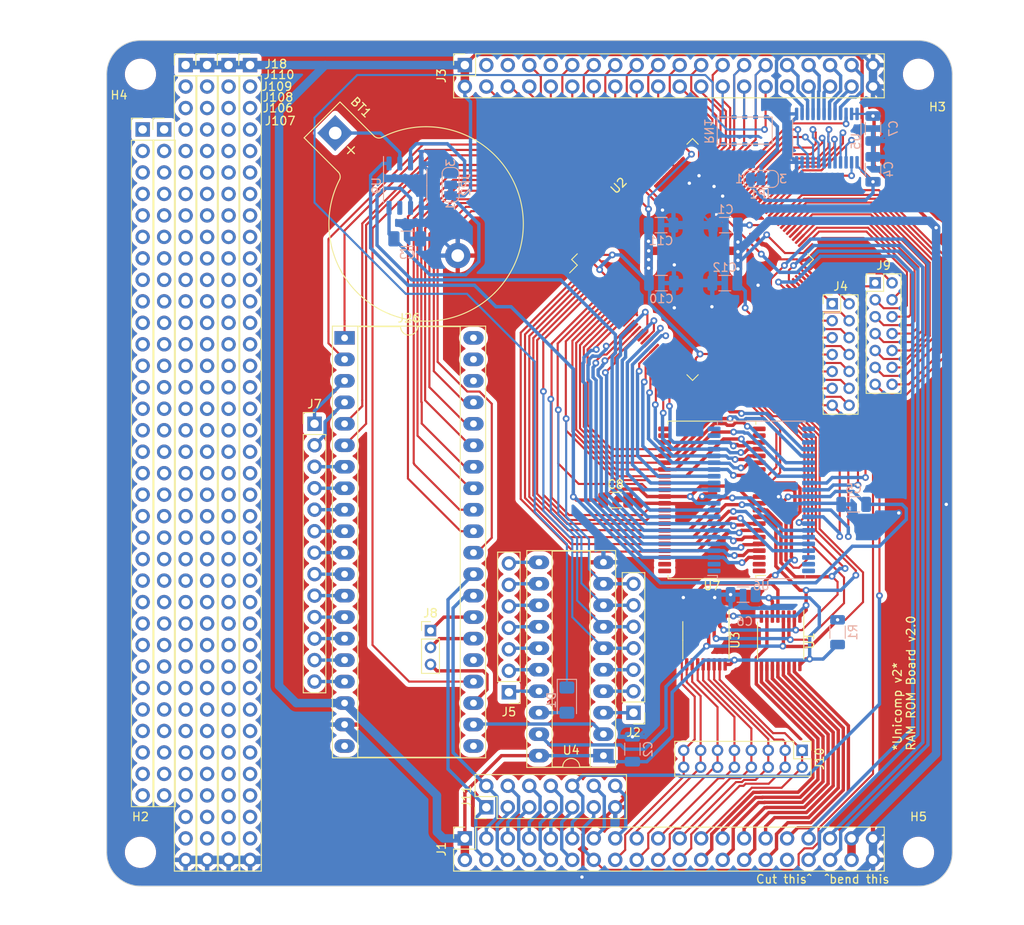
<source format=kicad_pcb>
(kicad_pcb (version 20221018) (generator pcbnew)
  (layers (0 "F.Cu" signal) (31 "B.Cu" signal) (34 "B.Paste" user) (35 "F.Paste" user) (36 "B.SilkS" user "B.Silkscreen") (37 "F.SilkS" user "F.Silkscreen") (38 "B.Mask" user) (39 "F.Mask" user) (44 "Edge.Cuts" user))
  (net 0 "")
  (net 1 "/TX3")
  (net 2 "/~{RST}")
  (net 3 "/RX3")
  (net 4 "/TX_3V")
  (net 5 "/RX_3V")
  (net 6 "GND")
  (net 7 "/D7")
  (net 8 "/D6")
  (net 9 "/D5")
  (net 10 "/D4")
  (net 11 "/D3")
  (net 12 "/D2")
  (net 13 "/D1")
  (net 14 "/D0")
  (net 15 "+5V")
  (net 16 "/A15")
  (net 17 "/A14")
  (net 18 "/A13")
  (net 19 "/A12")
  (net 20 "/A11")
  (net 21 "/A10")
  (net 22 "/A9")
  (net 23 "/A8")
  (net 24 "/A7")
  (net 25 "/A4")
  (net 26 "/A3")
  (net 27 "/A2")
  (net 28 "/A1")
  (net 29 "/A0")
  (net 30 "/PH0")
  (net 31 "/PHI2_ext")
  (net 32 "/~{PH0}")
  (net 33 "/CLKF")
  (net 34 "Net-(BT1-+)")
  (net 35 "Net-(D1-A)")
  (net 36 "/RES0")
  (net 37 "/RES1")
  (net 38 "Net-(J2-Pin_1)")
  (net 39 "Net-(J2-Pin_2)")
  (net 40 "Net-(J2-Pin_3)")
  (net 41 "Net-(J5-Pin_1)")
  (net 42 "Net-(J5-Pin_2)")
  (net 43 "Net-(J5-Pin_3)")
  (net 44 "Net-(J5-Pin_4)")
  (net 45 "Net-(J5-Pin_5)")
  (net 46 "Net-(J5-Pin_6)")
  (net 47 "Net-(J5-Pin_7)")
  (net 202 "/TDI")
  (net 203 "/TMS")
  (net 204 "/TCK")
  (net 205 "+3V3")
  (net 206 "/TDO")
  (net 207 "/~{CS6}")
  (net 208 "/~{CS3}")
  (net 209 "/~{CS7}")
  (net 210 "/~{CS4}")
  (net 211 "/~{CS5}")
  (net 212 "/~{CS2}")
  (net 213 "/~{CS0}")
  (net 214 "/A16")
  (net 215 "/A17")
  (net 216 "/A18")
  (net 217 "/A19")
  (net 218 "/A20")
  (net 219 "/~{MRD}")
  (net 220 "/~{MWR}")
  (net 221 "/Vdd")
  (net 222 "/A5")
  (net 223 "/A6")
  (net 224 "/IA7")
  (net 225 "/IA6")
  (net 226 "/IA5")
  (net 227 "/IA4")
  (net 228 "/IA3")
  (net 229 "/IA2")
  (net 230 "/IA1")
  (net 231 "/IA0")
  (net 232 "/IA18")
  (net 233 "/IA16")
  (net 234 "/IA14")
  (net 235 "/IA12")
  (net 236 "/ID0")
  (net 237 "/ID1")
  (net 274 "/~{CS1}")
  (net 275 "/ID2")
  (net 276 "/ID3")
  (net 277 "/ID4")
  (net 278 "/ID5")
  (net 279 "/ID6")
  (net 280 "/ID7")
  (net 281 "/IA10")
  (net 282 "/IA11")
  (net 283 "/IA9")
  (net 284 "/IA8")
  (net 285 "/IA13")
  (net 286 "/IA17")
  (net 287 "/IA15")
  (net 288 "/TDRTN")
  (net 289 "/PHI1_ext")
  (net 290 "/~{IORD}")
  (net 291 "/R{slash}~{W}_ext")
  (net 292 "/~{IOWR}")
  (net 294 "/~{MRC}")
  (net 295 "/CNT")
  (net 296 "/LATCH")
  (net 297 "/~{LOAD}")
  (net 298 "/~{UWE}")
  (net 299 "/UMOSI")
  (net 300 "/USCK")
  (net 301 "/~{PLD}")
  (net 302 "/UMISO")
  (net 303 "/B14")
  (net 304 "/B15")
  (net 305 "/B3")
  (net 306 "/B4")
  (net 307 "/B5")
  (net 308 "/B6")
  (net 309 "/B7")
  (net 310 "/B8")
  (net 311 "/B9")
  (net 312 "/VB")
  (net 313 "/C14")
  (net 314 "/~{STMRST}")
  (net 315 "/B2")
  (net 316 "/B10")
  (net 317 "/uA10")
  (net 318 "/uA11")
  (net 319 "/uA12")
  (net 320 "/uA15")
  (net 321 "/uA0")
  (net 322 "/uA1")
  (net 323 "/uA4")
  (net 326 "/TX2")
  (net 327 "/RX2")
  (net 330 "/CLKS")
  (net 339 "/ID9")
  (net 340 "/ID10")
  (net 341 "/ID11")
  (net 342 "/ID12")
  (net 343 "/ID13")
  (net 344 "/ID14")
  (net 345 "/ID15")
  (net 346 "/ID8")
  (net 350 "/~{extCS}")
  (net 351 "/~{CS15}")
  (net 352 "/~{CS14}")
  (net 353 "/~{CS13}")
  (net 354 "/~{CS12}")
  (net 355 "/~{CS11}")
  (net 356 "/~{CS10}")
  (net 357 "/~{CS9}")
  (net 358 "/~{CS8}")
  (net 359 "/CD7")
  (net 360 "/CD6")
  (net 361 "/CD5")
  (net 362 "/CD4")
  (net 363 "/CD3")
  (net 364 "/CD2")
  (net 365 "/CD1")
  (net 366 "/CD0")
  (net 367 "/DDIR")
  (net 368 "/~{DOE}")
  (net 369 "/~{EXTRST}")
  (net 370 "/~{OVR}")
  (net 377 "Net-(JP1-C)")
  (net 378 "Net-(JP2-C)")
  (net 385 "Net-(U6-~{CE})")
  (net 405 "/~{OE1}")
  (net 406 "/~{WE1}")
  (net 407 "/~{OE2}")
  (net 408 "/~{WE2}")
  (net 409 "/CPLD14")
  (net 410 "/CPLD15")
  (net 411 "/CPLD16")
  (net 412 "/CPLD17")
  (net 413 "/CPLD18")
  (net 414 "/CPLD19")
  (net 415 "/CPLD20")
  (net 416 "/CPLD21")
  (net 417 "/CPLD22")
  (net 418 "/CPLD23")
  (net 419 "/CPLD24")
  (net 420 "/CPLD25")
  (net 421 "/CPLD28")
  (net 422 "/CPLD0")
  (net 423 "/CPLD1")
  (net 424 "/CPLD2")
  (net 425 "/CPLD3")
  (net 426 "/CPLD4")
  (net 427 "/CPLD5")
  (net 428 "/CPLD6")
  (net 429 "/CPLD7")
  (net 430 "/CPLD8")
  (net 431 "/CPLD9")
  (net 432 "/CPLD10")
  (net 433 "/CPLD11")
  (net 434 "/CPLD12")
  (net 435 "/CPLD13")
  (net 436 "/RES2")
  (footprint "Connector_PinHeader_2.54mm:PinHeader_1x32_P2.54mm_Vertical" (layer "F.Cu") (at 101.6 55.875)
    (fp_text reference "J106")
    (fp_text value "Conn_01x32")
  )
  (footprint "Package_SO:TSSOP-16_4.4x5mm_P0.65mm" (layer "F.Cu") (at 168.204 116.2635 -90)
    (fp_text reference "U3")
    (fp_text value "74AC138")
  )
  (footprint "Connector_PinHeader_2.54mm:PinHeader_1x32_P2.54mm_Vertical" (layer "F.Cu") (at 104.14 55.875)
    (fp_text reference "J107")
    (fp_text value "Conn_01x32")
  )
  (footprint "Battery:BatteryHolder_Keystone_103_1x20mm" (layer "F.Cu") (at 124.36861 56.296608 -45)
    (fp_text reference "BT1")
    (fp_text value "Battery_Cell")
  )
  (footprint "Connector_PinSocket_2.54mm:PinSocket_2x20_P2.54mm_Vertical" (layer "F.Cu") (at 139.7 48.26 90)
    (fp_text reference "J3")
    (fp_text value "BUS")
  )
  (footprint "Connector_PinHeader_2.54mm:PinHeader_1x07_P2.54mm_Vertical" (layer "F.Cu") (at 144.907 122.423 180)
    (fp_text reference "J5")
    (fp_text value "Conn_01x07")
  )
  (footprint "Package_SO:TSOP-II-44_10.16x18.41mm_P0.8mm" (layer "F.Cu") (at 168.9105 99.677 180)
    (fp_text reference "U7")
    (fp_text value "IS61C5128AL-10TLI")
  )
  (footprint "Connector_PinHeader_2.54mm:PinHeader_1x38_P2.54mm_Vertical" (layer "F.Cu") (at 111.76 48.26)
    (fp_text reference "J110")
    (fp_text value "Conn_01x38_Male")
  )
  (footprint "Connector_PinHeader_2.54mm:PinHeader_1x38_P2.54mm_Vertical" (layer "F.Cu") (at 106.68 48.26)
    (fp_text reference "J108")
    (fp_text value "Conn_01x38_Male")
  )
  (footprint "Package_DIP:DIP-40_W15.24mm_Socket_LongPads" (layer "F.Cu") (at 125.476 80.518)
    (fp_text reference "J26")
    (fp_text value "STM32F411")
  )
  (footprint "Connector_PinHeader_2.54mm:PinHeader_1x13_P2.54mm_Vertical" (layer "F.Cu") (at 121.925 90.673)
    (fp_text reference "J7")
    (fp_text value "Conn_01x13")
  )
  (footprint "Connector_PinSocket_2.54mm:PinSocket_2x20_P2.54mm_Vertical" (layer "F.Cu") (at 139.7 139.7 90)
    (fp_text reference "J1")
    (fp_text value "BUS")
  )
  (footprint "Package_QFP:TQFP-144_20x20mm_P0.5mm" (layer "F.Cu") (at 166.624 71.247 45)
    (fp_text reference "U2")
    (fp_text value "XC95144XL-TQ144" hide)
  )
  (footprint "Capacitor_SMD:C_1206_3216Metric" (layer "F.Cu") (at 157.529 99.695)
    (fp_text reference "C8")
    (fp_text value "100n")
  )
  (footprint "Connector_PinHeader_2.00mm:PinHeader_2x07_P2.00mm_Vertical" (layer "F.Cu") (at 188.214 74.01)
    (fp_text reference "J9")
    (fp_text value "Conn_02x07_Counter_Clockwise")
  )
  (footprint "MountingHole:MountingHole_3.2mm_M3" (layer "F.Cu") (at 193.34 49.346005)
    (fp_text reference "H3")
    (fp_text value "MountingHole")
  )
  (footprint "Package_DIP:DIP-20_W7.62mm_Socket_LongPads" (layer "F.Cu") (at 156.083 129.916 180)
    (fp_text reference "U4")
    (fp_text value "74HCT245" hide)
  )
  (footprint "Connector_PinHeader_2.54mm:PinHeader_1x38_P2.54mm_Vertical" (layer "F.Cu") (at 109.22 48.26)
    (fp_text reference "J109")
    (fp_text value "Conn_01x38_Male")
  )
  (footprint "Package_SO:TSSOP-16_4.4x5mm_P0.65mm" (layer "F.Cu") (at 177.038 116.332 -90)
    (fp_text reference "U1")
    (fp_text value "74AC138")
  )
  (footprint "Connector_PinHeader_2.54mm:PinHeader_2x07_P2.54mm_Vertical" (layer "F.Cu") (at 142.235 136.022 90)
    (fp_text reference "J11")
    (fp_text value "BO2")
  )
  (footprint "Connector_PinHeader_2.00mm:PinHeader_2x07_P2.00mm_Vertical" (layer "F.Cu") (at 183.134 76.486)
    (fp_text reference "J4")
    (fp_text value "Conn_02x07_Counter_Clockwise")
  )
  (footprint "MountingHole:MountingHole_3.2mm_M3" (layer "F.Cu") (at 101.34 49.346005)
    (fp_text reference "H4")
    (fp_text value "MountingHole")
  )
  (footprint "MountingHole:MountingHole_3.2mm_M3" (layer "F.Cu") (at 101.34 141.346005)
    (fp_text reference "H2")
    (fp_text value "MountingHole")
  )
  (footprint "Connector_PinHeader_2.00mm:PinHeader_2x08_P2.00mm_Vertical" (layer "F.Cu") (at 179.577 129.286 -90)
    (fp_text reference "J10")
    (fp_text value "CS_Breakout")
  )
  (footprint "Connector_PinHeader_2.54mm:PinHeader_1x07_P2.54mm_Vertical" (layer "F.Cu") (at 159.639 124.841 180)
    (fp_text reference "J2")
    (fp_text value "Conn_01x07")
  )
  (footprint "Connector_PinHeader_2.00mm:PinHeader_1x03_P2.00mm_Vertical" (layer "F.Cu") (at 135.636 115.126)
    (fp_text reference "J8")
    (fp_text value "Conn_01x03")
  )
  (footprint "MountingHole:MountingHole_3.2mm_M3" (layer "F.Cu") (at 193.34 141.346005)
    (fp_text reference "H5")
    (fp_text value "MountingHole")
  )
  (footprint "Connector_PinHeader_2.54mm:PinHeader_1x38_P2.54mm_Vertical" (layer "F.Cu") (at 114.3 48.26)
    (fp_text reference "J18")
    (fp_text value "Conn_01x38_Male")
  )
  (footprint "Capacitor_SMD:C_1206_3216Metric" (layer "B.Cu") (at 172.593 110.871 180)
    (fp_text reference "C6")
    (fp_text value "100n")
  )
  (footprint "Capacitor_SMD:C_1206_3216Metric" (layer "B.Cu") (at 187.96 60.586997 90)
    (fp_text reference "C4")
    (fp_text value "100n")
  )
  (footprint "Capacitor_SMD:C_1206_3216Metric" (layer "B.Cu") (at 162.941 74.041)
    (fp_text reference "C10")
    (fp_text value "100n")
  )
  (footprint "my_own:R_Net2512_6.4x3.1_P1.27" (layer "B.Cu") (at 169.545 57.607 90)
    (fp_text reference "RN1")
    (fp_text value "R_NET_8_SMD" hide)
  )
  (footprint "Resistor_SMD:R_1206_3216Metric" (layer "B.Cu") (at 183.769 115.316 90)
    (fp_text reference "R1")
    (fp_text value "10k")
  )
  (footprint "Capacitor_SMD:C_1206_3216Metric" (layer "B.Cu") (at 170.512 67.183 180)
    (fp_text reference "C1")
    (fp_text value "100n")
  )
  (footprint "Capacitor_SMD:C_1206_3216Metric" (layer "B.Cu") (at 162.892 67.183)
    (fp_text reference "C11")
    (fp_text value "100n")
  )
  (footprint "Package_SO:SOP-8_3.9x4.9mm_P1.27mm" (layer "B.Cu") (at 132.6395 62.5175 -90)
    (fp_text reference "U9")
    (fp_text value "MXD1210")
  )
  (footprint "Jumper:SolderJumper-3_P1.3mm_Bridged12_RoundedPad1.0x1.5mm_NumberLabels" (layer "B.Cu") (at 138.0155 62.4205 90)
    (fp_text reference "JP2")
    (fp_text value "ThresVolt")
  )
  (footprint "Capacitor_SMD:C_1206_3216Metric" (layer "B.Cu") (at 170.434 74.041 180)
    (fp_text reference "C12")
    (fp_text value "100n")
  )
  (footprint "Diode_SMD:D_1206_3216Metric_Pad1.42x1.75mm_HandSolder" (layer "B.Cu") (at 151.765 123.3535 -90)
    (fp_text reference "D1")
    (fp_text value "1N4148")
  )
  (footprint "Capacitor_SMD:C_1206_3216Metric" (layer "B.Cu") (at 185.674 100.203 180)
    (fp_text reference "C5")
    (fp_text value "100n")
  )
  (footprint "Jumper:SolderJumper-3_P1.3mm_Bridged12_RoundedPad1.0x1.5mm_NumberLabels" (layer "B.Cu") (at 174.722 61.722)
    (fp_text reference "JP1")
    (fp_text value "Jumper_3_Bridged12")
  )
  (footprint "Package_SO:TSSOP-24_4.4x7.8mm_P0.65mm" (layer "B.Cu") (at 182.499 56.896 90)
    (fp_text reference "U5")
    (fp_text value "74LVC4245")
  )
  (footprint "Capacitor_SMD:C_1206_3216Metric" (layer "B.Cu") (at 187.96 55.760997 -90)
    (fp_text reference "C7")
    (fp_text value "100n")
  )
  (footprint "Capacitor_SMD:C_1206_3216Metric_Pad1.33x1.80mm_HandSolder" (layer "B.Cu") (at 132.872 68.804)
    (fp_text reference "C3")
    (fp_text value "100n")
  )
  (footprint "Capacitor_SMD:C_1206_3216Metric" (layer "B.Cu") (at 159.512 129.154 90)
    (fp_text reference "C2")
    (fp_text value "100n")
  )
  (footprint "Package_SO:TSOP-II-44_10.16x18.41mm_P0.8mm" (layer "B.Cu") (at 174.7525 99.677)
    (fp_text reference "U6")
    (fp_text value "IS61C5128AL-10TLI")
  )
  (gr_line (start 97.34 49.346005) (end 97.34 141.346005) (stroke (width 0.1)) (layer "Edge.Cuts"))
  (gr_arc (start 97.34 49.346005) (mid 98.511573 46.517578) (end 101.34 45.346005) (stroke (width 0.1)) (layer "Edge.Cuts"))
  (gr_arc (start 193.34 45.346005) (mid 196.168427 46.517578) (end 197.34 49.346005) (stroke (width 0.1)) (layer "Edge.Cuts"))
  (gr_arc (start 197.34 141.346005) (mid 196.168427 144.174432) (end 193.34 145.346005) (stroke (width 0.1)) (layer "Edge.Cuts"))
  (gr_line (start 197.34 141.346005) (end 197.34 49.346005) (stroke (width 0.1)) (layer "Edge.Cuts"))
  (gr_line (start 193.34 45.346005) (end 101.34 45.346005) (stroke (width 0.1)) (layer "Edge.Cuts"))
  (gr_arc (start 101.34 145.346005) (mid 98.511573 144.174432) (end 97.34 141.346005) (stroke (width 0.1)) (layer "Edge.Cuts"))
  (gr_line (start 193.34 145.346005) (end 101.34 145.346005) (stroke (width 0.1)) (layer "Edge.Cuts"))
  (gr_text "*Unicomp v2*\nRAM ROM Board v2.0" (at 191.643 129.413 90) (layer "F.SilkS") (effects (font (size 1 1)) (justify left)))
  (gr_text "Cut this^  ^bend this" (at 189.992 144.526) (layer "F.SilkS") (effects (font (size 1 1)) (justify right)))
  (segment (start 143.53 138.056447) (end 143.53 140.99) (width 0.4) (layer "B.Cu") (net 1))
  (segment (start 144.775 136.022) (end 144.775 136.811447) (width 0.4) (layer "B.Cu") (net 1))
  (segment (start 144.775 136.811447) (end 143.53 138.056447) (width 0.4) (layer "B.Cu") (net 1))
  (segment (start 143.53 140.99) (end 144.78 142.24) (width 0.4) (layer "B.Cu") (net 1))
  (segment (start 175.133 55.88) (end 175.26 55.753) (width 0.25) (layer "F.Cu") (net 2))
  (segment (start 175.26 55.753) (end 175.26 50.8) (width 0.25) (layer "F.Cu") (net 2))
  (via (at 175.133 55.88) (size 0.8) (drill 0.4) (layers "F.Cu" "B.Cu") (net 2))
  (segment (start 151.765 104.902) (end 150.241 103.378) (width 0.25) (layer "B.Cu") (net 2))
  (segment (start 121.92229 64.51829) (end 121.92229 54.48071) (width 0.25) (layer "B.Cu") (net 2))
  (segment (start 147.955 101.092) (end 147.955 83.312) (width 0.25) (layer "B.Cu") (net 2))
  (segment (start 151.765 121.866) (end 151.765 104.902) (width 0.25) (layer "B.Cu") (net 2))
  (segment (start 132.715 75.311) (end 123.19 65.786) (width 0.25) (layer "B.Cu") (net 2))
  (segment (start 123.825 52.578) (end 126.968 49.435) (width 0.25) (layer "B.Cu") (net 2))
  (segment (start 168.126701 49.435) (end 169.005 50.313299) (width 0.25) (layer "B.Cu") (net 2))
  (segment (start 141.986 77.343) (end 139.954 75.311) (width 0.25) (layer "B.Cu") (net 2))
  (segment (start 123.19 65.786) (end 121.92229 64.51829) (width 0.25) (layer "B.Cu") (net 2))
  (segment (start 170.688 55.88) (end 175.133 55.88) (width 0.25) (layer "B.Cu") (net 2))
  (segment (start 150.241 103.378) (end 147.955 101.092) (width 0.25) (layer "B.Cu") (net 2))
  (segment (start 169.005 54.197) (end 170.688 55.88) (width 0.25) (layer "B.Cu") (net 2))
  (segment (start 147.955 83.312) (end 141.986 77.343) (width 0.25) (layer "B.Cu") (net 2))
  (segment (start 169.005 50.313299) (end 169.005 54.197) (width 0.25) (layer "B.Cu") (net 2))
  (segment (start 126.968 49.435) (end 168.126701 49.435) (width 0.25) (layer "B.Cu") (net 2))
  (segment (start 121.92229 54.48071) (end 123.825 52.578) (width 0.25) (layer "B.Cu") (net 2))
  (segment (start 139.954 75.311) (end 132.715 75.311) (width 0.25) (layer "B.Cu") (net 2))
  (segment (start 144.78 139.7) (end 144.78 137.784767) (width 0.4) (layer "B.Cu") (net 3))
  (segment (start 146.05 134.757) (end 144.775 133.482) (width 0.4) (layer "B.Cu") (net 3))
  (segment (start 144.78 137.784767) (end 146.05 136.514767) (width 0.4) (layer "B.Cu") (net 3))
  (segment (start 146.05 136.514767) (end 146.05 134.757) (width 0.4) (layer "B.Cu") (net 3))
  (segment (start 146.07 137.343295) (end 146.07 140.99) (width 0.4) (layer "B.Cu") (net 4))
  (segment (start 147.315 136.022) (end 147.315 136.098295) (width 0.4) (layer "B.Cu") (net 4))
  (segment (start 147.315 136.098295) (end 146.07 137.343295) (width 0.4) (layer "B.Cu") (net 4))
  (segment (start 146.07 140.99) (end 147.32 142.24) (width 0.4) (layer "B.Cu") (net 4))
  (segment (start 148.61 140.99) (end 149.86 142.24) (width 0.4) (layer "B.Cu") (net 5))
  (segment (start 149.855 136.022) (end 149.855 136.657) (width 0.4) (layer "B.Cu") (net 5))
  (segment (start 149.855 136.657) (end 148.61 137.902) (width 0.4) (layer "B.Cu") (net 5))
  (segment (start 148.61 137.902) (end 148.61 140.99) (width 0.4) (layer "B.Cu") (net 5))
  (segment (start 166.243 62.027166) (end 166.243 62.23) (width 0.25) (layer "F.Cu") (net 6))
  (segment (start 153.543 144.272) (end 153.65 144.165) (width 0.4) (layer "F.Cu") (net 6))
  (segment (start 167.976342 57.52029) (end 167.386 58.110632) (width 0.25) (layer "F.Cu") (net 6))
  (segment (start 174.340303 63.884251) (end 174.693856 64.237804) (width 0.25) (layer "F.Cu") (net 6))
  (segment (start 164.988899 81.930899) (end 164.719 81.661) (width 0.25) (layer "F.Cu") (net 6))
  (segment (start 174.371 73.406) (end 174.371 74.295) (width 0.25) (layer "F.Cu") (net 6))
  (segment (start 155.067 70.739) (end 153.741632 70.739) (width 0.25) (layer "F.Cu") (net 6))
  (segment (start 176.547 71.23) (end 174.371 73.406) (width 0.25) (layer "F.Cu") (net 6))
  (segment (start 166.243 83.185) (end 164.988899 81.930899) (width 0.25) (layer "F.Cu") (net 6))
  (segment (start 176.7845 99.296) (end 174.517 99.296) (width 0.4) (layer "F.Cu") (net 6))
  (segment (start 170.878188 64.452188) (end 170.18 63.754) (width 0.25) (layer "F.Cu") (net 6))
  (segment (start 165.839596 84.405772) (end 166.243 84.002368) (width 0.25) (layer "F.Cu") (net 6))
  (segment (start 173.772366 64.452188) (end 170.878188 64.452188) (width 0.25) (layer "F.Cu") (net 6))
  (segment (start 165.929 111.617203) (end 165.530015 111.218218) (width 0.4) (layer "F.Cu") (net 6))
  (segment (start 155.199116 137.673116) (end 155.823884 137.673116) (width 0.4) (layer "F.Cu") (net 6))
  (segment (start 173.7165 113.4695) (end 171.118 110.871) (width 0.4) (layer "F.Cu") (net 6))
  (segment (start 163.360002 100.114002) (end 166.929998 100.114002) (width 0.4) (layer "F.Cu") (net 6))
  (segment (start 167.879 113.401) (end 167.879 112.580427) (width 0.4) (layer "F.Cu") (net 6))
  (segment (start 167.879 112.580427) (end 169.241209 111.218218) (width 0.4) (layer "F.Cu") (net 6))
  (segment (start 153.65 144.165) (end 153.65 139.222233) (width 0.4) (layer "F.Cu") (net 6))
  (segment (start 171.158322 60.70227) (end 169.249592 62.611) (width 0.25) (layer "F.Cu") (net 6))
  (segment (start 168.91 78.8363) (end 168.91 76.835) (width 0.25) (layer "F.Cu") (net 6))
  (segment (start 159.575188 75.247188) (end 155.067 70.739) (width 0.25) (layer "F.Cu") (net 6))
  (segment (start 153.65 139.222233) (end 155.199116 137.673116) (width 0.4) (layer "F.Cu") (net 6))
  (segment (start 167.386 58.110632) (end 167.386 61.341) (width 0.25) (layer "F.Cu") (net 6))
  (segment (start 163.323 100.077) (end 159.386 100.077) (width 0.4) (layer "F.Cu") (net 6))
  (segment (start 163.634622 81.661) (end 162.796785 82.498837) (width 0.25) (layer "F.Cu") (net 6))
  (segment (start 160.02 75.692) (end 160.02 77.497446) (width 0.25) (layer "F.Cu") (net 6))
  (segment (start 157.475 136.022) (end 159.512 133.985) (width 0.4) (layer "F.Cu") (net 6))
  (segment (start 163.068 65.216126) (end 163.068 65.405) (width 0.25) (layer "F.Cu") (net 6))
  (segment (start 192.151 100.203) (end 196.622 100.203) (width 0.4) (layer "F.Cu") (net 6))
  (segment (start 176.815176 76.134876) (end 174.9753 74.295) (width 0.25) (layer "F.Cu") (net 6))
  (segment (start 155.823884 137.673116) (end 157.475 136.022) (width 0.4) (layer "F.Cu") (net 6))
  (segment (start 171.511876 81.438176) (end 168.91 78.8363) (width 0.25) (layer "F.Cu") (net 6))
  (segment (start 159.575188 75.247188) (end 161.099812 75.247188) (width 0.25) (layer "F.Cu") (net 6))
  (segment (start 153.741632 70.739) (end 152.89729 69.894658) (width 0.25) (layer "F.Cu") (net 6))
  (segment (start 159.386 100.077) (end 159.004 99.695) (width 0.4) (layer "F.Cu") (net 6))
  (segment (start 174.9753 74.295) (end 174.371 74.295) (width 0.25) (layer "F.Cu") (net 6))
  (segment (start 192.024 100.203) (end 192.151 100.203) (width 0.4) (layer "F.Cu") (net 6))
  (segment (start 164.465 81.407) (end 164.465 76.962) (width 0.25) (layer "F.Cu") (net 6))
  (segment (start 179.782772 72.031404) (end 178.981368 71.23) (width 0.25) (layer "F.Cu") (net 6))
  (segment (start 164.719 81.661) (end 163.634622 81.661) (width 0.25) (layer "F.Cu") (net 6))
  (segment (start 169.249592 62.611) (end 169.164 62.611) (width 0.25) (layer "F.Cu") (net 6))
  (segment (start 161.099812 75.247188) (end 164.465 71.882) (width 0.25) (layer "F.Cu") (net 6))
  (segment (start 174.340303 63.884251) (end 173.772366 64.452188) (width 0.25) (layer "F.Cu") (net 6))
  (segment (start 159.575188 75.247188) (end 160.02 75.692) (width 0.25) (layer "F.Cu") (net 6))
  (segment (start 165.929 113.401) (end 165.929 111.617203) (width 0.4) (layer "F.Cu") (net 6))
  (segment (start 171.831 76.835) (end 174.371 74.295) (width 0.4) (layer "F.Cu") (net 6))
  (segment (start 160.02 77.497446) (end 158.907697 78.609749) (width 0.25) (layer "F.Cu") (net 6))
  (segment (start 168.91 76.835) (end 171.831 76.835) (width 0.4) (layer "F.Cu") (net 6))
  (segment (start 160.321911 62.470037) (end 163.068 65.216126) (width 0.25) (layer "F.Cu") (net 6))
  (segment (start 164.988899 81.930899) (end 164.465 81.407) (width 0.25) (layer "F.Cu") (net 6))
  (segment (start 166.243 84.002368) (end 166.243 83.185) (width 0.25) (layer "F.Cu") (net 6))
  (segment (start 166.929998 100.114002) (end 167.767 99.277) (width 0.4) (layer "F.Cu") (net 6))
  (segment (start 163.503891 59.288057) (end 166.243 62.027166) (width 0.25) (layer "F.Cu") (net 6))
  (segment (start 159.512 133.985) (end 159.512 127.679) (width 0.4) (layer "F.Cu") (net 6))
  (segment (start 178.981368 71.23) (end 176.547 71.23) (width 0.25) (layer "F.Cu") (net 6))
  (segment (start 174.763 113.4695) (end 173.7165 113.4695) (width 0.4) (layer "F.Cu") (net 6))
  (segment (start 191.008 101.219) (end 192.024 100.203) (width 0.4) (layer "F.Cu") (net 6))
  (via (at 176.7845 99.296) (size 0.8) (drill 0.4) (layers "F.Cu" "B.Cu") (net 6))
  (via (at 171.118 110.871) (size 0.8) (drill 0.4) (layers "F.Cu" "B.Cu") (net 6))
  (via (at 166.243 62.23) (size 0.8) (drill 0.4) (layers "F.Cu" "B.Cu") (net 6))
  (via (at 196.622 100.203) (size 0.8) (drill 0.4) (layers "F.Cu" "B.Cu") (net 6))
  (via (at 164.465 71.882) (size 0.8) (drill 0.4) (layers "F.Cu" "B.Cu") (net 6))
  (via (at 170.18 63.754) (size 0.8) (drill 0.4) (layers "F.Cu" "B.Cu") (net 6))
  (via (at 164.465 76.962) (size 0.8) (drill 0.4) (layers "F.Cu" "B.Cu") (net 6))
  (via (at 168.91 76.835) (size 0.8) (drill 0.4) (layers "F.Cu" "B.Cu") (net 6))
  (via (at 167.767 99.277) (size 0.8) (drill 0.4) (layers "F.Cu" "B.Cu") (net 6))
  (via (at 163.068 65.405) (size 0.8) (drill 0.4) (layers "F.Cu" "B.Cu") (net 6))
  (via (at 174.371 74.295) (size 0.8) (drill 0.4) (layers "F.Cu" "B.Cu") (net 6))
  (via (at 167.386 61.341) (size 0.8) (drill 0.4) (layers "F.Cu" "B.Cu") (net 6))
  (via (at 169.164 62.611) (size 0.8) (drill 0.4) (layers "F.Cu" "B.Cu") (net 6))
  (via (at 169.241209 111.218218) (size 0.8) (drill 0.4) (layers "F.Cu" "B.Cu") (net 6))
  (via (at 165.530015 111.218218) (size 0.8) (drill 0.4) (layers "F.Cu" "B.Cu") (net 6))
  (via (at 153.543 144.272) (size 0.8) (drill 0.4) (layers "F.Cu" "B.Cu") (net 6))
  (via (at 159.512 127.679) (size 0.8) (drill 0.4) (layers "F.Cu" "B.Cu") (net 6))
  (via (at 191.008 101.219) (size 0.8) (drill 0.4) (layers "F.Cu" "B.Cu") (net 6))
  (segment (start 177.419 54.991) (end 177.419 60.325) (width 0.4) (layer "B.Cu") (net 6))
  (segment (start 165.530015 111.218218) (end 162.155782 111.218218) (width 0.4) (layer "B.Cu") (net 6))
  (segment (start 196.622 131.038) (end 187.96 139.7) (width 1) (layer "B.Cu") (net 6))
  (segment (start 196.622 100.203) (end 196.622 109.093) (width 1) (layer "B.Cu") (net 6))
  (segment (start 180.303919 100.113081) (end 177.592629 100.113081) (width 0.4) (layer "B.Cu") (net 6))
  (segment (start 136.876002 68.804) (end 138.857228 70.785226) (width 0.4) (layer "B.Cu") (net 6))
  (segment (start 134.523 68.7155) (end 134.523 65.164) (width 0.4) (layer "B.Cu") (net 6))
  (segment (start 190.724 101.503) (end 191.008 101.219) (width 0.4) (layer "B.Cu") (net 6))
  (segment (start 170.18 66.04) (end 170.18 63.754) (width 0.25) (layer "B.Cu") (net 6))
  (segment (start 166.243 62.23) (end 164.367 64.106) (width 0.25) (layer "B.Cu") (net 6))
  (segment (start 184.199 100.203) (end 185.499 101.503) (width 0.4) (layer "B.Cu") (net 6))
  (segment (start 169.165 99.277) (end 167.767 99.277) (width 0.4) (layer "B.Cu") (net 6))
  (segment (start 178.181 59.0155) (end 178.924 59.7585) (width 0.4) (layer "B.Cu") (net 6))
  (segment (start 178.924 54.412497) (end 178.181 55.155497) (width 0.4) (layer "B.Cu") (net 6))
  (segment (start 166.751 111.218218) (end 165.530015 111.218218) (width 0.4) (layer "B.Cu") (net 6))
  (segment (start 169.037 62.738) (end 169.037 67.183) (width 0.25) (layer "B.Cu") (net 6))
  (segment (start 180.34 100.077) (end 184.073 100.077) (width 0.4) (layer "B.Cu") (net 6))
  (segment (start 161.487 126.417) (end 160.225 127.679) (width 0.4) (layer "B.Cu") (net 6))
  (segment (start 163.068 65.405) (end 163.068 65.884) (width 0.25) (layer "B.Cu") (net 6))
  (segment (start 171.196 98.425) (end 175.9135 98.425) (width 0.4) (layer "B.Cu") (net 6))
  (segment (start 196.622 109.093) (end 196.622 131.038) (width 1) (layer "B.Cu") (net 6))
  (segment (start 178.181 55.155497) (end 178.181 59.0155) (width 0.4) (layer "B.Cu") (net 6))
  (segment (start 177.592629 100.113081) (end 176.7845 99.304952) (width 0.4) (layer "B.Cu") (net 6))
  (segment (start 177.302233 46.99) (end 176.55 47.742233) (width 0.4) (layer "B.Cu") (net 6))
  (segment (start 166.751 111.218218) (end 169.241209 111.218218) (width 0.4) (layer "B.Cu") (net 6))
  (segment (start 170.344 99.277) (end 171.196 98.425) (width 0.4) (layer "B.Cu") (net 6))
  (segment (start 138.0155 61.1205) (end 135.7725 61.1205) (width 0.4) (layer "B.Cu") (net 6))
  (segment (start 170.999 65.221) (end 188.525 65.221) (width 1) (layer "B.Cu") (net 6))
  (segment (start 168.91 76.835) (end 168.91 74.09) (width 0.4) (layer "B.Cu") (net 6))
  (segment (start 177.419 60.325) (end 176.022 61.722) (width 0.4) (layer "B.Cu") (net 6))
  (segment (start 177.8 61.722) (end 178.924 60.598) (width 0.4) (layer "B.Cu") (net 6))
  (segment (start 169.037 67.183) (end 170.999 65.221) (width 1) (layer "B.Cu") (net 6))
  (segment (start 176.022 61.722) (end 177.8 61.722) (width 0.4) (layer "B.Cu") (net 6))
  (segment (start 178.924 60.598) (end 178.924 59.7585) (width 0.4) (layer "B.Cu") (net 6))
  (segment (start 134.4345 68.804) (end 136.876002 68.804) (width 0.4) (layer "B.Cu") (net 6))
  (segment (start 175.9135 98.425) (end 176.7845 99.296) (width 0.4) (layer "B.Cu") (net 6))
  (segment (start 135.7725 61.1205) (end 134.5445 59.8925) (width 0.4) (layer "B.Cu") (net 6))
  (segment (start 187.96 59.111997) (end 187.96 57.235997) (width 0.4) (layer "B.Cu") (net 6))
  (segment (start 163.068 65.884) (end 164.367 67.183) (width 0.25) (layer "B.Cu") (net 6))
  (segment (start 169.037 67.183) (end 169.037 73.963) (width 1) (layer "B.Cu") (net 6))
  (segment (start 171.118 110.871) (end 169.588427 110.871) (width 0.4) (layer "B.Cu") (net 6))
  (segment (start 188.525 65.221) (end 192.532 61.214) (width 1) (layer "B.Cu") (net 6))
  (segment (start 134.5445 65.1425) (end 134.5445 59.8925) (width 0.4) (layer "B.Cu") (net 6))
  (segment (start 138.684 144.272) (end 153.543 144.272) (width 1) (layer "B.Cu") (net 6))
  (segment (start 167.386 61.341) (end 167.386 65.532) (width 0.25) (layer "B.Cu") (net 6))
  (segment (start 192.532 61.214) (end 195.58 61.214) (width 1) (layer "B.Cu") (net 6))
  (segment (start 186.69 46.99) (end 177.302233 46.99) (width 0.4) (layer "B.Cu") (net 6))
  (segment (start 187.96 50.8) (end 192.4685 55.3085) (width 1) (layer "B.Cu") (net 6))
  (segment (start 196.622 62.256) (end 196.622 100.203) (width 1) (layer "B.Cu") (net 6))
  (segment (start 187.96 139.7) (end 187.96 142.24) (width 1) (layer "B.Cu") (net 6))
  (segment (start 134.62 140.208) (end 134.62 135.382) (width 1) (layer "B.Cu") (net 6))
  (segment (start 106.68 142.24) (end 136.398 142.24) (width 1) (layer "B.Cu") (net 6))
  (segment (start 187.96 48.26) (end 187.96 50.8) (width 1) (layer "B.Cu") (net 6))
  (segment (start 168.959 74.041) (end 164.416 74.041) (width 1) (layer "B.Cu") (net 6))
  (segment (start 176.55 54.122) (end 177.419 54.991) (width 0.4) (layer "B.Cu") (net 6))
  (segment (start 169.165 99.277) (end 170.344 99.277) (width 0.4) (layer "B.Cu") (net 6))
  (segment (start 134.62 135.382) (end 125.476 126.238) (width 1) (layer "B.Cu") (net 6))
  (segment (start 169.037 73.963) (end 168.959 74.041) (width 1) (layer "B.Cu") (net 6))
  (segment (start 195.58 58.42) (end 195.58 61.214) (width 1) (layer "B.Cu") (net 6))
  (segment (start 190.5635 55.3085) (end 192.4685 55.3085) (width 0.4) (layer "B.Cu") (net 6))
  (segment (start 169.037 67.183) (end 164.367 67.183) (width 1) (layer "B.Cu") (net 6))
  (segment (start 176.7845 99.304952) (end 176.7845 99.296) (width 0.4) (layer "B.Cu") (net 6))
  (segment (start 185.928 144.272) (end 153.543 144.272) (width 1) (layer "B.Cu") (net 6))
  (segment (start 162.155782 111.218218) (end 161.487 111.887) (width 0.4) (layer "B.Cu") (net 6))
  (segment (start 179.574 59.7585) (end 178.924 59.7585) (width 0.25) (layer "B.Cu") (net 6))
  (segment (start 187.96 48.26) (end 186.69 46.99) (width 0.4) (layer "B.Cu") (net 6))
  (segment (start 187.96 142.24) (end 185.928 144.272) (width 1) (layer "B.Cu") (net 6))
  (segment (start 136.525 142.113) (end 138.684 144.272) (width 1) (layer "B.Cu") (net 6))
  (segment (start 169.164 62.611) (end 169.037 62.738) (width 0.25) (layer "B.Cu") (net 6))
  (segment (start 160.225 127.679) (end 159.512 127.679) (width 0.4) (layer "B.Cu") (net 6))
  (segment (start 192.4685 55.3085) (end 195.58 58.42) (width 1) (layer "B.Cu") (net 6))
  (segment (start 176.55 47.742233) (end 176.55 54.122) (width 0.4) (layer "B.Cu") (net 6))
  (segment (start 185.499 101.503) (end 190.724 101.503) (width 0.4) (layer "B.Cu") (net 6))
  (segment (start 167.386 65.532) (end 169.037 67.183) (width 0.25) (layer "B.Cu") (net 6))
  (segment (start 164.465 76.962) (end 164.465 74.09) (width 0.4) (layer "B.Cu") (net 6))
  (segment (start 164.367 64.106) (end 164.367 67.183) (width 0.25) (layer "B.Cu") (net 6))
  (segment (start 169.588427 110.871) (end 169.241209 111.218218) (width 0.4) (layer "B.Cu") (net 6))
  (segment (start 136.398 142.24) (end 136.525 142.113) (width 1) (layer "B.Cu") (net 6))
  (segment (start 161.487 111.887) (end 161.487 126.417) (width 0.4) (layer "B.Cu") (net 6))
  (segment (start 136.525 142.113) (end 134.62 140.208) (width 1) (layer "B.Cu") (net 6))
  (segment (start 187.96 57.912) (end 190.5635 55.3085) (width 0.4) (layer "B.Cu") (net 6))
  (segment (start 164.465 71.882) (end 164.465 73.992) (width 0.4) (layer "B.Cu") (net 6))
  (segment (start 195.58 61.214) (end 196.622 62.256) (width 1) (layer "B.Cu") (net 6))
  (segment (start 185.937767 52.05) (end 186.67 51.317767) (width 0.4) (layer "B.Cu") (net 7))
  (segment (start 185.313 52.05) (end 185.937767 52.05) (width 0.4) (layer "B.Cu") (net 7))
  (segment (start 184.124 53.239) (end 184.124 54.412497) (width 0.4) (layer "B.Cu") (net 7))
  (segment (start 184.124 53.239) (end 185.313 52.05) (width 0.4) (layer "B.Cu") (net 7))
  (segment (start 186.67 49.51) (end 185.42 48.26) (width 0.4) (layer "B.Cu") (net 7))
  (segment (start 186.67 51.317767) (end 186.67 49.51) (width 0.4) (layer "B.Cu") (net 7))
  (segment (start 183.474 52.821589) (end 185.42 50.875589) (width 0.4) (layer "B.Cu") (net 8))
  (segment (start 183.474 52.821589) (end 183.474 54.412497) (width 0.4) (layer "B.Cu") (net 8))
  (segment (start 184.13 49.51) (end 182.88 48.26) (width 0.4) (layer "B.Cu") (net 9))
  (segment (start 184.13 51.317767) (end 184.13 49.51) (width 0.4) (layer "B.Cu") (net 9))
  (segment (start 182.824 52.623767) (end 182.824 54.412497) (width 0.4) (layer "B.Cu") (net 9))
  (segment (start 182.824 52.623767) (end 184.13 51.317767) (width 0.4) (layer "B.Cu") (net 9))
  (segment (start 182.174 51.506) (end 182.174 54.412497) (width 0.4) (layer "B.Cu") (net 10))
  (segment (start 182.174 51.506) (end 182.88 50.8) (width 0.4) (layer "B.Cu") (net 10))
  (segment (start 181.5895 49.5095) (end 180.34 48.26) (width 0.4) (layer "B.Cu") (net 11))
  (segment (start 181.524 51.383767) (end 181.524 54.412497) (width 0.4) (layer "B.Cu") (net 11))
  (segment (start 181.5895 51.318267) (end 181.5895 49.5095) (width 0.4) (layer "B.Cu") (net 11))
  (segment (start 181.524 51.383767) (end 181.5895 51.318267) (width 0.4) (layer "B.Cu") (net 11))
  (segment (start 180.874 51.334) (end 180.34 50.8) (width 0.4) (layer "B.Cu") (net 12))
  (segment (start 180.874 54.412497) (end 180.874 51.334) (width 0.4) (layer "B.Cu") (net 12))
  (segment (start 180.224 52.451767) (end 179.09 51.317767) (width 0.4) (layer "B.Cu") (net 13))
  (segment (start 179.09 51.317767) (end 179.09 49.55) (width 0.4) (layer "B.Cu") (net 13))
  (segment (start 179.09 49.55) (end 177.8 48.26) (width 0.4) (layer "B.Cu") (net 13))
  (segment (start 180.224 52.451767) (end 180.224 54.412497) (width 0.4) (layer "B.Cu") (net 13))
  (segment (start 179.574 53.082) (end 177.8 51.308) (width 0.4) (layer "B.Cu") (net 14))
  (segment (start 179.574 53.082) (end 179.574 54.412497) (width 0.4) (layer "B.Cu") (net 14))
  (segment (start 186.67 60.771997) (end 187.96 62.061997) (width 0.4) (layer "F.Cu") (net 15))
  (segment (start 139.7 48.26) (end 140.95 47.01) (width 0.4) (layer "F.Cu") (net 15))
  (segment (start 144.033233 129.916) (end 139.7 134.249233) (width 0.4) (layer "F.Cu") (net 15))
  (segment (start 180.467 118.491) (end 180.0165 118.491) (width 0.4) (layer "F.Cu") (net 15))
  (segment (start 176.063 111.674) (end 175.641 111.252) (width 0.4) (layer "F.Cu") (net 15))
  (segment (start 180.0165 118.491) (end 179.313 119.1945) (width 0.4) (layer "F.Cu") (net 15))
  (segment (start 176.063 113.4695) (end 176.063 111.674) (width 0.4) (layer "F.Cu") (net 15))
  (segment (start 139.7 50.8) (end 139.7 48.26) (width 1) (layer "F.Cu") (net 15))
  (segment (start 140.95 47.01) (end 185.937767 47.01) (width 0.4) (layer "F.Cu") (net 15))
  (segment (start 139.7 134.249233) (end 139.7 139.7) (width 0.4) (layer "F.Cu") (net 15))
  (segment (start 186.67 47.742233) (end 186.67 60.771997) (width 0.4) (layer "F.Cu") (net 15))
  (segment (start 171.069 119.126) (end 171.577 118.618) (width 0.4) (layer "F.Cu") (net 15))
  (segment (start 185.937767 47.01) (end 186.67 47.742233) (width 0.4) (layer "F.Cu") (net 15))
  (segment (start 170.479 119.126) (end 171.069 119.126) (width 0.4) (layer "F.Cu") (net 15))
  (segment (start 139.7 142.24) (end 139.7 139.7) (width 1) (layer "F.Cu") (net 15))
  (segment (start 148.463 129.916) (end 144.033233 129.916) (width 0.4) (layer "F.Cu") (net 15))
  (via (at 171.577 118.618) (size 0.8) (drill 0.4) (layers "F.Cu" "B.Cu") (net 15))
  (via (at 180.467 118.491) (size 0.8) (drill 0.4) (layers "F.Cu" "B.Cu") (net 15))
  (via (at 175.641 111.252) (size 0.8) (drill 0.4) (layers "F.Cu" "B.Cu") (net 15))
  (via (at 187.96 62.061997) (size 0.8) (drill 0.4) (layers "F.Cu" "B.Cu") (net 15))
  (segment (start 156.796 130.629) (end 156.083 129.916) (width 0.4) (layer "B.Cu") (net 15))
  (segment (start 180.467 118.491) (end 180.34 118.618) (width 0.4) (layer "B.Cu") (net 15))
  (segment (start 159.512 130.629) (end 161.217 130.629) (width 0.4) (layer "B.Cu") (net 15))
  (segment (start 130.7345 65.1425) (end 130.7345 68.229) (width 0.4) (layer "B.Cu") (net 15))
  (segment (start 131.3095 68.804) (end 135.565999 73.060499) (width 0.4) (layer "B.Cu") (net 15))
  (segment (start 168.021 118.618) (end 164.211 122.428) (width 0.4) (layer "B.Cu") (net 15))
  (segment (start 138.0155 63.7205) (end 139.6065 63.7205) (width 0.4) (layer "B.Cu") (net 15))
  (segment (start 139.6065 63.7205) (end 140.365 62.962) (width 0.4) (layer "B.Cu") (net 15))
  (segment (start 174.449 111.252) (end 174.068 110.871) (width 0.4) (layer "B.Cu") (net 15))
  (segment (start 123.19 48.26) (end 117.729 53.721) (width 1) (layer "B.Cu") (net 15))
  (segment (start 125.476 123.698) (end 136.398 134.62) (width 1) (layer "B.Cu") (net 15))
  (segment (start 139.7 48.26) (end 123.19 48.26) (width 1) (layer "B.Cu") (net 15))
  (segment (start 135.565999 73.060499) (end 139.791501 73.060499) (width 0.4) (layer "B.Cu") (net 15))
  (segment (start 182.0565 118.491) (end 180.467 118.491) (width 0.4) (layer "B.Cu") (net 15))
  (segment (start 159.512 130.629) (end 156.796 130.629) (width 0.4) (layer "B.Cu") (net 15))
  (segment (start 136.398 134.62) (end 136.398 138.938) (width 1) (layer "B.Cu") (net 15))
  (segment (start 139.7 51.943) (end 139.7 50.8) (width 0.4) (layer "B.Cu") (net 15))
  (segment (start 123.19 48.26) (end 106.68 48.26) (width 1) (layer "B.Cu") (net 15))
  (segment (start 130.7345 68.229) (end 131.3095 68.804) (width 0.4) (layer "B.Cu") (net 15))
  (segment (start 148.463 129.916) (end 156.083 129.916) (width 0.4) (layer "B.Cu") (net 15))
  (segment (start 187.96 63.373) (end 187.96 62.061997) (width 0.4) (layer "B.Cu") (net 15))
  (segment (start 141.351 67.056) (end 138.0155 63.7205) (width 0.4) (layer "B.Cu") (net 15))
  (segment (start 141.351 71.501) (end 141.351 67.056) (width 0.4) (layer "B.Cu") (net 15))
  (segment (start 137.16 139.7) (end 139.7 139.7) (width 1) (layer "B.Cu") (net 15))
  (segment (start 117.729 53.721) (end 117.729 121.666) (width 1) (layer "B.Cu") (net 15))
  (segment (start 180.467 115.824) (end 181.61 114.681) (width 0.4) (layer "B.Cu") (net 15))
  (segment (start 175.212 64.262) (end 187.071 64.262) (width 0.4) (layer "B.Cu") (net 15))
  (segment (start 171.577 118.618) (end 168.021 118.618) (width 0.4) (layer "B.Cu") (net 15))
  (segment (start 187.071 64.262) (end 187.96 63.373) (width 0.4) (layer "B.Cu") (net 15))
  (segment (start 181.61 114.681) (end 181.61 112.395) (width 0.4) (layer "B.Cu") (net 15))
  (segment (start 175.641 111.252) (end 174.449 111.252) (width 0.4) (layer "B.Cu") (net 15))
  (segment (start 161.217 130.629) (end 164.211 127.635) (width 0.4) (layer "B.Cu") (net 15))
  (segment (start 173.422 61.722) (end 173.422 62.472) (width 0.4) (layer "B.Cu") (net 15))
  (segment (start 136.398 138.938) (end 137.16 139.7) (width 1) (layer "B.Cu") (net 15))
  (segment (start 119.761 123.698) (end 117.729 121.666) (width 1) (layer "B.Cu") (net 15))
  (segment (start 180.467 111.252) (end 181.61 112.395) (width 0.4) (layer "B.Cu") (net 15))
  (segment (start 140.365 62.962) (end 140.365 52.608) (width 0.4) (layer "B.Cu") (net 15))
  (segment (start 183.769 116.7785) (end 182.0565 118.491) (width 0.4) (layer "B.Cu") (net 15))
  (segment (start 180.34 118.618) (end 171.577 118.618) (width 0.4) (layer "B.Cu") (net 15))
  (segment (start 139.791501 73.060499) (end 141.351 71.501) (width 0.4) (layer "B.Cu") (net 15))
  (segment (start 173.422 62.472) (end 175.212 64.262) (width 0.4) (layer "B.Cu") (net 15))
  (segment (start 140.365 52.608) (end 139.7 51.943) (width 0.4) (layer "B.Cu") (net 15))
  (segment (start 180.467 118.491) (end 180.467 115.824) (width 0.4) (layer "B.Cu") (net 15))
  (segment (start 164.211 122.428) (end 164.211 127.635) (width 0.4) (layer "B.Cu") (net 15))
  (segment (start 125.476 123.698) (end 119.761 123.698) (width 1) (layer "B.Cu") (net 15))
  (segment (start 186.074 60.175997) (end 187.96 62.061997) (width 0.25) (layer "B.Cu") (net 15))
  (segment (start 175.641 111.252) (end 180.467 111.252) (width 0.4) (layer "B.Cu") (net 15))
  (segment (start 170.561 53.721) (end 169.005 52.165) (width 0.25) (layer "F.Cu") (net 16))
  (segment (start 169.005 49.435) (end 170.18 48.26) (width 0.25) (layer "F.Cu") (net 16))
  (segment (start 170.561 57.764058) (end 170.561 53.721) (width 0.25) (layer "F.Cu") (net 16))
  (segment (start 169.005 52.165) (end 169.005 49.435) (width 0.25) (layer "F.Cu") (net 16))
  (segment (start 169.390555 58.934503) (end 170.561 57.764058) (width 0.25) (layer "F.Cu") (net 16))
  (segment (start 169.926 57.691952) (end 169.037002 58.58095) (width 0.25) (layer "F.Cu") (net 17))
  (segment (start 169.926 53.72169) (end 169.926 57.691952) (width 0.25) (layer "F.Cu") (net 17))
  (segment (start 167.64 51.43569) (end 169.926 53.72169) (width 0.25) (layer "F.Cu") (net 17))
  (segment (start 166.465 51.286701) (end 166.465 49.435) (width 0.25) (layer "F.Cu") (net 18))
  (segment (start 169.418 54.239701) (end 166.465 51.286701) (width 0.25) (layer "F.Cu") (net 18))
  (segment (start 168.683449 58.227396) (end 169.418 57.492845) (width 0.25) (layer "F.Cu") (net 18))
  (segment (start 169.418 57.492845) (end 169.418 54.239701) (width 0.25) (layer "F.Cu") (net 18))
  (segment (start 166.465 49.435) (end 167.64 48.26) (width 0.25) (layer "F.Cu") (net 18))
  (segment (start 165.1 50.8) (end 168.968499 54.668499) (width 0.25) (layer "F.Cu") (net 19))
  (segment (start 168.968499 54.668499) (end 168.968499 57.235239) (width 0.25) (layer "F.Cu") (net 19))
  (segment (start 168.968499 57.235239) (end 168.329895 57.873843) (width 0.25) (layer "F.Cu") (net 19))
  (segment (start 165.1 48.26) (end 163.925 49.435) (width 0.25) (layer "F.Cu") (net 20))
  (segment (start 163.925 49.435) (end 163.925 56.880738) (width 0.25) (layer "F.Cu") (net 20))
  (segment (start 163.925 56.880738) (end 164.918105 57.873843) (width 0.25) (layer "F.Cu") (net 20))
  (segment (start 162.56 50.8) (end 162.56 56.222845) (width 0.25) (layer "F.Cu") (net 21))
  (segment (start 162.56 56.222845) (end 164.564551 58.227396) (width 0.25) (layer "F.Cu") (net 21))
  (segment (start 161.385 55.754952) (end 164.210998 58.58095) (width 0.25) (layer "F.Cu") (net 22))
  (segment (start 161.385 49.435) (end 161.385 55.754952) (width 0.25) (layer "F.Cu") (net 22))
  (segment (start 162.56 48.26) (end 161.385 49.435) (width 0.25) (layer "F.Cu") (net 22))
  (segment (start 160.02 50.8) (end 160.02 55.097058) (width 0.25) (layer "F.Cu") (net 23))
  (segment (start 160.02 55.097058) (end 163.857445 58.934503) (width 0.25) (layer "F.Cu") (net 23))
  (segment (start 158.845 55.336272) (end 163.150338 59.64161) (width 0.25) (layer "F.Cu") (net 24))
  (segment (start 160.02 48.26) (end 158.845 49.435) (width 0.25) (layer "F.Cu") (net 24))
  (segment (start 158.845 49.435) (end 158.845 55.336272) (width 0.25) (layer "F.Cu") (net 24))
  (segment (start 154.94 50.8) (end 154.94 53.552592) (width 0.25) (layer "F.Cu") (net 25))
  (segment (start 154.94 53.552592) (end 162.089678 60.70227) (width 0.25) (layer "F.Cu") (net 25))
  (segment (start 154.94 48.26) (end 153.765 49.435) (width 0.25) (layer "F.Cu") (net 26))
  (segment (start 153.765 49.435) (end 153.765 53.0847) (width 0.25) (layer "F.Cu") (net 26))
  (segment (start 153.765 53.0847) (end 161.736124 61.055824) (width 0.25) (layer "F.Cu") (net 26))
  (segment (start 161.358377 61.409377) (end 152.4 52.451) (width 0.25) (layer "F.Cu") (net 27))
  (segment (start 152.4 50.8) (end 152.4 52.451) (width 0.25) (layer "F.Cu") (net 27))
  (segment (start 151.225 49.435) (end 151.225 51.958912) (width 0.25) (layer "F.Cu") (net 28))
  (segment (start 161.029018 61.76293) (end 151.225 51.958912) (width 0.25) (layer "F.Cu") (net 28))
  (segment (start 152.4 48.26) (end 151.225 49.435) (width 0.25) (layer "F.Cu") (net 28))
  (segment (start 149.86 52.715233) (end 149.86 50.8) (width 0.25) (layer "F.Cu") (net 29))
  (segment (start 159.968357 62.82359) (end 149.86 52.715233) (width 0.25) (layer "F.Cu") (net 29))
  (segment (start 188.722 94.615) (end 184.023 89.916) (width 0.25) (layer "F.Cu") (net 30))
  (segment (start 184.023 89.916) (end 184.023 89.375) (width 0.25) (layer "F.Cu") (net 30))
  (segment (start 182.086396 88.486) (end 183.134 88.486) (width 0.25) (layer "F.Cu") (net 30))
  (segment (start 177.988396 85.277) (end 178.877396 85.277) (width 0.25) (layer "F.Cu") (net 30))
  (segment (start 175.11502 82.92) (end 175.631396 82.92) (width 0.25) (layer "F.Cu") (net 30))
  (segment (start 178.877396 85.277) (end 182.086396 88.486) (width 0.25) (layer "F.Cu") (net 30))
  (segment (start 175.631396 82.92) (end 177.988396 85.277) (width 0.25) (layer "F.Cu") (net 30))
  (segment (start 188.722 110.998) (end 188.722 94.615) (width 0.25) (layer "F.Cu") (net 30))
  (segment (start 172.572536 80.377516) (end 175.11502 82.92) (width 0.25) (layer "F.Cu") (net 30))
  (segment (start 184.023 89.375) (end 183.134 88.486) (width 0.25) (layer "F.Cu") (net 30))
  (via (at 188.722 110.998) (size 0.8) (drill 0.4) (layers "F.Cu" "B.Cu") (net 30))
  (segment (start 153.645 132.232) (end 165.00272 132.232) (width 0.4) (layer "B.Cu") (net 30))
  (segment (start 165.00272 132.232) (end 165.13172 132.361) (width 0.4) (layer "B.Cu") (net 30))
  (segment (start 153.645 134.732) (end 152.395 133.482) (width 0.4) (layer "B.Cu") (net 30))
  (segment (start 165.13172 132.361) (end 180.186 132.361) (width 0.4) (layer "B.Cu") (net 30))
  (segment (start 152.4 139.7) (end 152.4 137.784767) (width 0.4) (layer "B.Cu") (net 30))
  (segment (start 152.395 133.482) (end 153.645 132.232) (width 0.4) (layer "B.Cu") (net 30))
  (segment (start 152.4 137.784767) (end 153.645 136.539767) (width 0.4) (layer "B.Cu") (net 30))
  (segment (start 153.645 136.539767) (end 153.645 134.732) (width 0.4) (layer "B.Cu") (net 30))
  (segment (start 180.186 132.361) (end 188.722 123.825) (width 0.4) (layer "B.Cu") (net 30))
  (segment (start 188.722 123.825) (end 188.722 110.998) (width 0.4) (layer "B.Cu") (net 30))
  (segment (start 146.060233 52.451) (end 143.891 52.451) (width 0.25) (layer "F.Cu") (net 31))
  (segment (start 143.891 52.451) (end 142.24 50.8) (width 0.25) (layer "F.Cu") (net 31))
  (segment (start 158.20059 64.591357) (end 146.060233 52.451) (width 0.25) (layer "F.Cu") (net 31))
  (segment (start 151.15 140.99) (end 152.4 142.24) (width 0.4) (layer "B.Cu") (net 32))
  (segment (start 152.395 136.53) (end 151.15 137.775) (width 0.4) (layer "B.Cu") (net 32))
  (segment (start 151.15 137.775) (end 151.15 140.99) (width 0.4) (layer "B.Cu") (net 32))
  (segment (start 152.395 136.022) (end 152.395 136.53) (width 0.4) (layer "B.Cu") (net 32))
  (segment (start 179.165 141.563299) (end 179.853299 140.875) (width 0.25) (layer "F.Cu") (net 33))
  (segment (start 179.165 142.906999) (end 179.165 141.563299) (width 0.25) (layer "F.Cu") (net 33))
  (segment (start 175.445 83.37) (end 174.857912 83.37) (width 0.25) (layer "F.Cu") (net 33))
  (segment (start 187.96 94.996) (end 178.691 85.727) (width 0.25) (layer "F.Cu") (net 33))
  (segment (start 154.94 142.24) (end 156.115 143.415) (width 0.25) (layer "F.Cu") (net 33))
  (segment (start 181.515 140.186701) (end 181.515 138.525) (width 0.25) (layer "F.Cu") (net 33))
  (segment (start 181.515 138.525) (end 187.96 132.08) (width 0.25) (layer "F.Cu") (net 33))
  (segment (start 180.826701 140.875) (end 181.515 140.186701) (width 0.25) (layer "F.Cu") (net 33))
  (segment (start 178.691 85.727) (end 177.802 85.727) (width 0.25) (layer "F.Cu") (net 33))
  (segment (start 179.853299 140.875) (end 180.826701 140.875) (width 0.25) (layer "F.Cu") (net 33))
  (segment (start 174.857912 83.37) (end 172.218982 80.73107) (width 0.25) (layer "F.Cu") (net 33))
  (segment (start 156.115 143.415) (end 178.656999 143.415) (width 0.25) (layer "F.Cu") (net 33))
  (segment (start 178.656999 143.415) (end 179.165 142.906999) (width 0.25) (layer "F.Cu") (net 33))
  (segment (start 177.802 85.727) (end 175.445 83.37) (width 0.25) (layer "F.Cu") (net 33))
  (segment (start 187.96 132.08) (end 187.96 94.996) (width 0.25) (layer "F.Cu") (net 33))
  (segment (start 153.69 140.99) (end 154.94 142.24) (width 0.4) (layer "B.Cu") (net 33))
  (segment (start 154.935 137.224081) (end 153.69 138.469081) (width 0.4) (layer "B.Cu") (net 33))
  (segment (start 153.69 138.469081) (end 153.69 140.99) (width 0.4) (layer "B.Cu") (net 33))
  (segment (start 154.935 136.022) (end 154.935 137.224081) (width 0.4) (layer "B.Cu") (net 33))
  (segment (start 132.0045 58.5985) (end 129.702608 56.296608) (width 0.4) (layer "B.Cu") (net 34))
  (segment (start 129.702608 56.296608) (end 124.36861 56.296608) (width 0.4) (layer "B.Cu") (net 34))
  (segment (start 132.0045 59.8925) (end 132.0045 58.5985) (width 0.4) (layer "B.Cu") (net 34))
  (segment (start 151.76 124.836) (end 151.765 124.841) (width 0.4) (layer "B.Cu") (net 35))
  (segment (start 148.463 124.836) (end 151.76 124.836) (width 0.4) (layer "B.Cu") (net 35))
  (segment (start 147.32 137.784767) (end 148.59 136.514767) (width 0.4) (layer "B.Cu") (net 36))
  (segment (start 148.59 136.514767) (end 148.59 134.757) (width 0.4) (layer "B.Cu") (net 36))
  (segment (start 148.59 134.757) (end 147.315 133.482) (width 0.4) (layer "B.Cu") (net 36))
  (segment (start 147.32 139.7) (end 147.32 137.784767) (width 0.4) (layer "B.Cu") (net 36))
  (segment (start 149.86 139.7) (end 149.86 137.784767) (width 0.4) (layer "B.Cu") (net 37))
  (segment (start 151.145 136.499767) (end 151.145 134.772) (width 0.4) (layer "B.Cu") (net 37))
  (segment (start 149.86 137.784767) (end 151.145 136.499767) (width 0.4) (layer "B.Cu") (net 37))
  (segment (start 151.145 134.772) (end 149.855 133.482) (width 0.4) (layer "B.Cu") (net 37))
  (segment (start 159.385 124.836) (end 156.083 124.836) (width 0.4) (layer "B.Cu") (net 38))
  (segment (start 156.083 122.296) (end 159.385 122.296) (width 0.4) (layer "B.Cu") (net 39))
  (segment (start 159.385 119.756) (end 156.083 119.756) (width 0.4) (layer "B.Cu") (net 40))
  (segment (start 145.161 122.296) (end 148.463 122.296) (width 0.4) (layer "B.Cu") (net 41))
  (segment (start 148.463 119.756) (end 145.161 119.756) (width 0.4) (layer "B.Cu") (net 42))
  (segment (start 148.463 117.216) (end 145.161 117.216) (width 0.4) (layer "B.Cu") (net 43))
  (segment (start 145.161 114.676) (end 148.463 114.676) (width 0.4) (layer "B.Cu") (net 44))
  (segment (start 148.463 112.136) (end 145.161 112.136) (width 0.4) (layer "B.Cu") (net 45))
  (segment (start 145.161 109.596) (end 148.463 109.596) (width 0.4) (layer "B.Cu") (net 46))
  (segment (start 148.463 107.056) (end 145.161 107.056) (width 0.4) (layer "B.Cu") (net 47))
  (segment (start 175.895 73.546007) (end 177.486013 71.954994) (width 0.25) (layer "F.Cu") (net 202))
  (segment (start 177.16873 75.781322) (end 175.895 74.507592) (width 0.25) (layer "F.Cu") (net 202))
  (segment (start 175.895 74.507592) (end 175.895 73.546007) (width 0.25) (layer "F.Cu") (net 202))
  (via (at 177.486013 71.954994) (size 0.8) (drill 0.4) (layers "F.Cu" "B.Cu") (net 202))
  (segment (start 180.567629 68.834) (end 177.486013 71.915616) (width 0.4) (layer "B.Cu") (net 202))
  (segment (start 177.486013 71.915616) (end 177.486013 71.954994) (width 0.4) (layer "B.Cu") (net 202))
  (segment (start 191.516 68.834) (end 180.567629 68.834) (width 0.4) (layer "B.Cu") (net 202))
  (segment (start 184.13 140.99) (end 184.13 138.958) (width 0.4) (layer "B.Cu") (net 202))
  (segment (start 184.13 138.958) (end 194.459 128.629) (width 0.4) (layer "B.Cu") (net 202))
  (segment (start 194.459 71.777) (end 191.516 68.834) (width 0.4) (layer "B.Cu") (net 202))
  (segment (start 194.459 128.629) (end 194.459 71.777) (width 0.4) (layer "B.Cu") (net 202))
  (segment (start 182.88 142.24) (end 184.13 140.99) (width 0.4) (layer "B.Cu") (net 202))
  (segment (start 176.784 73.914) (end 176.784 73.982378) (width 0.25) (layer "F.Cu") (net 203))
  (segment (start 176.784 73.982378) (end 177.875837 75.074215) (width 0.25) (layer "F.Cu") (net 203))
  (via (at 176.784 73.914) (size 0.8) (drill 0.4) (layers "F.Cu" "B.Cu") (net 203))
  (segment (start 181.737 70.866) (end 178.689 73.914) (width 0.4) (layer "B.Cu") (net 203))
  (segment (start 190.627 70.866) (end 181.737 70.866) (width 0.4) (layer "B.Cu") (net 203))
  (segment (start 180.34 138.938) (end 192.659 126.619) (width 0.4) (layer "B.Cu") (net 203))
  (segment (start 180.34 139.7) (end 180.34 138.938) (width 0.4) (layer "B.Cu") (net 203))
  (segment (start 192.659 126.619) (end 192.659 72.898) (width 0.4) (layer "B.Cu") (net 203))
  (segment (start 178.689 73.914) (end 176.784 73.914) (width 0.4) (layer "B.Cu") (net 203))
  (segment (start 192.659 72.898) (end 190.627 70.866) (width 0.4) (layer "B.Cu") (net 203))
  (segment (start 178.015006 72.517994) (end 178.562 71.971) (width 0.25) (layer "F.Cu") (net 204))
  (segment (start 178.015006 73.799172) (end 178.015006 72.517994) (width 0.25) (layer "F.Cu") (net 204))
  (segment (start 178.582943 74.367109) (end 178.015006 73.799172) (width 0.25) (layer "F.Cu") (net 204))
  (via (at 178.562 71.971) (size 0.8) (drill 0.4) (layers "F.Cu" "B.Cu") (net 204))
  (segment (start 193.859 128.34) (end 193.859 72.193) (width 0.4) (layer "B.Cu") (net 204))
  (segment (start 182.88 139.319) (end 193.859 128.34) (width 0.4) (layer "B.Cu") (net 204))
  (segment (start 178.6 71.971) (end 178.562 71.971) (width 0.4) (layer "B.Cu") (net 204))
  (segment (start 191.262 69.596) (end 180.975 69.596) (width 0.4) (layer "B.Cu") (net 204))
  (segment (start 193.859 72.193) (end 191.262 69.596) (width 0.4) (layer "B.Cu") (net 204))
  (segment (start 180.975 69.596) (end 178.6 71.971) (width 0.4) (layer "B.Cu") (net 204))
  (segment (start 185.42 142.24) (end 185.42 139.7) (width 1) (layer "F.Cu") (net 205))
  (segment (start 171.880038 70.222038) (end 171.987 70.329) (width 1) (layer "F.Cu") (net 205))
  (segment (start 156.464 73.982378) (end 156.464 73.279) (width 0.25) (layer "F.Cu") (net 205))
  (segment (start 179.760368 70.485) (end 177.546 70.485) (width 0.25) (layer "F.Cu") (net 205))
  (segment (start 171.987 69.186) (end 171.987 72.361) (width 1) (layer "F.Cu") (net 205))
  (segment (start 159.475135 64.451689) (end 160.590689 64.451689) (width 0.25) (layer "F.Cu") (net 205))
  (segment (start 155.827892 70.70394) (end 157.13406 70.70394) (width 0.25) (layer "F.Cu") (net 205))
  (segment (start 153.95795 68.833998) (end 155.827892 70.70394) (width 0.25) (layer "F.Cu") (net 205))
  (segment (start 175.284194 67.183) (end 173.355 67.183) (width 0.25) (layer "F.Cu") (net 205))
  (segment (start 172.847 77.116446) (end 172.847 76.962) (width 0.25) (layer "F.Cu") (net 205))
  (segment (start 161.437979 70.222038) (end 171.880038 70.222038) (width 1) (layer "F.Cu") (net 205))
  (segment (start 156.464 73.279) (end 155.6385 72.4535) (width 0.25) (layer "F.Cu") (net 205))
  (segment (start 152.89729 72.599342) (end 153.995632 71.501) (width 0.25) (layer "F.Cu") (net 205))
  (segment (start 161.417 69.088) (end 161.417 72.263) (width 1) (layer "F.Cu") (net 205))
  (segment (start 154.686 71.501) (end 155.6385 72.4535) (width 0.25) (layer "F.Cu") (net 205))
  (segment (start 167.513 82.423) (end 168.961166 82.423) (width 0.25) (layer "F.Cu") (net 205))
  (segment (start 187.96 54.285997) (end 188.087 54.412997) (width 0.4) (layer "F.Cu") (net 205))
  (segment (start 188.087 60.151858) (end 195.422012 67.48687) (width 0.4) (layer "F.Cu") (net 205))
  (segment (start 180.35071 69.894658) (end 179.760368 70.485) (width 0.25) (layer "F.Cu") (net 205))
  (segment (start 153.995632 71.501) (end 154.686 71.501) (width 0.25) (layer "F.Cu") (net 205))
  (segment (start 167.005 82.931) (end 167.513 82.423) (width 0.25) (layer "F.Cu") (net 205))
  (segment (start 159.475135 64.451689) (end 158.907697 63.884251) (width 0.25) (layer "F.Cu") (net 205))
  (segment (start 167.005 84.002368) (end 167.005 82.931) (width 0.25) (layer "F.Cu") (net 205))
  (segment (start 177.546 70.485) (end 175.387 68.326) (width 0.25) (layer "F.Cu") (net 205))
  (segment (start 167.976342 84.97371) (end 167.005 84.002368) (width 0.25) (layer "F.Cu") (net 205))
  (segment (start 166.497 58.745632) (end 166.497 58.801) (width 0.25) (layer "F.Cu") (net 205))
  (segment (start 176.461623 66.005571) (end 175.284194 67.183) (width 0.25) (layer "F.Cu") (net 205))
  (segment (start 160.590689 64.451689) (end 161.417 65.278) (width 0.25) (layer "F.Cu") (net 205))
  (segment (start 174.340303 78.609749) (end 172.847 77.116446) (width 0.25) (layer "F.Cu") (net 205))
  (segment (start 168.961166 82.423) (end 169.744109 83.205943) (width 0.25) (layer "F.Cu") (net 205))
  (segment (start 165.271658 57.52029) (end 166.497 58.745632) (width 0.25) (layer "F.Cu") (net 205))
  (segment (start 155.372163 75.074215) (end 156.464 73.982378) (width 0.25) (layer "F.Cu") (net 205))
  (segment (start 188.087 54.412997) (end 188.087 60.151858) (width 0.4) (layer "F.Cu") (net 205))
  (segment (start 161.417 72.263) (end 161.426568 72.272568) (width 1) (layer "F.Cu") (net 205))
  (via (at 173.355 67.183) (size 0.8) (drill 0.4) (layers "F.Cu" "B.Cu") (net 205))
  (via (at 161.426568 72.272568) (size 0.8) (drill 0.4) (layers "F.Cu" "B.Cu") (net 205))
  (via (at 171.987 71.345) (size 0.8) (drill 0.4) (layers "F.Cu" "B.Cu") (net 205))
  (via (at 161.432191 71.262191) (size 0.8) (drill 0.4) (layers "F.Cu" "B.Cu") (net 205))
  (via (at 166.497 58.801) (size 0.8) (drill 0.4) (layers "F.Cu" "B.Cu") (net 205))
  (via (at 157.13406 70.70394) (size 0.8) (drill 0.4) (layers "F.Cu" "B.Cu") (net 205))
  (via (at 171.987 70.329) (size 0.8) (drill 0.4) (layers "F.Cu" "B.Cu") (net 205))
  (via (at 175.387 68.326) (size 0.8) (drill 0.4) (layers "F.Cu" "B.Cu") (net 205))
  (via (at 161.437979 70.222038) (size 0.8) (drill 0.4) (layers "F.Cu" "B.Cu") (net 205))
  (via (at 195.422012 67.48687) (size 0.8) (drill 0.4) (layers "F.Cu" "B.Cu") (net 205))
  (via (at 155.6385 72.4535) (size 0.8) (drill 0.4) (layers "F.Cu" "B.Cu") (net 205))
  (via (at 171.987 72.361) (size 0.8) (drill 0.4) (layers "F.Cu" "B.Cu") (net 205))
  (via (at 167.513 82.423) (size 0.8) (drill 0.4) (layers "F.Cu" "B.Cu") (net 205))
  (via (at 161.417 69.088) (size 0.8) (drill 0.4) (layers "F.Cu" "B.Cu") (net 205))
  (via (at 187.96 54.285997) (size 0.8) (drill 0.4) (layers "F.Cu" "B.Cu") (net 205))
  (via (at 171.987 69.186) (size 0.8) (drill 0.4) (layers "F.Cu" "B.Cu") (net 205))
  (via (at 161.417 65.278) (size 0.8) (drill 0.4) (layers "F.Cu" "B.Cu") (net 205))
  (via (at 172.847 76.962) (size 0.8) (drill 0.4) (layers "F.Cu" "B.Cu") (net 205))
  (segment (start 171.987 67.183) (end 171.987 69.186) (width 1) (layer "B.Cu") (net 205))
  (segment (start 171.909 74.041) (end 171.909 71.804) (width 0.4) (layer "B.Cu") (net 205))
  (segment (start 194.610142 66.675) (end 195.422012 67.48687) (width 1) (layer "B.Cu") (net 205))
  (segment (start 171.909 71.804) (end 175.387 68.326) (width 0.4) (layer "B.Cu") (net 205))
  (segment (start 186.074 54.0335) (end 187.707503 54.0335) (width 0.25) (layer "B.Cu") (net 205))
  (segment (start 195.422012 129.697988) (end 195.422012 67.48687) (width 1) (layer "B.Cu") (net 205))
  (segment (start 175.641 66.675) (end 194.610142 66.675) (width 1) (layer "B.Cu") (net 205))
  (segment (start 161.437979 70.222038) (end 161.432191 71.262191) (width 1) (layer "B.Cu") (net 205))
  (segment (start 172.847 74.979) (end 171.909 74.041) (width 0.4) (layer "B.Cu") (net 205))
  (segment (start 185.424 54.0335) (end 186.074 54.0335) (width 0.25) (layer "B.Cu") (net 205))
  (segment (start 161.544 76.454) (end 161.544 74.119) (width 0.4) (layer "B.Cu") (net 205))
  (segment (start 171.987 72.361) (end 171.987 73.963) (width 1) (layer "B.Cu") (net 205))
  (segment (start 167.513 82.423) (end 161.544 76.454) (width 0.4) (layer "B.Cu") (net 205))
  (segment (start 161.417 67.183) (end 161.417 65.278) (width 0.4) (layer "B.Cu") (net 205))
  (segment (start 171.987 73.963) (end 171.909 74.041) (width 1) (layer "B.Cu") (net 205))
  (segment (start 171.987 69.186) (end 171.987 70.329) (width 1) (layer "B.Cu") (net 205))
  (segment (start 161.432191 71.262191) (end 161.426568 72.272568) (width 1) (layer "B.Cu") (net 205))
  (segment (start 185.42 139.7) (end 195.422012 129.697988) (width 1) (layer "B.Cu") (net 205))
  (segment (start 161.417 63.881) (end 161.417 65.278) (width 0.25) (layer "B.Cu") (net 205))
  (segment (start 155.6385 72.4535) (end 155.6385 72.1995) (width 0.4) (layer "B.Cu") (net 205))
  (segment (start 161.426568 72.272568) (end 161.417 73.992) (width 1) (layer "B.Cu") (net 205))
  (segment (start 166.497 58.801) (end 161.417 63.881) (width 0.25) (layer "B.Cu") (net 205))
  (segment (start 171.987 67.183) (end 173.355 67.183) (width 0.4) (layer "B.Cu") (net 205))
  (segment (start 171.987 71.345) (end 171.987 72.361) (width 1) (layer "B.Cu") (net 205))
  (segment (start 171.987 70.329) (end 171.987 71.345) (width 1) (layer "B.Cu") (net 205))
  (segment (start 155.6385 72.1995) (end 157.13406 70.70394) (width 0.4) (layer "B.Cu") (net 205))
  (segment (start 161.466 74.041) (end 158.12894 70.70394) (width 0.4) (layer "B.Cu") (net 205))
  (segment (start 161.417 67.183) (end 161.437979 70.222038) (width 1) (layer "B.Cu") (net 205))
  (segment (start 171.987 70.329) (end 175.641 66.675) (width 1) (layer "B.Cu") (net 205))
  (segment (start 172.847 76.962) (end 172.847 74.979) (width 0.4) (layer "B.Cu") (net 205))
  (segment (start 158.12894 70.70394) (end 157.13406 70.70394) (width 0.4) (layer "B.Cu") (net 205))
  (segment (start 168.021 63.881) (end 174.752 70.612) (width 0.25) (layer "F.Cu") (net 206))
  (segment (start 160.675464 62.116484) (end 162.43998 63.881) (width 0.25) (layer "F.Cu") (net 206))
  (segment (start 162.43998 63.881) (end 168.021 63.881) (width 0.25) (layer "F.Cu") (net 206))
  (via (at 174.752 70.612) (size 0.8) (drill 0.4) (layers "F.Cu" "B.Cu") (net 206))
  (segment (start 181.63 140.95) (end 181.63 139.045) (width 0.4) (layer "B.Cu") (net 206))
  (segment (start 176.911 72.771) (end 174.752 70.612) (width 0.4) (layer "B.Cu") (net 206))
  (segment (start 178.983472 72.771) (end 176.911 72.771) (width 0.4) (layer "B.Cu") (net 206))
  (segment (start 193.259 72.482) (end 191.043 70.266) (width 0.4) (layer "B.Cu") (net 206))
  (segment (start 180.34 142.24) (end 181.63 140.95) (width 0.4) (layer "B.Cu") (net 206))
  (segment (start 181.63 139.045) (end 193.259 127.416) (width 0.4) (layer "B.Cu") (net 206))
  (segment (start 191.043 70.266) (end 181.488472 70.266) (width 0.4) (layer "B.Cu") (net 206))
  (segment (start 193.259 127.416) (end 193.259 72.482) (width 0.4) (layer "B.Cu") (net 206))
  (segment (start 181.488472 70.266) (end 178.983472 72.771) (width 0.4) (layer "B.Cu") (net 206))
  (segment (start 179.347832 134.839) (end 181.448 132.738832) (width 0.4) (layer "F.Cu") (net 207))
  (segment (start 181.448 132.738832) (end 181.448 127.894472) (width 0.4) (layer "F.Cu") (net 207))
  (segment (start 174.763 121.209472) (end 174.763 119.1945) (width 0.4) (layer "F.Cu") (net 207))
  (segment (start 174.908416 134.839) (end 179.347832 134.839) (width 0.4) (layer "F.Cu") (net 207))
  (segment (start 174.07499 134.856) (end 174.891416 134.856) (width 0.4) (layer "F.Cu") (net 207))
  (segment (start 181.448 127.894472) (end 174.763 121.209472) (width 0.4) (layer "F.Cu") (net 207))
  (segment (start 170.18 139.7) (end 170.18 138.75099) (width 0.4) (layer "F.Cu") (net 207))
  (segment (start 170.18 138.75099) (end 174.07499 134.856) (width 0.4) (layer "F.Cu") (net 207))
  (segment (start 174.891416 134.856) (end 174.908416 134.839) (width 0.4) (layer "F.Cu") (net 207))
  (segment (start 175.654 136.639) (end 173.97 138.323) (width 0.4) (layer "F.Cu") (net 208))
  (segment (start 180.093416 136.639) (end 175.654 136.639) (width 0.4) (layer "F.Cu") (net 208))
  (segment (start 183.248 127.148888) (end 183.248 133.484416) (width 0.4) (layer "F.Cu") (net 208))
  (segment (start 173.97 140.99) (end 172.72 142.24) (width 0.4) (layer "F.Cu") (net 208))
  (segment (start 173.97 138.323) (end 173.97 140.99) (width 0.4) (layer "F.Cu") (net 208))
  (segment (start 176.713 119.1945) (end 176.713 120.613888) (width 0.4) (layer "F.Cu") (net 208))
  (segment (start 176.713 120.613888) (end 183.248 127.148888) (width 0.4) (layer "F.Cu") (net 208))
  (segment (start 183.248 133.484416) (end 180.093416 136.639) (width 0.4) (layer "F.Cu") (net 208))
  (segment (start 175.413 113.4695) (end 175.413 117.099893) (width 0.4) (layer "F.Cu") (net 209))
  (segment (start 168.89 140.99) (end 167.64 142.24) (width 0.4) (layer "F.Cu") (net 209))
  (segment (start 174.642888 134.256) (end 173.826462 134.256) (width 0.4) (layer "F.Cu") (net 209))
  (segment (start 180.848 132.490304) (end 179.099304 134.239) (width 0.4) (layer "F.Cu") (net 209))
  (segment (start 174.163 118.349893) (end 174.163 121.458) (width 0.4) (layer "F.Cu") (net 209))
  (segment (start 179.099304 134.239) (end 174.659888 134.239) (width 0.4) (layer "F.Cu") (net 209))
  (segment (start 175.413 117.099893) (end 174.163 118.349893) (width 0.4) (layer "F.Cu") (net 209))
  (segment (start 180.848 128.143) (end 180.848 132.490304) (width 0.4) (layer "F.Cu") (net 209))
  (segment (start 174.163 121.458) (end 180.848 128.143) (width 0.4) (layer "F.Cu") (net 209))
  (segment (start 173.826462 134.256) (end 168.89 139.192462) (width 0.4) (layer "F.Cu") (net 209))
  (segment (start 168.89 139.192462) (end 168.89 140.99) (width 0.4) (layer "F.Cu") (net 209))
  (segment (start 174.659888 134.239) (end 174.642888 134.256) (width 0.4) (layer "F.Cu") (net 209))
  (segment (start 172.72 139.7) (end 172.72 138.497919) (width 0.4) (layer "F.Cu") (net 210))
  (segment (start 175.388472 136.056) (end 175.405472 136.039) (width 0.4) (layer "F.Cu") (net 210))
  (segment (start 175.161919 136.056) (end 175.388472 136.056) (width 0.4) (layer "F.Cu") (net 210))
  (segment (start 179.844888 136.039) (end 182.648 133.235888) (width 0.4) (layer "F.Cu") (net 210))
  (segment (start 175.405472 136.039) (end 179.844888 136.039) (width 0.4) (layer "F.Cu") (net 210))
  (segment (start 172.72 138.497919) (end 175.161919 136.056) (width 0.4) (layer "F.Cu") (net 210))
  (segment (start 176.063 120.812416) (end 176.063 119.1945) (width 0.4) (layer "F.Cu") (net 210))
  (segment (start 182.648 127.397416) (end 176.063 120.812416) (width 0.4) (layer "F.Cu") (net 210))
  (segment (start 182.648 133.235888) (end 182.648 127.397416) (width 0.4) (layer "F.Cu") (net 210))
  (segment (start 182.048 132.98736) (end 179.59636 135.439) (width 0.4) (layer "F.Cu") (net 211))
  (segment (start 171.43 138.460233) (end 171.43 140.99) (width 0.4) (layer "F.Cu") (net 211))
  (segment (start 175.413 121.010944) (end 182.048 127.645944) (width 0.4) (layer "F.Cu") (net 211))
  (segment (start 175.413 119.1945) (end 175.413 121.010944) (width 0.4) (layer "F.Cu") (net 211))
  (segment (start 179.59636 135.439) (end 175.156944 135.439) (width 0.4) (layer "F.Cu") (net 211))
  (segment (start 171.43 140.99) (end 170.18 142.24) (width 0.4) (layer "F.Cu") (net 211))
  (segment (start 174.434233 135.456) (end 171.43 138.460233) (width 0.4) (layer "F.Cu") (net 211))
  (segment (start 182.048 127.645944) (end 182.048 132.98736) (width 0.4) (layer "F.Cu") (net 211))
  (segment (start 175.139944 135.456) (end 174.434233 135.456) (width 0.4) (layer "F.Cu") (net 211))
  (segment (start 175.156944 135.439) (end 175.139944 135.456) (width 0.4) (layer "F.Cu") (net 211))
  (segment (start 183.848 133.732944) (end 183.848 126.90036) (width 0.4) (layer "F.Cu") (net 212))
  (segment (start 177.363 120.41536) (end 177.363 119.1945) (width 0.4) (layer "F.Cu") (net 212))
  (segment (start 175.26 138.303) (end 176.324 137.239) (width 0.4) (layer "F.Cu") (net 212))
  (segment (start 183.848 126.90036) (end 177.363 120.41536) (width 0.4) (layer "F.Cu") (net 212))
  (segment (start 180.341944 137.239) (end 183.848 133.732944) (width 0.4) (layer "F.Cu") (net 212))
  (segment (start 176.324 137.239) (end 180.341944 137.239) (width 0.4) (layer "F.Cu") (net 212))
  (segment (start 175.26 139.7) (end 175.26 138.303) (width 0.4) (layer "F.Cu") (net 212))
  (segment (start 178.663 119.989107) (end 178.663 119.1945) (width 0.4) (layer "F.Cu") (net 213))
  (segment (start 180.839 138.439) (end 185.048 134.23) (width 0.4) (layer "F.Cu") (net 213))
  (segment (start 179.061 138.439) (end 180.839 138.439) (width 0.4) (layer "F.Cu") (net 213))
  (segment (start 185.048 126.374107) (end 178.663 119.989107) (width 0.4) (layer "F.Cu") (net 213))
  (segment (start 185.048 134.23) (end 185.048 126.374107) (width 0.4) (layer "F.Cu") (net 213))
  (segment (start 177.8 139.7) (end 179.061 138.439) (width 0.4) (layer "F.Cu") (net 213))
  (segment (start 171.069 57.963166) (end 169.744109 59.288057) (width 0.25) (layer "F.Cu") (net 214))
  (segment (start 170.18 52.451) (end 171.069 53.34) (width 0.25) (layer "F.Cu") (net 214))
  (segment (start 171.069 53.34) (end 171.069 57.963166) (width 0.25) (layer "F.Cu") (net 214))
  (segment (start 170.18 50.8) (end 170.18 52.451) (width 0.25) (layer "F.Cu") (net 214))
  (segment (start 170.18 50.8) (end 170.18 54.322) (width 0.25) (layer "B.Cu") (net 214))
  (segment (start 171.545 58.194272) (end 171.545 49.435) (width 0.25) (layer "F.Cu") (net 215))
  (segment (start 171.545 49.435) (end 172.72 48.26) (width 0.25) (layer "F.Cu") (net 215))
  (segment (start 170.097662 59.64161) (end 171.545 58.194272) (width 0.25) (layer "F.Cu") (net 215))
  (segment (start 171.545 54.397) (end 171.545 49.435) (width 0.25) (layer "B.Cu") (net 215))
  (segment (start 171.545 49.435) (end 172.72 48.26) (width 0.25) (layer "B.Cu") (net 215))
  (segment (start 172.72 57.726378) (end 170.451215 59.995163) (width 0.25) (layer "F.Cu") (net 216))
  (segment (start 172.72 50.8) (end 172.72 57.726378) (width 0.25) (layer "F.Cu") (net 216))
  (segment (start 172.72 50.8) (end 172.72 54.322) (width 0.25) (layer "B.Cu") (net 216))
  (segment (start 170.804769 60.348717) (end 174.085 57.068486) (width 0.25) (layer "F.Cu") (net 217))
  (segment (start 174.085 57.068486) (end 174.085 49.435) (width 0.25) (layer "F.Cu") (net 217))
  (segment (start 174.085 49.435) (end 175.26 48.26) (width 0.25) (layer "F.Cu") (net 217))
  (segment (start 174.085 49.435) (end 175.26 48.26) (width 0.25) (layer "B.Cu") (net 217))
  (segment (start 174.085 54.397) (end 174.085 49.435) (width 0.25) (layer "B.Cu") (net 217))
  (segment (start 148.685 49.625) (end 148.685 52.24734) (width 0.25) (layer "F.Cu") (net 219))
  (segment (start 147.32 48.26) (end 148.685 49.625) (width 0.25) (layer "F.Cu") (net 219))
  (segment (start 159.614804 63.177144) (end 148.685 52.24734) (width 0.25) (layer "F.Cu") (net 219))
  (segment (start 159.261251 63.530697) (end 147.32 51.589446) (width 0.25) (layer "F.Cu") (net 220))
  (segment (start 147.32 51.589446) (end 147.32 50.8) (width 0.25) (layer "F.Cu") (net 220))
  (segment (start 174.498 100.077) (end 173.761265 100.077) (width 0.4) (layer "F.Cu") (net 221))
  (segment (start 175.691528 100.294) (end 176.943081 100.294) (width 0.4) (layer "F.Cu") (net 221))
  (segment (start 163.323 99.277) (end 166.346998 99.277) (width 0.4) (layer "F.Cu") (net 221))
  (segment (start 157.354 98.395) (end 156.054 99.695) (width 0.4) (layer "F.Cu") (net 221))
  (segment (start 163.323 99.277) (end 161.253 99.277) (width 0.4) (layer "F.Cu") (net 221))
  (segment (start 176.943081 100.294) (end 177.924 99.313081) (width 0.4) (layer "F.Cu") (net 221))
  (segment (start 175.474528 100.077) (end 175.691528 100.294) (width 0.4) (layer "F.Cu") (net 221))
  (segment (start 171.747606 98.044) (end 167.579998 98.044) (width 0.4) (layer "F.Cu") (net 221))
  (segment (start 167.579998 98.044) (end 166.346998 99.277) (width 0.4) (layer "F.Cu") (net 221))
  (segment (start 173.333211 99.648946) (end 173.333211 99.629605) (width 0.4) (layer "F.Cu") (net 221))
  (segment (start 160.371 98.395) (end 157.354 98.395) (width 0.4) (layer "F.Cu") (net 221))
  (segment (start 173.333211 99.629605) (end 171.747606 98.044) (width 0.4) (layer "F.Cu") (net 221))
  (segment (start 156.054 99.695) (end 152.908 99.695) (width 0.4) (layer "F.Cu") (net 221))
  (segment (start 161.253 99.277) (end 160.371 98.395) (width 0.4) (layer "F.Cu") (net 221))
  (segment (start 173.761265 100.077) (end 173.333211 99.648946) (width 0.4) (layer "F.Cu") (net 221))
  (segment (start 152.908 99.695) (end 152.527 99.314) (width 0.4) (layer "F.Cu") (net 221))
  (segment (start 174.498 100.077) (end 175.474528 100.077) (width 0.4) (layer "F.Cu") (net 221))
  (via (at 152.527 99.314) (size 0.8) (drill 0.4) (layers "F.Cu" "B.Cu") (net 221))
  (via (at 177.924 99.313081) (size 0.8) (drill 0.4) (layers "F.Cu" "B.Cu") (net 221))
  (via (at 166.346998 99.277) (size 0.8) (drill 0.4) (layers "F.Cu" "B.Cu") (net 221))
  (segment (start 152.527 99.314) (end 152.527 98.679) (width 0.4) (layer "B.Cu") (net 221))
  (segment (start 185.625 98.679) (end 187.149 100.203) (width 0.4) (layer "B.Cu") (net 221))
  (segment (start 143.383 76.835) (end 140.843 74.295) (width 0.4) (layer "B.Cu") (net 221))
  (segment (start 191.897 101.981) (end 191.897 100.711) (width 0.4) (layer "B.Cu") (net 221))
  (segment (start 145.161 76.835) (end 143.383 76.835) (width 0.4) (layer "B.Cu") (net 221))
  (segment (start 180.34 99.277) (end 182.917 99.277) (width 0.4) (layer "B.Cu") (net 221))
  (segment (start 129.9725 59.8925) (end 128.554 61.311) (width 0.4) (layer "B.Cu") (net 221))
  (segment (start 183.515 98.679) (end 185.625 98.679) (width 0.4) (layer "B.Cu") (net 221))
  (segment (start 185.523052 105.156) (end 188.722 105.156) (width 0.4) (layer "B.Cu") (net 221))
  (segment (start 152.527 99.187) (end 162.814 109.474) (width 0.4) (layer "B.Cu") (net 221))
  (segment (start 152.527 98.679) (end 152.527 99.187) (width 0.4) (layer "B.Cu") (net 221))
  (segment (start 152.527 98.679) (end 152.527 84.201) (width 0.4) (layer "B.Cu") (net 221))
  (segment (start 130.7345 59.8925) (end 129.9725 59.8925) (width 0.4) (layer "B.Cu") (net 221))
  (segment (start 180.34 99.277) (end 177.960081 99.277) (width 0.4) (layer "B.Cu") (net 221))
  (segment (start 191.897 100.711) (end 191.389 100.203) (width 0.4) (layer "B.Cu") (net 221))
  (segment (start 191.389 100.203) (end 187.149 100.203) (width 0.4) (layer "B.Cu") (net 221))
  (segment (start 162.814 109.474) (end 181.205052 109.474) (width 0.4) (layer "B.Cu") (net 221))
  (segment (start 181.205052 109.474) (end 185.523052 105.156) (width 0.4) (layer "B.Cu") (net 221))
  (segment (start 169.165 100.077) (end 167.146998 100.077) (width 0.4) (layer "B.Cu") (net 221))
  (segment (start 182.917 99.277) (end 183.515 98.679) (width 0.4) (layer "B.Cu") (net 221))
  (segment (start 128.554 61.311) (end 128.554 69.88) (width 0.4) (layer "B.Cu") (net 221))
  (segment (start 132.969 74.295) (end 140.843 74.295) (width 0.4) (layer "B.Cu") (net 221))
  (segment (start 152.527 84.201) (end 145.161 76.835) (width 0.4) (layer "B.Cu") (net 221))
  (segment (start 167.146998 100.077) (end 166.346998 99.277) (width 0.4) (layer "B.Cu") (net 221))
  (segment (start 177.960081 99.277) (end 177.924 99.313081) (width 0.4) (layer "B.Cu") (net 221))
  (segment (start 188.722 105.156) (end 191.897 101.981) (width 0.4) (layer "B.Cu") (net 221))
  (segment (start 128.554 69.88) (end 132.969 74.295) (width 0.4) (layer "B.Cu") (net 221))
  (segment (start 157.48 48.26) (end 156.305 49.435) (width 0.25) (layer "F.Cu") (net 222))
  (segment (start 156.305 49.435) (end 156.305 54.210486) (width 0.25) (layer "F.Cu") (net 222))
  (segment (start 156.305 54.210486) (end 162.443231 60.348717) (width 0.25) (layer "F.Cu") (net 222))
  (segment (start 157.48 54.678378) (end 162.796785 59.995163) (width 0.25) (layer "F.Cu") (net 223))
  (segment (start 157.48 50.8) (end 157.48 54.678378) (width 0.25) (layer "F.Cu") (net 223))
  (segment (start 162.284 88.346907) (end 162.216 88.414907) (width 0.25) (layer "F.Cu") (net 224))
  (segment (start 172.812283 94.892109) (end 171.652977 94.892109) (width 0.4) (layer "F.Cu") (net 224))
  (segment (start 173.227392 94.477) (end 172.812283 94.892109) (width 0.4) (layer "F.Cu") (net 224))
  (segment (start 162.284 84.425834) (end 162.284 88.346907) (width 0.25) (layer "F.Cu") (net 224))
  (segment (start 174.498 94.477) (end 173.227392 94.477) (width 0.4) (layer "F.Cu") (net 224))
  (segment (start 163.503891 83.205943) (end 162.284 84.425834) (width 0.25) (layer "F.Cu") (net 224))
  (via (at 162.216 88.414907) (size 0.8) (drill 0.4) (layers "F.Cu" "B.Cu") (net 224))
  (via (at 171.652977 94.892109) (size 0.8) (drill 0.4) (layers "F.Cu" "B.Cu") (net 224))
  (segment (start 169.165 94.477) (end 170.602101 94.477) (width 0.4) (layer "B.Cu") (net 224))
  (segment (start 170.602101 94.477) (end 170.870101 94.745) (width 0.4) (layer "B.Cu") (net 224))
  (segment (start 170.870101 94.745) (end 171.505868 94.745) (width 0.4) (layer "B.Cu") (net 224))
  (segment (start 164.280944 94.477) (end 162.216 92.412056) (width 0.4) (layer "B.Cu") (net 224))
  (segment (start 162.216 92.412056) (end 162.216 88.414907) (width 0.4) (layer "B.Cu") (net 224))
  (segment (start 171.505868 94.745) (end 171.652977 94.892109) (width 0.4) (layer "B.Cu") (net 224))
  (segment (start 169.165 94.477) (end 164.280944 94.477) (width 0.4) (layer "B.Cu") (net 224))
  (segment (start 161.636918 84.36581) (end 161.636918 86.902082) (width 0.25) (layer "F.Cu") (net 225))
  (segment (start 163.150338 82.85239) (end 161.636918 84.36581) (width 0.25) (layer "F.Cu") (net 225))
  (segment (start 172.66792 95.885) (end 172.339 95.885) (width 0.4) (layer "F.Cu") (net 225))
  (segment (start 174.498 95.277) (end 173.27592 95.277) (width 0.4) (layer "F.Cu") (net 225))
  (segment (start 161.636918 86.902082) (end 161.544 86.995) (width 0.25) (layer "F.Cu") (net 225))
  (segment (start 173.27592 95.277) (end 172.66792 95.885) (width 0.4) (layer "F.Cu") (net 225))
  (via (at 172.339 95.885) (size 0.8) (drill 0.4) (layers "F.Cu" "B.Cu") (net 225))
  (via (at 161.544 86.995) (size 0.8) (drill 0.4) (layers "F.Cu" "B.Cu") (net 225))
  (segment (start 161.416 87.123) (end 161.544 86.995) (width 0.4) (layer "B.Cu") (net 225))
  (segment (start 170.974496 95.345) (end 171.514496 95.885) (width 0.4) (layer "B.Cu") (net 225))
  (segment (start 164.232416 95.277) (end 161.416 92.460584) (width 0.4) (layer "B.Cu") (net 225))
  (segment (start 171.514496 95.885) (end 172.339 95.885) (width 0.4) (layer "B.Cu") (net 225))
  (segment (start 161.416 92.460584) (end 161.416 87.123) (width 0.4) (layer "B.Cu") (net 225))
  (segment (start 169.165 95.277) (end 164.232416 95.277) (width 0.4) (layer "B.Cu") (net 225))
  (segment (start 169.233 95.345) (end 170.974496 95.345) (width 0.4) (layer "B.Cu") (net 225))
  (segment (start 174.498 96.077) (end 173.77536 96.077) (width 0.4) (layer "F.Cu") (net 226))
  (segment (start 162.443231 82.145283) (end 161.073 83.515514) (width 0.25) (layer "F.Cu") (net 226))
  (segment (start 161.073 83.515514) (end 161.073 85.563908) (width 0.25) (layer "F.Cu") (net 226))
  (segment (start 161.073 85.563908) (end 160.911918 85.72499) (width 0.25) (layer "F.Cu") (net 226))
  (segment (start 173.07836 96.774) (end 171.449996 96.774) (width 0.4) (layer "F.Cu") (net 226))
  (segment (start 173.77536 96.077) (end 173.07836 96.774) (width 0.4) (layer "F.Cu") (net 226))
  (via (at 171.449996 96.774) (size 0.8) (drill 0.4) (layers "F.Cu" "B.Cu") (net 226))
  (via (at 160.911918 85.72499) (size 0.8) (drill 0.4) (layers "F.Cu" "B.Cu") (net 226))
  (segment (start 160.744 85.892908) (end 160.911918 85.72499) (width 0.4) (layer "B.Cu") (net 226))
  (segment (start 169.165 96.077) (end 163.514 96.077) (width 0.4) (layer "B.Cu") (net 226))
  (segment (start 163.514 96.077) (end 160.744 93.307) (width 0.4) (layer "B.Cu") (net 226))
  (segment (start 170.752996 96.077) (end 171.449996 96.774) (width 0.4) (layer "B.Cu") (net 226))
  (segment (start 169.165 96.077) (end 170.752996 96.077) (width 0.4) (layer "B.Cu") (net 226))
  (segment (start 160.744 93.307) (end 160.744 85.892908) (width 0.4) (layer "B.Cu") (net 226))
  (segment (start 160.321911 80.023963) (end 157.48 82.865874) (width 0.25) (layer "F.Cu") (net 227))
  (segment (start 174.498 103.277) (end 172.422712 103.277) (width 0.4) (layer "F.Cu") (net 227))
  (segment (start 157.48 82.865874) (end 157.48 83.453635) (width 0.25) (layer "F.Cu") (net 227))
  (segment (start 172.422712 103.277) (end 172.129365 103.570347) (width 0.4) (layer "F.Cu") (net 227))
  (segment (start 157.48 83.453635) (end 156.311918 84.621717) (width 0.25) (layer "F.Cu") (net 227))
  (via (at 156.311918 84.621717) (size 0.8) (drill 0.4) (layers "F.Cu" "B.Cu") (net 227))
  (via (at 172.129365 103.570347) (size 0.8) (drill 0.4) (layers "F.Cu" "B.Cu") (net 227))
  (segment (start 172.102018 103.543) (end 172.129365 103.570347) (width 0.4) (layer "B.Cu") (net 227))
  (segment (start 156.459135 98.876495) (end 156.459135 84.768934) (width 0.4) (layer "B.Cu") (net 227))
  (segment (start 160.85964 103.277) (end 156.459135 98.876495) (width 0.4) (layer "B.Cu") (net 227))
  (segment (start 170.852629 103.277) (end 171.118629 103.543) (width 0.4) (layer "B.Cu") (net 227))
  (segment (start 171.118629 103.543) (end 172.102018 103.543) (width 0.4) (layer "B.Cu") (net 227))
  (segment (start 156.459135 84.768934) (end 156.311918 84.621717) (width 0.4) (layer "B.Cu") (net 227))
  (segment (start 169.165 103.277) (end 160.85964 103.277) (width 0.4) (layer "B.Cu") (net 227))
  (segment (start 169.165 103.277) (end 170.852629 103.277) (width 0.4) (layer "B.Cu") (net 227))
  (segment (start 171.600649 104.370347) (end 171.45 104.520996) (width 0.4) (layer "F.Cu") (net 228))
  (segment (start 156.427629 83.211138) (end 156.259135 83.211138) (width 0.25) (layer "F.Cu") (net 228))
  (segment (start 172.754083 104.077) (end 172.460736 104.370347) (width 0.4) (layer "F.Cu") (net 228))
  (segment (start 174.498 104.077) (end 172.754083 104.077) (width 0.4) (layer "F.Cu") (net 228))
  (segment (start 172.460736 104.370347) (end 171.600649 104.370347) (width 0.4) (layer "F.Cu") (net 228))
  (segment (start 159.968357 79.67041) (end 156.427629 83.211138) (width 0.25) (layer "F.Cu") (net 228))
  (via (at 156.259135 83.211138) (size 0.8) (drill 0.4) (layers "F.Cu" "B.Cu") (net 228))
  (via (at 171.45 104.520996) (size 0.8) (drill 0.4) (layers "F.Cu" "B.Cu") (net 228))
  (segment (start 155.981358 83.820905) (end 155.981358 83.735658) (width 0.4) (layer "B.Cu") (net 228))
  (segment (start 171.072004 104.143) (end 171.45 104.520996) (width 0.4) (layer "B.Cu") (net 228))
  (segment (start 155.819 99.084888) (end 155.819 85.280488) (width 0.4) (layer "B.Cu") (net 228))
  (segment (start 155.459135 84.920623) (end 155.459135 84.289534) (width 0.4) (layer "B.Cu") (net 228))
  (segment (start 155.819 85.280488) (end 155.459135 84.920623) (width 0.4) (layer "B.Cu") (net 228))
  (segment (start 155.459135 84.289534) (end 155.512729 84.289534) (width 0.4) (layer "B.Cu") (net 228))
  (segment (start 155.981358 83.735658) (end 156.259135 83.457881) (width 0.4) (layer "B.Cu") (net 228))
  (segment (start 156.259135 83.457881) (end 156.259135 83.211138) (width 0.4) (layer "B.Cu") (net 228))
  (segment (start 169.231 104.143) (end 171.072004 104.143) (width 0.4) (layer "B.Cu") (net 228))
  (segment (start 155.512729 84.289534) (end 155.981358 83.820905) (width 0.4) (layer "B.Cu") (net 228))
  (segment (start 169.165 104.077) (end 160.811112 104.077) (width 0.4) (layer "B.Cu") (net 228))
  (segment (start 160.811112 104.077) (end 155.819 99.084888) (width 0.4) (layer "B.Cu") (net 228))
  (segment (start 174.404653 104.970347) (end 172.663062 104.970347) (width 0.4) (layer "F.Cu") (net 229))
  (segment (start 156.445522 82.486138) (end 155.95883 82.486138) (width 0.25) (layer "F.Cu") (net 229))
  (segment (start 159.614804 79.316856) (end 156.445522 82.486138) (width 0.25) (layer "F.Cu") (net 229))
  (segment (start 172.663062 104.970347) (end 172.345224 105.288185) (width 0.4) (layer "F.Cu") (net 229))
  (segment (start 155.181358 83.26361) (end 155.181358 83.489534) (width 0.25) (layer "F.Cu") (net 229))
  (segment (start 174.498 104.877) (end 174.404653 104.970347) (width 0.4) (layer "F.Cu") (net 229))
  (segment (start 155.95883 82.486138) (end 155.181358 83.26361) (width 0.25) (layer "F.Cu") (net 229))
  (via (at 155.181358 83.489534) (size 0.8) (drill 0.4) (layers "F.Cu" "B.Cu") (net 229))
  (via (at 172.345224 105.288185) (size 0.8) (drill 0.4) (layers "F.Cu" "B.Cu") (net 229))
  (segment (start 169.165 104.877) (end 160.762584 104.877) (width 0.4) (layer "B.Cu") (net 229))
  (segment (start 155.219 99.333416) (end 155.219 85.529016) (width 0.4) (layer "B.Cu") (net 229))
  (segment (start 160.762584 104.877) (end 155.219 99.333416) (width 0.4) (layer "B.Cu") (net 229))
  (segment (start 171.118629 105.448) (end 172.185409 105.448) (width 0.4) (layer "B.Cu") (net 229))
  (segment (start 170.547629 104.877) (end 171.118629 105.448) (width 0.4) (layer "B.Cu") (net 229))
  (segment (start 154.859135 85.169151) (end 154.859135 84.009353) (width 0.4) (layer "B.Cu") (net 229))
  (segment (start 155.181358 83.68713) (end 155.181358 83.489534) (width 0.4) (layer "B.Cu") (net 229))
  (segment (start 169.165 104.877) (end 170.547629 104.877) (width 0.4) (layer "B.Cu") (net 229))
  (segment (start 172.185409 105.448) (end 172.345224 105.288185) (width 0.4) (layer "B.Cu") (net 229))
  (segment (start 155.219 85.529016) (end 154.859135 85.169151) (width 0.4) (layer "B.Cu") (net 229))
  (segment (start 154.859135 84.009353) (end 155.181358 83.68713) (width 0.4) (layer "B.Cu") (net 229))
  (segment (start 174.498 105.677) (end 173.203371 105.677) (width 0.4) (layer "F.Cu") (net 230))
  (segment (start 172.632371 106.248) (end 171.57182 106.248) (width 0.4) (layer "F.Cu") (net 230))
  (segment (start 159.261251 78.963303) (end 156.736381 81.488173) (width 0.25) (layer "F.Cu") (net 230))
  (segment (start 156.736381 81.488173) (end 156.418181 81.488173) (width 0.25) (layer "F.Cu") (net 230))
  (segment (start 173.203371 105.677) (end 172.632371 106.248) (width 0.4) (layer "F.Cu") (net 230))
  (via (at 171.57182 106.248) (size 0.8) (drill 0.4) (layers "F.Cu" "B.Cu") (net 230))
  (via (at 156.418181 81.488173) (size 0.8) (drill 0.4) (layers "F.Cu" "B.Cu") (net 230))
  (segment (start 154.381358 83.638602) (end 154.381358 83.072915) (width 0.4) (layer "B.Cu") (net 230))
  (segment (start 154.259135 85.417679) (end 154.259135 83.760825) (width 0.4) (layer "B.Cu") (net 230))
  (segment (start 154.581998 85.740542) (end 154.259135 85.417679) (width 0.4) (layer "B.Cu") (net 230))
  (segment (start 154.259135 83.760825) (end 154.381358 83.638602) (width 0.4) (layer "B.Cu") (net 230))
  (segment (start 154.381358 83.072915) (end 154.800094 82.654179) (width 0.4) (layer "B.Cu") (net 230))
  (segment (start 170.868201 106.248) (end 171.57182 106.248) (width 0.4) (layer "B.Cu") (net 230))
  (segment (start 155.570375 82.689534) (end 156.418181 81.841729) (width 0.4) (layer "B.Cu") (net 230))
  (segment (start 154.872278 82.654179) (end 154.907633 82.689534) (width 0.4) (layer "B.Cu") (net 230))
  (segment (start 169.165 105.677) (end 160.714056 105.677) (width 0.4) (layer "B.Cu") (net 230))
  (segment (start 154.800094 82.654179) (end 154.872278 82.654179) (width 0.4) (layer "B.Cu") (net 230))
  (segment (start 154.907633 82.689534) (end 155.570375 82.689534) (width 0.4) (layer "B.Cu") (net 230))
  (segment (start 169.165 105.677) (end 170.297201 105.677) (width 0.4) (layer "B.Cu") (net 230))
  (segment (start 156.418181 81.841729) (end 156.418181 81.488173) (width 0.4) (layer "B.Cu") (net 230))
  (segment (start 154.581998 99.544942) (end 154.581998 85.740542) (width 0.4) (layer "B.Cu") (net 230))
  (segment (start 170.297201 105.677) (end 170.868201 106.248) (width 0.4) (layer "B.Cu") (net 230))
  (segment (start 160.714056 105.677) (end 154.581998 99.544942) (width 0.4) (layer "B.Cu") (net 230))
  (segment (start 155.239004 81.571336) (end 155.239004 81.889534) (width 0.25) (layer "F.Cu") (net 231))
  (segment (start 173.251899 106.477) (end 172.635007 107.093892) (width 0.4) (layer "F.Cu") (net 231))
  (segment (start 158.554144 78.256196) (end 155.239004 81.571336) (width 0.25) (layer "F.Cu") (net 231))
  (segment (start 174.498 106.477) (end 173.251899 106.477) (width 0.4) (layer "F.Cu") (net 231))
  (segment (start 172.635007 107.093892) (end 172.469737 107.093892) (width 0.4) (layer "F.Cu") (net 231))
  (via (at 172.469737 107.093892) (size 0.8) (drill 0.4) (layers "F.Cu" "B.Cu") (net 231))
  (via (at 155.239004 81.889534) (size 0.8) (drill 0.4) (layers "F.Cu" "B.Cu") (net 231))
  (segment (start 154.601459 82.004286) (end 155.124252 82.004286) (width 0.4) (layer "B.Cu") (net 231))
  (segment (start 153.781358 83.390074) (end 153.781358 82.824387) (width 0.4) (layer "B.Cu") (net 231))
  (segment (start 170.865565 107.093892) (end 172.469737 107.093892) (width 0.4) (layer "B.Cu") (net 231))
  (segment (start 153.659135 85.666207) (end 153.659135 83.512297) (width 0.4) (layer "B.Cu") (net 231))
  (segment (start 153.659135 83.512297) (end 153.781358 83.390074) (width 0.4) (layer "B.Cu") (net 231))
  (segment (start 170.248673 106.477) (end 170.865565 107.093892) (width 0.4) (layer "B.Cu") (net 231))
  (segment (start 153.981998 85.98907) (end 153.659135 85.666207) (width 0.4) (layer "B.Cu") (net 231))
  (segment (start 169.165 106.477) (end 160.665528 106.477) (width 0.4) (layer "B.Cu") (net 231))
  (segment (start 160.665528 106.477) (end 153.981998 99.79347) (width 0.4) (layer "B.Cu") (net 231))
  (segment (start 153.781358 82.824387) (end 154.601459 82.004286) (width 0.4) (layer "B.Cu") (net 231))
  (segment (start 155.124252 82.004286) (end 155.239004 81.889534) (width 0.4) (layer "B.Cu") (net 231))
  (segment (start 169.165 106.477) (end 170.248673 106.477) (width 0.4) (layer "B.Cu") (net 231))
  (segment (start 153.981998 99.79347) (end 153.981998 85.98907) (width 0.4) (layer "B.Cu") (net 231))
  (segment (start 146.304 99.568) (end 152.527 105.791) (width 0.25) (layer "F.Cu") (net 232))
  (segment (start 146.304 79.899738) (end 146.304 99.568) (width 0.25) (layer "F.Cu") (net 232))
  (segment (start 163.323 105.677) (end 167.282629 105.677) (width 0.4) (layer "F.Cu") (net 232))
  (segment (start 171.118629 101.841) (end 172.273583 101.841) (width 0.4) (layer "F.Cu") (net 232))
  (segment (start 152.527 105.791) (end 163.209 105.791) (width 0.25) (layer "F.Cu") (net 232))
  (segment (start 153.250843 72.952895) (end 146.304 79.899738) (width 0.25) (layer "F.Cu") (net 232))
  (segment (start 167.282629 105.677) (end 171.118629 101.841) (width 0.4) (layer "F.Cu") (net 232))
  (via (at 172.273583 101.841) (size 0.8) (drill 0.4) (layers "F.Cu" "B.Cu") (net 232))
  (segment (start 176.109583 105.677) (end 172.273583 101.841) (width 0.4) (layer "B.Cu") (net 232))
  (segment (start 180.34 105.677) (end 176.109583 105.677) (width 0.4) (layer "B.Cu") (net 232))
  (segment (start 147.32 80.297952) (end 147.32 99.311208) (width 0.25) (layer "F.Cu") (net 233))
  (segment (start 163.323 104.077) (end 166.720431 104.077) (width 0.4) (layer "F.Cu") (net 233))
  (segment (start 147.32 99.311208) (end 152.085792 104.077) (width 0.25) (layer "F.Cu") (net 233))
  (segment (start 152.085792 104.077) (end 163.323 104.077) (width 0.25) (layer "F.Cu") (net 233))
  (segment (start 166.720431 104.077) (end 170.556431 100.241) (width 0.4) (layer "F.Cu") (net 233))
  (segment (start 170.556431 100.241) (end 172.466 100.241) (width 0.4) (layer "F.Cu") (net 233))
  (segment (start 153.95795 73.660002) (end 147.32 80.297952) (width 0.25) (layer "F.Cu") (net 233))
  (via (at 172.466 100.241) (size 0.8) (drill 0.4) (layers "F.Cu" "B.Cu") (net 233))
  (segment (start 180.34 104.077) (end 177.303899 104.077) (width 0.4) (layer "B.Cu") (net 233))
  (segment (start 173.467899 100.241) (end 172.466 100.241) (width 0.4) (layer "B.Cu") (net 233))
  (segment (start 177.303899 104.077) (end 173.467899 100.241) (width 0.4) (layer "B.Cu") (net 233))
  (segment (start 170.287982 92.473647) (end 172.387486 92.473647) (width 0.4) (layer "F.Cu") (net 234))
  (segment (start 165.884629 96.877) (end 170.287982 92.473647) (width 0.4) (layer "F.Cu") (net 234))
  (segment (start 157.712792 96.877) (end 152.414998 91.579206) (width 0.25) (layer "F.Cu") (net 234))
  (segment (start 163.323 96.877) (end 157.712792 96.877) (width 0.25) (layer "F.Cu") (net 234))
  (segment (start 163.323 96.877) (end 165.884629 96.877) (width 0.4) (layer "F.Cu") (net 234))
  (segment (start 152.414998 91.579206) (end 152.414998 80.859808) (width 0.25) (layer "F.Cu") (net 234))
  (segment (start 152.414998 80.859808) (end 156.786377 76.488429) (width 0.25) (layer "F.Cu") (net 234))
  (via (at 172.387486 92.473647) (size 0.8) (drill 0.4) (layers "F.Cu" "B.Cu") (net 234))
  (segment (start 172.387486 92.587984) (end 172.387486 92.473647) (width 0.4) (layer "B.Cu") (net 234))
  (segment (start 176.676502 96.877) (end 172.387486 92.587984) (width 0.4) (layer "B.Cu") (net 234))
  (segment (start 180.34 96.877) (end 176.676502 96.877) (width 0.4) (layer "B.Cu") (net 234))
  (segment (start 171.39057 90.854472) (end 171.706042 90.539) (width 0.4) (layer "F.Cu") (net 235))
  (segment (start 172.668952 90.539) (end 173.100498 90.970546) (width 0.4) (layer "F.Cu") (net 235))
  (segment (start 153.528756 81.131189) (end 154.480659 80.179286) (width 0.25) (layer "F.Cu") (net 235))
  (segment (start 154.480659 80.179286) (end 154.509734 80.179286) (width 0.25) (layer "F.Cu") (net 235))
  (segment (start 154.509734 80.179286) (end 157.493484 77.195536) (width 0.25) (layer "F.Cu") (net 235))
  (segment (start 153.314998 91.206414) (end 153.314998 81.374022) (width 0.25) (layer "F.Cu") (net 235))
  (segment (start 153.528756 81.160264) (end 153.528756 81.131189) (width 0.25) (layer "F.Cu") (net 235))
  (segment (start 163.323 95.277) (end 157.385584 95.277) (width 0.25) (layer "F.Cu") (net 235))
  (segment (start 163.323 95.277) (end 164.565 95.277) (width 0.4) (layer "F.Cu") (net 235))
  (segment (start 169.187528 90.654472) (end 170.527828 90.654472) (width 0.4) (layer "F.Cu") (net 235))
  (segment (start 157.385584 95.277) (end 153.314998 91.206414) (width 0.25) (layer "F.Cu") (net 235))
  (segment (start 164.565 95.277) (end 169.187528 90.654472) (width 0.4) (layer "F.Cu") (net 235))
  (segment (start 170.527828 90.654472) (end 170.727828 90.854472) (width 0.4) (layer "F.Cu") (net 235))
  (segment (start 170.727828 90.854472) (end 171.39057 90.854472) (width 0.4) (layer "F.Cu") (net 235))
  (segment (start 171.706042 90.539) (end 172.668952 90.539) (width 0.4) (layer "F.Cu") (net 235))
  (segment (start 153.314998 81.374022) (end 153.528756 81.160264) (width 0.25) (layer "F.Cu") (net 235))
  (via (at 173.100498 90.970546) (size 0.8) (drill 0.4) (layers "F.Cu" "B.Cu") (net 235))
  (segment (start 173.353318 90.970546) (end 173.100498 90.970546) (width 0.4) (layer "B.Cu") (net 235))
  (segment (start 180.34 95.277) (end 177.659772 95.277) (width 0.4) (layer "B.Cu") (net 235))
  (segment (start 177.659772 95.277) (end 173.353318 90.970546) (width 0.4) (layer "B.Cu") (net 235))
  (segment (start 161.278757 77.712757) (end 161.278757 79.774223) (width 0.25) (layer "F.Cu") (net 236))
  (segment (start 161.278757 79.774223) (end 160.675464 80.377516) (width 0.25) (layer "F.Cu") (net 236))
  (segment (start 161.036 77.47) (end 161.278757 77.712757) (width 0.25) (layer "F.Cu") (net 236))
  (via (at 161.036 77.47) (size 0.8) (drill 0.4) (layers "F.Cu" "B.Cu") (net 236))
  (segment (start 158.101834 82.557582) (end 158.101834 80.404166) (width 0.4) (layer "B.Cu") (net 236))
  (segment (start 157.711918 98.108446) (end 157.711918 82.947498) (width 0.4) (layer "B.Cu") (net 236))
  (segment (start 157.711918 82.947498) (end 158.101834 82.557582) (width 0.4) (layer "B.Cu") (net 236))
  (segment (start 169.165 101.677) (end 161.280472 101.677) (width 0.4) (layer "B.Cu") (net 236))
  (segment (start 158.101834 80.404166) (end 161.036 77.47) (width 0.4) (layer "B.Cu") (net 236))
  (segment (start 161.280472 101.677) (end 157.711918 98.108446) (width 0.4) (layer "B.Cu") (net 236))
  (segment (start 162.052 78.486) (end 162.052 79.708088) (width 0.25) (layer "F.Cu") (net 237))
  (segment (start 162.052 79.708088) (end 161.029018 80.73107) (width 0.25) (layer "F.Cu") (net 237))
  (via (at 162.052 78.486) (size 0.8) (drill 0.4) (layers "F.Cu" "B.Cu") (net 237))
  (segment (start 158.701834 81.836166) (end 162.052 78.486) (width 0.4) (layer "B.Cu") (net 237))
  (segment (start 158.311918 83.196026) (end 158.701834 82.80611) (width 0.4) (layer "B.Cu") (net 237))
  (segment (start 158.701834 82.80611) (end 158.701834 81.836166) (width 0.4) (layer "B.Cu") (net 237))
  (segment (start 158.311918 97.605918) (end 158.311918 83.196026) (width 0.4) (layer "B.Cu") (net 237))
  (segment (start 161.583 100.877) (end 158.311918 97.605918) (width 0.4) (layer "B.Cu") (net 237))
  (segment (start 169.165 100.877) (end 161.583 100.877) (width 0.4) (layer "B.Cu") (net 237))
  (segment (start 178.013 120.216832) (end 184.448 126.651832) (width 0.4) (layer "F.Cu") (net 274))
  (segment (start 184.448 126.651832) (end 184.448 133.981472) (width 0.4) (layer "F.Cu") (net 274))
  (segment (start 180.590472 137.839) (end 177.893233 137.839) (width 0.4) (layer "F.Cu") (net 274))
  (segment (start 178.013 119.1945) (end 178.013 120.216832) (width 0.4) (layer "F.Cu") (net 274))
  (segment (start 177.893233 137.839) (end 176.55 139.182233) (width 0.4) (layer "F.Cu") (net 274))
  (segment (start 176.55 139.182233) (end 176.55 140.95) (width 0.4) (layer "F.Cu") (net 274))
  (segment (start 184.448 133.981472) (end 180.590472 137.839) (width 0.4) (layer "F.Cu") (net 274))
  (segment (start 176.55 140.95) (end 175.26 142.24) (width 0.4) (layer "F.Cu") (net 274))
  (segment (start 162.814 79.653194) (end 161.382571 81.084623) (width 0.25) (layer "F.Cu") (net 275))
  (segment (start 162.814 79.375) (end 162.814 79.653194) (width 0.25) (layer "F.Cu") (net 275))
  (via (at 162.814 79.375) (size 0.8) (drill 0.4) (layers "F.Cu" "B.Cu") (net 275))
  (segment (start 169.165 98.477) (end 160.834 98.477) (width 0.4) (layer "B.Cu") (net 275))
  (segment (start 158.911918 83.444554) (end 162.814 79.542472) (width 0.4) (layer "B.Cu") (net 275))
  (segment (start 162.814 79.542472) (end 162.814 79.375) (width 0.4) (layer "B.Cu") (net 275))
  (segment (start 158.911918 96.554918) (end 158.911918 83.444554) (width 0.4) (layer "B.Cu") (net 275))
  (segment (start 160.834 98.477) (end 158.911918 96.554918) (width 0.4) (layer "B.Cu") (net 275))
  (segment (start 163.449 80.264) (end 162.9103 80.264) (width 0.25) (layer "F.Cu") (net 276))
  (segment (start 162.9103 80.264) (end 161.736124 81.438176) (width 0.25) (layer "F.Cu") (net 276))
  (via (at 163.449 80.264) (size 0.8) (drill 0.4) (layers "F.Cu" "B.Cu") (net 276))
  (segment (start 159.511918 83.693082) (end 162.941 80.264) (width 0.4) (layer "B.Cu") (net 276))
  (segment (start 162.941 80.264) (end 163.449 80.264) (width 0.4) (layer "B.Cu") (net 276))
  (segment (start 159.511918 95.503918) (end 159.511918 83.693082) (width 0.4) (layer "B.Cu") (net 276))
  (segment (start 161.685 97.677) (end 159.511918 95.503918) (width 0.4) (layer "B.Cu") (net 276))
  (segment (start 169.165 97.677) (end 161.685 97.677) (width 0.4) (layer "B.Cu") (net 276))
  (segment (start 175.258604 83.82) (end 177.615604 86.177) (width 0.25) (layer "F.Cu") (net 277))
  (segment (start 183.449 91.755) (end 187.071 95.377) (width 0.25) (layer "F.Cu") (net 277))
  (segment (start 187.071 95.377) (end 187.071 97.028) (width 0.25) (layer "F.Cu") (net 277))
  (segment (start 183.449 91.362832) (end 183.449 91.755) (width 0.25) (layer "F.Cu") (net 277))
  (segment (start 177.615604 86.177) (end 178.263168 86.177) (width 0.25) (layer "F.Cu") (net 277))
  (segment (start 178.263168 86.177) (end 183.449 91.362832) (width 0.25) (layer "F.Cu") (net 277))
  (segment (start 171.865429 81.084623) (end 174.600806 83.82) (width 0.25) (layer "F.Cu") (net 277))
  (segment (start 174.600806 83.82) (end 175.258604 83.82) (width 0.25) (layer "F.Cu") (net 277))
  (via (at 187.071 97.028) (size 0.8) (drill 0.4) (layers "F.Cu" "B.Cu") (net 277))
  (segment (start 182.485 97.677) (end 183.134 97.028) (width 0.4) (layer "B.Cu") (net 277))
  (segment (start 180.34 97.677) (end 182.485 97.677) (width 0.4) (layer "B.Cu") (net 277))
  (segment (start 183.134 97.028) (end 187.071 97.028) (width 0.4) (layer "B.Cu") (net 277))
  (segment (start 182.999 91.549228) (end 182.999 92.00001) (width 0.25) (layer "F.Cu") (net 278))
  (segment (start 186.182 95.18301) (end 186.182 97.917) (width 0.25) (layer "F.Cu") (net 278))
  (segment (start 175.072208 84.27) (end 177.429208 86.627) (width 0.25) (layer "F.Cu") (net 278))
  (segment (start 178.076772 86.627) (end 182.999 91.549228) (width 0.25) (layer "F.Cu") (net 278))
  (segment (start 173.636592 84.27) (end 175.072208 84.27) (width 0.25) (layer "F.Cu") (net 278))
  (segment (start 171.158322 81.79173) (end 173.636592 84.27) (width 0.25) (layer "F.Cu") (net 278))
  (segment (start 182.999 92.00001) (end 186.182 95.18301) (width 0.25) (layer "F.Cu") (net 278))
  (segment (start 177.429208 86.627) (end 178.076772 86.627) (width 0.25) (layer "F.Cu") (net 278))
  (via (at 186.182 97.917) (size 0.8) (drill 0.4) (layers "F.Cu" "B.Cu") (net 278))
  (segment (start 183.261 97.917) (end 186.182 97.917) (width 0.4) (layer "B.Cu") (net 278))
  (segment (start 180.34 98.477) (end 182.701 98.477) (width 0.4) (layer "B.Cu") (net 278))
  (segment (start 182.701 98.477) (end 183.261 97.917) (width 0.4) (layer "B.Cu") (net 278))
  (segment (start 173.379486 84.72) (end 174.885812 84.72) (width 0.25) (layer "F.Cu") (net 279))
  (segment (start 174.885812 84.72) (end 177.242812 87.077) (width 0.25) (layer "F.Cu") (net 279))
  (segment (start 177.890376 87.077) (end 182.549 91.735624) (width 0.25) (layer "F.Cu") (net 279))
  (segment (start 182.549 91.735624) (end 182.549 92.186406) (width 0.25) (layer "F.Cu") (net 279))
  (segment (start 177.242812 87.077) (end 177.890376 87.077) (width 0.25) (layer "F.Cu") (net 279))
  (segment (start 182.549 92.186406) (end 185.039 94.676406) (width 0.25) (layer "F.Cu") (net 279))
  (segment (start 185.039 94.676406) (end 185.039 104.013) (width 0.25) (layer "F.Cu") (net 279))
  (segment (start 170.804769 82.145283) (end 173.379486 84.72) (width 0.25) (layer "F.Cu") (net 279))
  (via (at 185.039 104.013) (size 0.8) (drill 0.4) (layers "F.Cu" "B.Cu") (net 279))
  (segment (start 180.34 100.877) (end 182.978761 100.877) (width 0.4) (layer "B.Cu") (net 279))
  (segment (start 185.039 102.937239) (end 185.039 104.013) (width 0.4) (layer "B.Cu") (net 279))
  (segment (start 182.978761 100.877) (end 185.039 102.937239) (width 0.4) (layer "B.Cu") (net 279))
  (segment (start 173.122378 85.17) (end 174.699416 85.17) (width 0.25) (layer "F.Cu") (net 280))
  (segment (start 182.099 92.372802) (end 184.023 94.296802) (width 0.25) (layer "F.Cu") (net 280))
  (segment (start 174.699416 85.17) (end 177.056416 87.527) (width 0.25) (layer "F.Cu") (net 280))
  (segment (start 182.099 91.92202) (end 182.099 92.372802) (width 0.25) (layer "F.Cu") (net 280))
  (segment (start 184.023 94.296802) (end 184.023 104.013) (width 0.25) (layer "F.Cu") (net 280))
  (segment (start 177.70398 87.527) (end 182.099 91.92202) (width 0.25) (layer "F.Cu") (net 280))
  (segment (start 170.451215 82.498837) (end 173.122378 85.17) (width 0.25) (layer "F.Cu") (net 280))
  (segment (start 177.056416 87.527) (end 177.70398 87.527) (width 0.25) (layer "F.Cu") (net 280))
  (via (at 184.023 104.013) (size 0.8) (drill 0.4) (layers "F.Cu" "B.Cu") (net 280))
  (segment (start 182.068 101.677) (end 184.023 103.632) (width 0.4) (layer "B.Cu") (net 280))
  (segment (start 184.023 103.632) (end 184.023 104.013) (width 0.4) (layer "B.Cu") (net 280))
  (segment (start 180.34 101.677) (end 182.068 101.677) (width 0.4) (layer "B.Cu") (net 280))
  (segment (start 171.09101 89.255104) (end 172.211156 89.255104) (width 0.4) (layer "F.Cu") (net 281))
  (segment (start 163.323 93.677) (end 164.387 93.677) (width 0.4) (layer "F.Cu") (net 281))
  (segment (start 164.387 93.677) (end 169.189 88.875) (width 0.4) (layer "F.Cu") (net 281))
  (segment (start 163.323 93.677) (end 157.058376 93.677) (width 0.25) (layer "F.Cu") (net 281))
  (segment (start 154.214998 81.888235) (end 158.20059 77.902643) (width 0.25) (layer "F.Cu") (net 281))
  (segment (start 170.710906 88.875) (end 171.09101 89.255104) (width 0.4) (layer "F.Cu") (net 281))
  (segment (start 169.189 88.875) (end 170.710906 88.875) (width 0.4) (layer "F.Cu") (net 281))
  (segment (start 157.058376 93.677) (end 154.214998 90.833622) (width 0.25) (layer "F.Cu") (net 281))
  (segment (start 172.211156 89.255104) (end 172.411156 89.455104) (width 0.4) (layer "F.Cu") (net 281))
  (segment (start 154.214998 90.833622) (end 154.214998 81.888235) (width 0.25) (layer "F.Cu") (net 281))
  (via (at 172.411156 89.455104) (size 0.8) (drill 0.4) (layers "F.Cu" "B.Cu") (net 281))
  (segment (start 175.395464 89.455104) (end 172.411156 89.455104) (width 0.4) (layer "B.Cu") (net 281))
  (segment (start 180.34 93.677) (end 179.61736 93.677) (width 0.4) (layer "B.Cu") (net 281))
  (segment (start 179.61736 93.677) (end 175.395464 89.455104) (width 0.4) (layer "B.Cu") (net 281))
  (segment (start 153.764998 81.631128) (end 153.764998 91.020018) (width 0.25) (layer "F.Cu") (net 282))
  (segment (start 153.764998 91.020018) (end 157.22198 94.477) (width 0.25) (layer "F.Cu") (net 282))
  (segment (start 157.847037 77.549089) (end 153.764998 81.631128) (width 0.25) (layer "F.Cu") (net 282))
  (segment (start 163.323 94.477) (end 164.476 94.477) (width 0.4) (layer "F.Cu") (net 282))
  (segment (start 164.476 94.477) (end 168.898528 90.054472) (width 0.4) (layer "F.Cu") (net 282))
  (segment (start 157.22198 94.477) (end 163.323 94.477) (width 0.25) (layer "F.Cu") (net 282))
  (segment (start 168.898528 90.054472) (end 171.059199 90.054472) (width 0.4) (layer "F.Cu") (net 282))
  (via (at 171.059199 90.054472) (size 0.8) (drill 0.4) (layers "F.Cu" "B.Cu") (net 282))
  (segment (start 172.079785 90.255104) (end 171.694681 89.87) (width 0.4) (layer "B.Cu") (net 282))
  (segment (start 175.060688 90.055104) (end 172.942527 90.055104) (width 0.4) (layer "B.Cu") (net 282))
  (segment (start 171.694681 89.87) (end 171.243671 89.87) (width 0.4) (layer "B.Cu") (net 282))
  (segment (start 172.742527 90.255104) (end 172.079785 90.255104) (width 0.4) (layer "B.Cu") (net 282))
  (segment (start 179.482584 94.477) (end 175.060688 90.055104) (width 0.4) (layer "B.Cu") (net 282))
  (segment (start 180.34 94.477) (end 179.482584 94.477) (width 0.4) (layer "B.Cu") (net 282))
  (segment (start 171.243671 89.87) (end 171.059199 90.054472) (width 0.4) (layer "B.Cu") (net 282))
  (segment (start 172.942527 90.055104) (end 172.742527 90.255104) (width 0.4) (layer "B.Cu") (net 282))
  (segment (start 163.888847 87.691639) (end 163.888847 88.587153) (width 0.25) (layer "F.Cu") (net 283))
  (segment (start 171.620212 93.129) (end 171.457103 93.292109) (width 0.4) (layer "F.Cu") (net 283))
  (segment (start 171.911468 93.129) (end 171.620212 93.129) (width 0.4) (layer "F.Cu") (net 283))
  (segment (start 174.498 92.877) (end 173.115504 92.877) (width 0.4) (layer "F.Cu") (net 283))
  (segment (start 163.184 86.986792) (end 163.888847 87.691639) (width 0.25) (layer "F.Cu") (net 283))
  (segment (start 164.210998 83.91305) (end 163.184 84.940048) (width 0.25) (layer "F.Cu") (net 283))
  (segment (start 163.184 84.940048) (end 163.184 86.986792) (width 0.25) (layer "F.Cu") (net 283))
  (segment (start 172.718857 93.273647) (end 172.056115 93.273647) (width 0.4) (layer "F.Cu") (net 283))
  (segment (start 172.056115 93.273647) (end 171.911468 93.129) (width 0.4) (layer "F.Cu") (net 283))
  (segment (start 173.115504 92.877) (end 172.718857 93.273647) (width 0.4) (layer "F.Cu") (net 283))
  (via (at 163.888847 88.587153) (size 0.8) (drill 0.4) (layers "F.Cu" "B.Cu") (net 283))
  (via (at 171.457103 93.292109) (size 0.8) (drill 0.4) (layers "F.Cu" "B.Cu") (net 283))
  (segment (start 169.165 92.877) (end 164.378 92.877) (width 0.4) (layer "B.Cu") (net 283))
  (segment (start 163.957 92.456) (end 163.957 88.655306) (width 0.4) (layer "B.Cu") (net 283))
  (segment (start 163.957 88.655306) (end 163.888847 88.587153) (width 0.4) (layer "B.Cu") (net 283))
  (segment (start 169.165 92.877) (end 171.041994 92.877) (width 0.4) (layer "B.Cu") (net 283))
  (segment (start 171.041994 92.877) (end 171.457103 93.292109) (width 0.4) (layer "B.Cu") (net 283))
  (segment (start 164.378 92.877) (end 163.957 92.456) (width 0.4) (layer "B.Cu") (net 283))
  (segment (start 162.734 87.173188) (end 163.157 87.596188) (width 0.25) (layer "F.Cu") (net 284))
  (segment (start 162.734 84.682942) (end 162.734 87.173188) (width 0.25) (layer "F.Cu") (net 284))
  (segment (start 174.498 93.677) (end 173.164032 93.677) (width 0.4) (layer "F.Cu") (net 284))
  (segment (start 163.157 87.596188) (end 163.157 89.403701) (width 0.25) (layer "F.Cu") (net 284))
  (segment (start 172.767385 94.073647) (end 172.329814 94.073647) (width 0.4) (layer "F.Cu") (net 284))
  (segment (start 173.164032 93.677) (end 172.767385 94.073647) (width 0.4) (layer "F.Cu") (net 284))
  (segment (start 163.857445 83.559497) (end 162.734 84.682942) (width 0.25) (layer "F.Cu") (net 284))
  (via (at 172.329814 94.073647) (size 0.8) (drill 0.4) (layers "F.Cu" "B.Cu") (net 284))
  (via (at 163.157 89.403701) (size 0.8) (drill 0.4) (layers "F.Cu" "B.Cu") (net 284))
  (segment (start 163.068 92.415528) (end 163.068 89.492701) (width 0.4) (layer "B.Cu") (net 284))
  (segment (start 164.329472 93.677) (end 163.068 92.415528) (width 0.4) (layer "B.Cu") (net 284))
  (segment (start 169.165 93.677) (end 164.329472 93.677) (width 0.4) (layer "B.Cu") (net 284))
  (segment (start 172.311352 94.092109) (end 172.329814 94.073647) (width 0.4) (layer "B.Cu") (net 284))
  (segment (start 171.065738 94.092109) (end 172.311352 94.092109) (width 0.4) (layer "B.Cu") (net 284))
  (segment (start 170.650629 93.677) (end 171.065738 94.092109) (width 0.4) (layer "B.Cu") (net 284))
  (segment (start 169.165 93.677) (end 170.650629 93.677) (width 0.4) (layer "B.Cu") (net 284))
  (segment (start 163.068 89.492701) (end 163.157 89.403701) (width 0.4) (layer "B.Cu") (net 284))
  (segment (start 152.864998 91.39281) (end 152.864998 81.116914) (width 0.25) (layer "F.Cu") (net 285))
  (segment (start 163.323 96.077) (end 157.549188 96.077) (width 0.25) (layer "F.Cu") (net 285))
  (segment (start 163.323 96.077) (end 164.654 96.077) (width 0.4) (layer "F.Cu") (net 285))
  (segment (start 164.654 96.077) (end 169.081198 91.649802) (width 0.4) (layer "F.Cu") (net 285))
  (segment (start 152.864998 81.116914) (end 157.13993 76.841982) (width 0.25) (layer "F.Cu") (net 285))
  (segment (start 169.081198 91.649802) (end 171.476894 91.649802) (width 0.4) (layer "F.Cu") (net 285))
  (segment (start 157.549188 96.077) (end 152.864998 91.39281) (width 0.25) (layer "F.Cu") (net 285))
  (via (at 171.476894 91.649802) (size 0.8) (drill 0.4) (layers "F.Cu" "B.Cu") (net 285))
  (segment (start 177.472371 96.077) (end 173.165917 91.770546) (width 0.4) (layer "B.Cu") (net 285))
  (segment (start 172.648383 91.649802) (end 171.476894 91.649802) (width 0.4) (layer "B.Cu") (net 285))
  (segment (start 180.34 96.077) (end 177.472371 96.077) (width 0.4) (layer "B.Cu") (net 285))
  (segment (start 172.769127 91.770546) (end 172.648383 91.649802) (width 0.4) (layer "B.Cu") (net 285))
  (segment (start 173.165917 91.770546) (end 172.769127 91.770546) (width 0.4) (layer "B.Cu") (net 285))
  (segment (start 167.051802 104.877) (end 170.887802 101.041) (width 0.4) (layer "F.Cu") (net 286))
  (segment (start 146.812 99.439604) (end 152.274396 104.902) (width 0.25) (layer "F.Cu") (net 286))
  (segment (start 170.887802 101.041) (end 171.45 101.041) (width 0.4) (layer "F.Cu") (net 286))
  (segment (start 146.812 80.098845) (end 146.812 99.439604) (width 0.25) (layer "F.Cu") (net 286))
  (segment (start 152.274396 104.902) (end 163.298 104.902) (width 0.25) (layer "F.Cu") (net 286))
  (segment (start 163.323 104.877) (end 167.051802 104.877) (width 0.4) (layer "F.Cu") (net 286))
  (segment (start 153.604396 73.306449) (end 146.812 80.098845) (width 0.25) (layer "F.Cu") (net 286))
  (via (at 171.45 101.041) (size 0.8) (drill 0.4) (layers "F.Cu" "B.Cu") (net 286))
  (segment (start 180.34 104.877) (end 176.738582 104.877) (width 0.4) (layer "B.Cu") (net 286))
  (segment (start 172.902582 101.041) (end 171.45 101.041) (width 0.4) (layer "B.Cu") (net 286))
  (segment (start 176.738582 104.877) (end 172.902582 101.041) (width 0.4) (layer "B.Cu") (net 286))
  (segment (start 154.311503 74.013555) (end 147.795998 80.52906) (width 0.25) (layer "F.Cu") (net 287))
  (segment (start 163.323 103.277) (end 166.217 103.277) (width 0.4) (layer "F.Cu") (net 287))
  (segment (start 166.217 103.277) (end 170.053 99.441) (width 0.4) (layer "F.Cu") (net 287))
  (segment (start 147.795998 99.15081) (end 151.896188 103.251) (width 0.25) (layer "F.Cu") (net 287))
  (segment (start 151.896188 103.251) (end 163.297 103.251) (width 0.25) (layer "F.Cu") (net 287))
  (segment (start 170.053 99.441) (end 171.323 99.441) (width 0.4) (layer "F.Cu") (net 287))
  (segment (start 147.795998 80.52906) (end 147.795998 99.15081) (width 0.25) (layer "F.Cu") (net 287))
  (via (at 171.323 99.441) (size 0.8) (drill 0.4) (layers "F.Cu" "B.Cu") (net 287))
  (segment (start 173.516427 99.441) (end 171.323 99.441) (width 0.4) (layer "B.Cu") (net 287))
  (segment (start 177.352427 103.277) (end 173.516427 99.441) (width 0.4) (layer "B.Cu") (net 287))
  (segment (start 180.34 103.277) (end 177.352427 103.277) (width 0.4) (layer "B.Cu") (net 287))
  (segment (start 158.554144 64.237804) (end 145.11634 50.8) (width 0.25) (layer "F.Cu") (net 291))
  (segment (start 150.560126 57.658) (end 134.747 57.658) (width 0.25) (layer "F.Cu") (net 294))
  (segment (start 123.571 79.756) (end 123.571 81.153) (width 0.25) (layer "F.Cu") (net 294))
  (segment (start 123.571 68.834) (end 123.571 79.756) (width 0.25) (layer "F.Cu") (net 294))
  (segment (start 123.571 81.153) (end 125.476 83.058) (width 0.25) (layer "F.Cu") (net 294))
  (segment (start 134.747 57.658) (end 123.571 68.834) (width 0.25) (layer "F.Cu") (net 294))
  (segment (start 157.847037 64.944911) (end 150.560126 57.658) (width 0.25) (layer "F.Cu") (net 294))
  (segment (start 135.001 58.293) (end 125.471 67.823) (width 0.25) (layer "F.Cu") (net 295))
  (segment (start 150.48802 58.293) (end 135.001 58.293) (width 0.25) (layer "F.Cu") (net 295))
  (segment (start 125.471 78.486) (end 125.476 78.491) (width 0.25) (layer "F.Cu") (net 295))
  (segment (start 125.476 78.491) (end 125.476 80.518) (width 0.25) (layer "F.Cu") (net 295))
  (segment (start 125.471 67.823) (end 125.471 78.486) (width 0.25) (layer "F.Cu") (net 295))
  (segment (start 157.493484 65.298464) (end 150.48802 58.293) (width 0.25) (layer "F.Cu") (net 295))
  (segment (start 138.440002 64.124998) (end 150.663164 64.124998) (width 0.25) (layer "F.Cu") (net 296))
  (segment (start 135.001 87.903) (end 135.001 67.564) (width 0.25) (layer "F.Cu") (net 296))
  (segment (start 135.001 67.564) (end 138.440002 64.124998) (width 0.25) (layer "F.Cu") (net 296))
  (segment (start 140.316 93.218) (end 135.001 87.903) (width 0.25) (layer "F.Cu") (net 296))
  (segment (start 150.663164 64.124998) (end 154.665057 68.126891) (width 0.25) (layer "F.Cu") (net 296))
  (segment (start 139.319 63.119) (end 138.763002 63.674998) (width 0.25) (layer "F.Cu") (net 297))
  (segment (start 134.551 88.089396) (end 134.599996 88.138392) (width 0.25) (layer "F.Cu") (net 297))
  (segment (start 134.599996 88.138392) (end 134.599996 90.647996) (width 0.25) (layer "F.Cu") (net 297))
  (segment (start 155.01861 67.773338) (end 150.364272 63.119) (width 0.25) (layer "F.Cu") (net 297))
  (segment (start 134.551 66.998) (end 134.551 88.089396) (width 0.25) (layer "F.Cu") (net 297))
  (segment (start 134.599996 90.647996) (end 139.71 95.758) (width 0.25) (layer "F.Cu") (net 297))
  (segment (start 138.763002 63.674998) (end 137.874002 63.674998) (width 0.25) (layer "F.Cu") (net 297))
  (segment (start 137.874002 63.674998) (end 134.551 66.998) (width 0.25) (layer "F.Cu") (net 297))
  (segment (start 150.364272 63.119) (end 139.319 63.119) (width 0.25) (layer "F.Cu") (net 297))
  (segment (start 157.13993 65.652018) (end 150.415912 58.928) (width 0.25) (layer "F.Cu") (net 298))
  (segment (start 135.636 58.928) (end 134.942501 59.621499) (width 0.25) (layer "F.Cu") (net 298))
  (segment (start 127.566499 88.587501) (end 127.1905 88.9635) (width 0.25) (layer "F.Cu") (net 298))
  (segment (start 134.941811 59.621499) (end 127.566499 66.996811) (width 0.25) (layer "F.Cu") (net 298))
  (segment (start 127.566499 66.996811) (end 127.566499 87.884) (width 0.25) (layer "F.Cu") (net 298))
  (segment (start 134.942501 59.621499) (end 134.941811 59.621499) (width 0.25) (layer "F.Cu") (net 298))
  (segment (start 127.1905 88.9635) (end 125.476 90.678) (width 0.25) (layer "F.Cu") (net 298))
  (segment (start 150.415912 58.928) (end 135.636 58.928) (width 0.25) (layer "F.Cu") (net 298))
  (segment (start 127.571499 88.582501) (end 127.1905 88.9635) (width 0.25) (layer "F.Cu") (net 298))
  (segment (start 127.566499 87.884) (end 127.566499 88.587501) (width 0.25) (layer "F.Cu") (net 298))
  (segment (start 150.436378 62.484) (end 138.938 62.484) (width 0.25) (layer "F.Cu") (net 299))
  (segment (start 138.196503 63.225497) (end 137.687107 63.225497) (width 0.25) (layer "F.Cu") (net 299))
  (segment (start 134.101 66.811604) (end 134.101 92.083) (width 0.25) (layer "F.Cu") (net 299))
  (segment (start 140.316 98.298) (end 140.716 98.298) (width 0.25) (layer "F.Cu") (net 299))
  (segment (start 134.101 92.083) (end 140.316 98.298) (width 0.25) (layer "F.Cu") (net 299))
  (segment (start 155.372163 67.419785) (end 150.436378 62.484) (width 0.25) (layer "F.Cu") (net 299))
  (segment (start 137.687107 63.225497) (end 134.101 66.811604) (width 0.25) (layer "F.Cu") (net 299))
  (segment (start 138.938 62.484) (end 138.196503 63.225497) (width 0.25) (layer "F.Cu") (net 299))
  (segment (start 139.202 103.378) (end 132.969 97.145) (width 0.25) (layer "F.Cu") (net 300))
  (segment (start 132.969 66.167) (end 132.969 96.901) (width 0.25) (layer "F.Cu") (net 300))
  (segment (start 156.07927 66.712678) (end 150.707592 61.341) (width 0.25) (layer "F.Cu") (net 300))
  (segment (start 132.969 97.145) (end 132.969 96.901) (width 0.25) (layer "F.Cu") (net 300))
  (segment (start 137.795 61.341) (end 132.969 66.167) (width 0.25) (layer "F.Cu") (net 300))
  (segment (start 140.716 103.378) (end 139.202 103.378) (width 0.25) (layer "F.Cu") (net 300))
  (segment (start 150.707592 61.341) (end 137.795 61.341) (width 0.25) (layer "F.Cu") (net 300))
  (segment (start 128.021499 90.672501) (end 128.021499 67.188499) (width 0.25) (layer "F.Cu") (net 301))
  (segment (start 125.476 93.218) (end 128.021499 90.672501) (width 0.25) (layer "F.Cu") (net 301))
  (segment (start 128.021499 67.188499) (end 128.016 67.183) (width 0.25) (layer "F.Cu") (net 301))
  (segment (start 135.128 60.071) (end 150.851806 60.071) (width 0.25) (layer "F.Cu") (net 301))
  (segment (start 150.851806 60.071) (end 156.786377 66.005571) (width 0.25) (layer "F.Cu") (net 301))
  (segment (start 128.016 67.183) (end 135.128 60.071) (width 0.25) (layer "F.Cu") (net 301))
  (segment (start 139.075 100.838) (end 140.716 100.838) (width 0.25) (layer "F.Cu") (net 302))
  (segment (start 138.303 61.849) (end 137.376004 62.775996) (width 0.25) (layer "F.Cu") (net 302))
  (segment (start 137.247608 62.775996) (end 133.651 66.372604) (width 0.25) (layer "F.Cu") (net 302))
  (segment (start 150.508486 61.849) (end 138.303 61.849) (width 0.25) (layer "F.Cu") (net 302))
  (segment (start 137.376004 62.775996) (end 137.247608 62.775996) (width 0.25) (layer "F.Cu") (net 302))
  (segment (start 133.651 66.372604) (end 133.651 95.327006) (width 0.25) (layer "F.Cu") (net 302))
  (segment (start 133.705994 95.468994) (end 139.075 100.838) (width 0.25) (layer "F.Cu") (net 302))
  (segment (start 133.651 95.327006) (end 133.700994 95.377) (width 0.25) (layer "F.Cu") (net 302))
  (segment (start 155.725717 67.066231) (end 150.508486 61.849) (width 0.25) (layer "F.Cu") (net 302))
  (segment (start 121.925 89.149) (end 121.925 90.673) (width 0.4) (layer "B.Cu") (net 303))
  (segment (start 125.476 85.598) (end 121.925 89.149) (width 0.4) (layer "B.Cu") (net 303))
  (segment (start 123.175 90.439) (end 123.175 91.963) (width 0.4) (layer "B.Cu") (net 304))
  (segment (start 123.175 91.963) (end 121.925 93.213) (width 0.4) (layer "B.Cu") (net 304))
  (segment (start 125.476 88.138) (end 123.175 90.439) (width 0.4) (layer "B.Cu") (net 304))
  (segment (start 121.925 105.913) (end 125.471 105.913) (width 0.4) (layer "B.Cu") (net 305))
  (segment (start 125.476 108.458) (end 121.93 108.458) (width 0.4) (layer "B.Cu") (net 306))
  (segment (start 121.925 110.993) (end 125.471 110.993) (width 0.4) (layer "B.Cu") (net 307))
  (segment (start 125.476 113.538) (end 121.93 113.538) (width 0.4) (layer "B.Cu") (net 308))
  (segment (start 121.925 116.073) (end 125.471 116.073) (width 0.4) (layer "B.Cu") (net 309))
  (segment (start 125.476 118.618) (end 121.93 118.618) (width 0.4) (layer "B.Cu") (net 310))
  (segment (start 121.925 121.153) (end 125.471 121.153) (width 0.4) (layer "B.Cu") (net 311))
  (segment (start 136.398 119.888) (end 135.636 119.126) (width 0.4) (layer "F.Cu") (net 313))
  (segment (start 142.316 122.098) (end 142.316 120.345) (width 0.4) (layer "F.Cu") (net 313))
  (segment (start 142.316 120.345) (end 141.859 119.888) (width 0.4) (layer "F.Cu") (net 313))
  (segment (start 140.716 123.698) (end 142.316 122.098) (width 0.4) (layer "F.Cu") (net 313))
  (segment (start 141.859 119.888) (end 136.398 119.888) (width 0.4) (layer "F.Cu") (net 313))
  (segment (start 139.133501 64.574499) (end 150.405557 64.574499) (width 0.25) (layer "F.Cu") (net 315))
  (segment (start 139.837 90.678) (end 135.504497 86.345497) (width 0.25) (layer "F.Cu") (net 315))
  (segment (start 135.504497 68.203503) (end 139.133501 64.574499) (width 0.25) (layer "F.Cu") (net 315))
  (segment (start 135.504497 86.345497) (end 135.504497 68.203503) (width 0.25) (layer "F.Cu") (net 315))
  (segment (start 150.405557 64.574499) (end 154.311503 68.480445) (width 0.25) (layer "F.Cu") (net 315))
  (segment (start 136.028 84.456) (end 136.028 68.823) (width 0.25) (layer "F.Cu") (net 316))
  (segment (start 139.71 88.138) (end 136.028 84.456) (width 0.25) (layer "F.Cu") (net 316))
  (segment (start 136.028 68.823) (end 139.826501 65.024499) (width 0.25) (layer "F.Cu") (net 316))
  (segment (start 139.826501 65.024499) (end 149.441344 65.024499) (width 0.25) (layer "F.Cu") (net 316))
  (segment (start 149.441344 65.024499) (end 153.604396 69.187551) (width 0.25) (layer "F.Cu") (net 316))
  (segment (start 121.925 95.753) (end 125.471 95.753) (width 0.4) (layer "B.Cu") (net 317))
  (segment (start 125.476 98.298) (end 121.93 98.298) (width 0.4) (layer "B.Cu") (net 318))
  (segment (start 121.925 100.833) (end 125.471 100.833) (width 0.4) (layer "B.Cu") (net 319))
  (segment (start 125.476 103.378) (end 121.93 103.378) (width 0.4) (layer "B.Cu") (net 320))
  (segment (start 136.684 116.078) (end 135.636 117.126) (width 0.4) (layer "F.Cu") (net 321))
  (segment (start 140.716 116.078) (end 136.684 116.078) (width 0.4) (layer "F.Cu") (net 321))
  (segment (start 140.716 113.538) (end 137.224 113.538) (width 0.4) (layer "F.Cu") (net 322))
  (segment (start 137.224 113.538) (end 135.636 115.126) (width 0.4) (layer "F.Cu") (net 322))
  (segment (start 140.462 65.532) (end 149.241738 65.532) (width 0.25) (layer "F.Cu") (net 323))
  (segment (start 136.478 69.516) (end 140.462 65.532) (width 0.25) (layer "F.Cu") (net 323))
  (segment (start 141.116 105.918) (end 142.88 104.154) (width 0.25) (layer "F.Cu") (net 323))
  (segment (start 136.478 83.35099) (end 136.478 69.516) (width 0.25) (layer "F.Cu") (net 323))
  (segment (start 139.99001 86.863) (end 136.478 83.35099) (width 0.25) (layer "F.Cu") (net 323))
  (segment (start 142.88 104.154) (end 142.88 88.31101) (width 0.25) (layer "F.Cu") (net 323))
  (segment (start 140.716 105.918) (end 141.116 105.918) (width 0.25) (layer "F.Cu") (net 323))
  (segment (start 149.241738 65.532) (end 153.250843 69.541105) (width 0.25) (layer "F.Cu") (net 323))
  (segment (start 141.43199 86.863) (end 139.99001 86.863) (width 0.25) (layer "F.Cu") (net 323))
  (segment (start 142.88 88.31101) (end 141.43199 86.863) (width 0.25) (layer "F.Cu") (net 323))
  (segment (start 140.99 140.99) (end 142.24 142.24) (width 0.4) (layer "B.Cu") (net 326))
  (segment (start 140.99 137.267) (end 140.99 140.99) (width 0.4) (layer "B.Cu") (net 326))
  (segment (start 142.235 136.022) (end 137.708499 131.495499) (width 0.4) (layer "B.Cu") (net 326))
  (segment (start 137.708499 131.495499) (end 137.7085 111.4655) (width 0.4) (layer "B.Cu") (net 326))
  (segment (start 142.235 136.022) (end 140.99 137.267) (width 0.4) (layer "B.Cu") (net 326))
  (segment (start 137.7085 111.4655) (end 140.716 108.458) (width 0.4) (layer "B.Cu") (net 326))
  (segment (start 138.308 129.555) (end 138.308 112.4662) (width 0.4) (layer "B.Cu") (net 327))
  (segment (start 143.485 137.252919) (end 143.485 134.732) (width 0.4) (layer "B.Cu") (net 327))
  (segment (start 143.485 134.732) (end 142.235 133.482) (width 0.4) (layer "B.Cu") (net 327))
  (segment (start 139.7762 110.998) (end 140.716 110.998) (width 0.4) (layer "B.Cu") (net 327))
  (segment (start 142.24 138.497919) (end 143.485 137.252919) (width 0.4) (layer "B.Cu") (net 327))
  (segment (start 142.235 133.482) (end 138.308 129.555) (width 0.4) (layer "B.Cu") (net 327))
  (segment (start 142.24 139.7) (end 142.24 138.497919) (width 0.4) (layer "B.Cu") (net 327))
  (segment (start 138.308 112.4662) (end 139.7762 110.998) (width 0.4) (layer "B.Cu") (net 327))
  (segment (start 154.935 133.482) (end 156.185 134.732) (width 0.4) (layer "B.Cu") (net 330))
  (segment (start 156.185 134.732) (end 156.185 138.455) (width 0.4) (layer "B.Cu") (net 330))
  (segment (start 156.185 138.455) (end 154.94 139.7) (width 0.4) (layer "B.Cu") (net 330))
  (segment (start 180.749 103.876) (end 184.658 107.785) (width 0.25) (layer "F.Cu") (net 339))
  (segment (start 176.497228 88.877) (end 177.144792 88.877) (width 0.25) (layer "F.Cu") (net 339))
  (segment (start 177.144792 88.877) (end 180.749 92.481208) (width 0.25) (layer "F.Cu") (net 339))
  (segment (start 178.822168 115.068168) (end 179.571832 115.068168) (width 0.25) (layer "F.Cu") (net 339))
  (segment (start 171.668952 86.545) (end 174.165228 86.545) (width 0.25) (layer "F.Cu") (net 339))
  (segment (start 177.073 102.524) (end 177.073 107.096) (width 0.4) (layer "F.Cu") (net 339))
  (segment (start 178.663 113.4695) (end 178.663 114.909) (width 0.4) (layer "F.Cu") (net 339))
  (segment (start 183.769 110.871) (end 183.769 109.367453) (width 0.25) (layer "F.Cu") (net 339))
  (segment (start 169.037002 83.91305) (end 171.668952 86.545) (width 0.25) (layer "F.Cu") (net 339))
  (segment (start 183.045136 108.765287) (end 183.105985 108.704438) (width 0.4) (layer "F.Cu") (net 339))
  (segment (start 175.426 100.877) (end 177.073 102.524) (width 0.4) (layer "F.Cu") (net 339))
  (segment (start 169.829 113.401) (end 169.829 114.584) (width 0.4) (layer "F.Cu") (net 339))
  (segment (start 169.829 114.584) (end 170.307 115.062) (width 0.4) (layer "F.Cu") (net 339))
  (segment (start 183.769 109.367453) (end 183.105985 108.704438) (width 0.25) (layer "F.Cu") (net 339))
  (segment (start 178.663 114.909) (end 178.822168 115.068168) (width 0.4) (layer "F.Cu") (net 339))
  (segment (start 174.165228 86.545) (end 176.497228 88.877) (width 0.25) (layer "F.Cu") (net 339))
  (segment (start 174.498 100.877) (end 175.426 100.877) (width 0.4) (layer "F.Cu") (net 339))
  (segment (start 178.742287 108.765287) (end 183.045136 108.765287) (width 0.4) (layer "F.Cu") (net 339))
  (segment (start 179.571832 115.068168) (end 183.769 110.871) (width 0.25) (layer "F.Cu") (net 339))
  (segment (start 177.073 107.096) (end 178.742287 108.765287) (width 0.4) (layer "F.Cu") (net 339))
  (segment (start 180.749 92.481208) (end 180.749 103.876) (width 0.25) (layer "F.Cu") (net 339))
  (via (at 170.307 115.062) (size 0.8) (drill 0.4) (layers "F.Cu" "B.Cu") (net 339))
  (via (at 178.822168 115.068168) (size 0.8) (drill 0.4) (layers "F.Cu" "B.Cu") (net 339))
  (via (at 183.105985 108.704438) (size 0.8) (drill 0.4) (layers "F.Cu" "B.Cu") (net 339))
  (via (at 184.658 107.785) (size 0.8) (drill 0.4) (layers "F.Cu" "B.Cu") (net 339))
  (segment (start 178.816 115.062) (end 178.822168 115.068168) (width 0.4) (layer "B.Cu") (net 339))
  (segment (start 184.658 107.785) (end 184.025423 107.785) (width 0.4) (layer "B.Cu") (net 339))
  (segment (start 184.025423 107.785) (end 183.105985 108.704438) (width 0.4) (layer "B.Cu") (net 339))
  (segment (start 170.307 115.062) (end 178.816 115.062) (width 0.4) (layer "B.Cu") (net 339))
  (segment (start 184.531 108.839) (end 180.299 104.607) (width 0.25) (layer "F.Cu") (net 340))
  (segment (start 174.498 98.477) (end 178.487 98.477) (width 0.4) (layer "F.Cu") (net 340))
  (segment (start 176.310832 89.327) (end 176.958396 89.327) (width 0.25) (layer "F.Cu") (net 340))
  (segment (start 184.531 111.887) (end 184.531 108.839) (width 0.25) (layer "F.Cu") (net 340))
  (segment (start 180.299 106.594) (end 179.197 107.696) (width 0.25) (layer "F.Cu") (net 340))
  (segment (start 178.724 100.168) (end 177.673 101.219) (width 0.4) (layer "F.Cu") (net 340))
  (segment (start 178.013 116.037) (end 178.013 113.4695) (width 0.4) (layer "F.Cu") (net 340))
  (segment (start 178.724 98.714) (end 178.724 100.168) (width 0.4) (layer "F.Cu") (net 340))
  (segment (start 177.673 106.807) (end 177.927 107.061) (width 0.4) (layer "F.Cu") (net 340))
  (segment (start 180.299 92.667604) (end 180.299 104.394) (width 0.25) (layer "F.Cu") (net 340))
  (segment (start 177.673 101.219) (end 177.673 106.807) (width 0.4) (layer "F.Cu") (net 340))
  (segment (start 180.299 104.607) (end 180.299 104.394) (width 0.25) (layer "F.Cu") (net 340))
  (segment (start 178.487 98.477) (end 178.724 98.714) (width 0.4) (layer "F.Cu") (net 340))
  (segment (start 179.197 107.696) (end 178.562 107.696) (width 0.25) (layer "F.Cu") (net 340))
  (segment (start 178.562 107.696) (end 177.927 107.061) (width 0.25) (layer "F.Cu") (net 340))
  (segment (start 171.411845 86.995) (end 173.978832 86.995) (width 0.25) (layer "F.Cu") (net 340))
  (segment (start 168.683449 84.266604) (end 171.411845 86.995) (width 0.25) (layer "F.Cu") (net 340))
  (segment (start 178.181 116.205) (end 180.213 116.205) (width 0.25) (layer "F.Cu") (net 340))
  (segment (start 173.978832 86.995) (end 176.310832 89.327) (width 0.25) (layer "F.Cu") (net 340))
  (segment (start 180.213 116.205) (end 184.531 111.887) (width 0.25) (layer "F.Cu") (net 340))
  (segment (start 169.179 113.401) (end 169.179 115.839) (width 0.4) (layer "F.Cu") (net 340))
  (segment (start 178.181 116.205) (end 178.013 116.037) (width 0.4) (layer "F.Cu") (net 340))
  (segment (start 180.299 104.394) (end 180.299 106.594) (width 0.25) (layer "F.Cu") (net 340))
  (segment (start 169.179 115.839) (end 169.418 116.078) (width 0.4) (layer "F.Cu") (net 340))
  (segment (start 176.958396 89.327) (end 180.299 92.667604) (width 0.25) (layer "F.Cu") (net 340))
  (via (at 169.418 116.078) (size 0.8) (drill 0.4) (layers "F.Cu" "B.Cu") (net 340))
  (via (at 178.181 116.205) (size 0.8) (drill 0.4) (layers "F.Cu" "B.Cu") (net 340))
  (segment (start 178.054 116.078) (end 178.181 116.205) (width 0.4) (layer "B.Cu") (net 340))
  (segment (start 169.418 116.078) (end 178.054 116.078) (width 0.4) (layer "B.Cu") (net 340))
  (segment (start 176.713 110.33) (end 176.657 110.274) (width 0.4) (layer "F.Cu") (net 341))
  (segment (start 167.229 113.401) (end 167.229 110.49) (width 0.4) (layer "F.Cu") (net 341))
  (segment (start 178.308 106.416688) (end 178.693656 106.802344) (width 0.4) (layer "F.Cu") (net 341))
  (segment (start 164.084 85.454262) (end 164.084 86.614) (width 0.25) (layer "F.Cu") (net 341))
  (segment (start 173.60604 87.895) (end 176.98 91.26896) (width 0.25) (layer "F.Cu") (net 341))
  (segment (start 174.879 109.601) (end 175.984 109.601) (width 0.4) (layer "F.Cu") (net 341))
  (segment (start 179.324 98.298) (end 179.324 101.092) (width 0.4) (layer "F.Cu") (net 341))
  (segment (start 174.879 109.601) (end 175.895 108.585) (width 0.4) (layer "F.Cu") (net 341))
  (segment (start 164.084 86.614) (end 165.365 87.895) (width 0.25) (layer "F.Cu") (net 341))
  (segment (start 178.703 97.677) (end 179.324 98.298) (width 0.4) (layer "F.Cu") (net 341))
  (segment (start 165.365 87.895) (end 173.60604 87.895) (width 0.25) (layer "F.Cu") (net 341))
  (segment (start 176.98 96.451) (end 175.754 97.677) (width 0.25) (layer "F.Cu") (net 341))
  (segment (start 178.308 102.108) (end 178.308 106.416688) (width 0.4) (layer "F.Cu") (net 341))
  (segment (start 176.98 91.26896) (end 176.98 96.451) (width 0.25) (layer "F.Cu") (net 341))
  (segment (start 167.229 110.49) (end 168.118 109.601) (width 0.4) (layer "F.Cu") (net 341))
  (segment (start 174.498 97.677) (end 178.703 97.677) (width 0.4) (layer "F.Cu") (net 341))
  (segment (start 176.713 113.4695) (end 176.713 110.33) (width 0.4) (layer "F.Cu") (net 341))
  (segment (start 175.895 108.585) (end 176.403 108.585) (width 0.4) (layer "F.Cu") (net 341))
  (segment (start 168.118 109.601) (end 174.879 109.601) (width 0.4) (layer "F.Cu") (net 341))
  (segment (start 175.984 109.601) (end 176.657 110.274) (width 0.4) (layer "F.Cu") (net 341))
  (segment (start 164.918105 84.620157) (end 164.084 85.454262) (width 0.25) (layer "F.Cu") (net 341))
  (segment (start 175.754 97.677) (end 174.498 97.677) (width 0.25) (layer "F.Cu") (net 341))
  (segment (start 179.324 101.092) (end 178.308 102.108) (width 0.4) (layer "F.Cu") (net 341))
  (via (at 178.693656 106.802344) (size 0.8) (drill 0.4) (layers "F.Cu" "B.Cu") (net 341))
  (via (at 176.403 108.585) (size 0.8) (drill 0.4) (layers "F.Cu" "B.Cu") (net 341))
  (segment (start 178.185656 106.802344) (end 176.403 108.585) (width 0.4) (layer "B.Cu") (net 341))
  (segment (start 178.693656 106.802344) (end 178.185656 106.802344) (width 0.4) (layer "B.Cu") (net 341))
  (segment (start 151.638 90.02922) (end 151.676158 90.067378) (width 0.25) (layer "F.Cu") (net 342))
  (segment (start 161.221 97.34) (end 157.539396 97.34) (width 0.25) (layer "F.Cu") (net 342))
  (segment (start 151.638 80.9297) (end 151.638 90.02922) (width 0.25) (layer "F.Cu") (net 342))
  (segment (start 163.323 97.677) (end 161.558 97.677) (width 0.25) (layer "F.Cu") (net 342))
  (segment (start 157.539396 97.34) (end 151.676158 91.476762) (width 0.25) (layer "F.Cu") (net 342))
  (segment (start 151.676158 91.476762) (end 151.676158 90.067378) (width 0.25) (layer "F.Cu") (net 342))
  (segment (start 161.558 97.677) (end 161.221 97.34) (width 0.25) (layer "F.Cu") (net 342))
  (segment (start 156.432824 76.134876) (end 151.638 80.9297) (width 0.25) (layer "F.Cu") (net 342))
  (via (at 151.676158 90.067378) (size 0.8) (drill 0.4) (layers "F.Cu" "B.Cu") (net 342))
  (segment (start 151.676158 101.635366) (end 151.676158 90.067378) (width 0.25) (layer "B.Cu") (net 342))
  (segment (start 154.115896 104.075104) (end 154.374 104.333208) (width 0.25) (layer "B.Cu") (net 342))
  (segment (start 156.083 109.596) (end 154.374 107.887) (width 0.25) (layer "B.Cu") (net 342))
  (segment (start 156.083 109.596) (end 159.639 109.596) (width 0.4) (layer "B.Cu") (net 342))
  (segment (start 154.374 104.333208) (end 154.374 107.887) (width 0.25) (layer "B.Cu") (net 342))
  (segment (start 154.115896 104.075104) (end 151.676158 101.635366) (width 0.25) (layer "B.Cu") (net 342))
  (segment (start 150.749 95.377) (end 150.749 89.027) (width 0.25) (layer "F.Cu") (net 343))
  (segment (start 163.323 98.477) (end 161.342 98.477) (width 0.25) (layer "F.Cu") (net 343))
  (segment (start 161.342 98.477) (end 160.655 97.79) (width 0.25) (layer "F.Cu") (net 343))
  (segment (start 153.162 97.79) (end 150.749 95.377) (width 0.25) (layer "F.Cu") (net 343))
  (segment (start 156.07927 75.781322) (end 150.675 81.185592) (width 0.25) (layer "F.Cu") (net 343))
  (segment (start 160.655 97.79) (end 153.162 97.79) (width 0.25) (layer "F.Cu") (net 343))
  (segment (start 150.675 88.953) (end 150.749 89.027) (width 0.25) (layer "F.Cu") (net 343))
  (segment (start 150.675 81.185592) (end 150.675 88.953) (width 0.25) (layer "F.Cu") (net 343))
  (via (at 150.749 89.027) (size 0.8) (drill 0.4) (layers "F.Cu" "B.Cu") (net 343))
  (segment (start 153.480198 109.533198) (end 156.083 112.136) (width 0.25) (layer "B.Cu") (net 343))
  (segment (start 159.639 112.136) (end 156.083 112.136) (width 0.4) (layer "B.Cu") (net 343))
  (segment (start 150.749 101.344604) (end 150.749 89.027) (width 0.25) (layer "B.Cu") (net 343))
  (segment (start 153.480198 104.075802) (end 150.749 101.344604) (width 0.25) (layer "B.Cu") (net 343))
  (segment (start 153.480198 104.075802) (end 153.480198 109.533198) (width 0.25) (layer "B.Cu") (net 343))
  (segment (start 160.655 101.473) (end 152.027376 101.473) (width 0.25) (layer "F.Cu") (net 344))
  (segment (start 149.95 87.667) (end 149.86 87.757) (width 0.25) (layer "F.Cu") (net 344))
  (segment (start 152.027376 101.473) (end 149.95 99.395624) (width 0.25) (layer "F.Cu") (net 344))
  (segment (start 149.95 81.203486) (end 155.725717 75.427769) (width 0.25) (layer "F.Cu") (net 344))
  (segment (start 163.108 100.838) (end 161.29 100.838) (width 0.25) (layer "F.Cu") (net 344))
  (segment (start 149.95 99.395624) (end 149.95 86.995) (width 0.25) (layer "F.Cu") (net 344))
  (segment (start 149.95 86.995) (end 149.95 87.667) (width 0.25) (layer "F.Cu") (net 344))
  (segment (start 149.95 86.995) (end 149.95 81.203486) (width 0.25) (layer "F.Cu") (net 344))
  (segment (start 161.29 100.838) (end 160.655 101.473) (width 0.25) (layer "F.Cu") (net 344))
  (via (at 149.86 87.757) (size 0.8) (drill 0.4) (layers "F.Cu" "B.Cu") (net 344))
  (segment (start 152.9715 104.2035) (end 149.86 101.092) (width 0.25) (layer "B.Cu") (net 344))
  (segment (start 152.9715 104.2035) (end 152.9715 111.5645) (width 0.25) (layer "B.Cu") (net 344))
  (segment (start 149.86 101.092) (end 149.86 87.757) (width 0.25) (layer "B.Cu") (net 344))
  (segment (start 152.9715 111.5645) (end 156.083 114.676) (width 0.25) (layer "B.Cu") (net 344))
  (segment (start 156.083 114.676) (end 159.639 114.676) (width 0.4) (layer "B.Cu") (net 344))
  (segment (start 161.594 101.677) (end 161.221 102.05) (width 0.25) (layer "F.Cu") (net 345))
  (segment (start 151.96798 102.05) (end 148.986857 99.068877) (width 0.25) (layer "F.Cu") (net 345))
  (segment (start 161.221 102.05) (end 151.96798 102.05) (width 0.25) (layer "F.Cu") (net 345))
  (segment (start 148.970998 80.768274) (end 148.970998 86.82886) (width 0.25) (layer "F.Cu") (net 345))
  (segment (start 148.970998 86.82886) (end 148.986857 86.844719) (width 0.25) (layer "F.Cu") (net 345))
  (segment (start 148.986857 99.068877) (end 148.986857 86.844719) (width 0.25) (layer "F.Cu") (net 345))
  (segment (start 163.323 101.677) (end 161.594 101.677) (width 0.25) (layer "F.Cu") (net 345))
  (segment (start 155.01861 74.720662) (end 148.970998 80.768274) (width 0.25) (layer "F.Cu") (net 345))
  (via (at 148.986857 86.844719) (size 0.8) (drill 0.4) (layers "F.Cu" "B.Cu") (net 345))
  (segment (start 159.385 117.216) (end 156.083 117.216) (width 0.4) (layer "B.Cu") (net 345))
  (segment (start 152.4 104.394) (end 152.4 113.533) (width 0.25) (layer "B.Cu") (net 345))
  (segment (start 152.4 113.533) (end 156.083 117.216) (width 0.25) (layer "B.Cu") (net 345))
  (segment (start 148.986857 100.980857) (end 148.986857 86.844719) (width 0.25) (layer "B.Cu") (net 345))
  (segment (start 152.4 104.394) (end 148.986857 100.980857) (width 0.25) (layer "B.Cu") (net 345))
  (segment (start 174.498 101.677) (end 175.22064 101.677) (width 0.4) (layer "F.Cu") (net 346))
  (segment (start 176.683624 88.427) (end 177.331188 88.427) (width 0.25) (layer "F.Cu") (net 346))
  (segment (start 174.351624 86.095) (end 176.683624 88.427) (width 0.25) (layer "F.Cu") (net 346))
  (segment (start 171.44 113.401) (end 171.45 113.411) (width 0.4) (layer "F.Cu") (net 346))
  (segment (start 179.313 113.4695) (end 180.049257 112.733243) (width 0.4) (layer "F.Cu") (net 346))
  (segment (start 176.473 102.92936) (end 176.473 107.512) (width 0.4) (layer "F.Cu") (net 346))
  (segment (start 181.199 103.300695) (end 185.928 108.029695) (width 0.25) (layer "F.Cu") (net 346))
  (segment (start 177.331188 88.427) (end 181.199 92.294812) (width 0.25) (layer "F.Cu") (net 346))
  (segment (start 170.479 113.401) (end 171.44 113.401) (width 0.4) (layer "F.Cu") (net 346))
  (segment (start 175.22064 101.677) (end 176.473 102.92936) (width 0.4) (layer "F.Cu") (net 346))
  (segment (start 179.324 110.363) (end 180.049257 110.363) (width 0.4) (layer "F.Cu") (net 346))
  (segment (start 171.926058 86.095) (end 174.351624 86.095) (width 0.25) (layer "F.Cu") (net 346))
  (segment (start 185.928 108.029695) (end 185.928 108.585) (width 0.25) (layer "F.Cu") (net 346))
  (segment (start 169.390555 83.559497) (end 171.926058 86.095) (width 0.25) (layer "F.Cu") (net 346))
  (segment (start 181.199 92.294812) (end 181.199 103.300695) (width 0.25) (layer "F.Cu") (net 346))
  (segment (start 180.049257 112.733243) (end 180.049257 112.141) (width 0.4) (layer "F.Cu") (net 346))
  (segment (start 176.473 107.512) (end 179.324 110.363) (width 0.4) (layer "F.Cu") (net 346))
  (segment (start 180.049257 110.363) (end 180.049257 112.141) (width 0.4) (layer "F.Cu") (net 346))
  (via (at 185.928 108.585) (size 0.8) (drill 0.4) (layers "F.Cu" "B.Cu") (net 346))
  (via (at 171.45 113.411) (size 0.8) (drill 0.4) (layers "F.Cu" "B.Cu") (net 346))
  (via (at 180.049257 112.141) (size 0.8) (drill 0.4) (layers "F.Cu" "B.Cu") (net 346))
  (via (at 180.049257 110.363) (size 0.8) (drill 0.4) (layers "F.Cu" "B.Cu") (net 346))
  (segment (start 185.928 108.585) (end 184.15 110.363) (width 0.4) (layer "B.Cu") (net 346))
  (segment (start 178.779257 113.411) (end 180.049257 112.141) (width 0.4) (layer "B.Cu") (net 346))
  (segment (start 171.45 113.411) (end 178.779257 113.411) (width 0.4) (layer "B.Cu") (net 346))
  (segment (start 184.15 110.363) (end 180.049257 110.363) (width 0.4) (layer "B.Cu") (net 346))
  (segment (start 176.87002 87.977) (end 174.53802 85.645) (width 0.25) (layer "F.Cu") (net 350))
  (segment (start 186.78 111.76) (end 186.78 108.245299) (width 0.25) (layer "F.Cu") (net 350))
  (segment (start 177.292 116.967) (end 177.363 116.896) (width 0.4) (layer "F.Cu") (net 350))
  (segment (start 181.649 103.114299) (end 181.649 92.108416) (width 0.25) (layer "F.Cu") (net 350))
  (segment (start 172.890272 85.645) (end 170.097662 82.85239) (width 0.25) (layer "F.Cu") (net 350))
  (segment (start 168.529 116.713) (end 168.275 116.967) (width 0.4) (layer "F.Cu") (net 350))
  (segment (start 186.78 108.245299) (end 181.649 103.114299) (width 0.25) (layer "F.Cu") (net 350))
  (segment (start 186.78 111.76) (end 184.6865 113.8535) (width 0.25) (layer "F.Cu") (net 350))
  (segment (start 180.6175 117.005) (end 183.769 113.8535) (width 0.4) (layer "F.Cu") (net 350))
  (segment (start 184.6865 113.8535) (end 183.769 113.8535) (width 0.25) (layer "F.Cu") (net 350))
  (segment (start 177.292 116.967) (end 177.33 117.005) (width 0.4) (layer "F.Cu") (net 350))
  (segment (start 168.529 113.401) (end 168.529 116.713) (width 0.4) (layer "F.Cu") (net 350))
  (segment (start 177.363 116.896) (end 177.363 113.4695) (width 0.4) (layer "F.Cu") (net 350))
  (segment (start 177.33 117.005) (end 180.6175 117.005) (width 0.4) (layer "F.Cu") (net 350))
  (segment (start 181.649 92.108416) (end 177.517584 87.977) (width 0.25) (layer "F.Cu") (net 350))
  (segment (start 174.53802 85.645) (end 172.890272 85.645) (width 0.25) (layer "F.Cu") (net 350))
  (segment (start 177.517584 87.977) (end 176.87002 87.977) (width 0.25) (layer "F.Cu") (net 350))
  (via (at 183.769 113.8535) (size 0.8) (drill 0.4) (layers "F.Cu" "B.Cu") (net 350))
  (via (at 177.292 116.967) (size 0.8) (drill 0.4) (layers "F.Cu" "B.Cu") (net 350))
  (via (at 168.275 116.967) (size 0.8) (drill 0.4) (layers "F.Cu" "B.Cu") (net 350))
  (segment (start 168.275 116.967) (end 177.292 116.967) (width 0.4) (layer "B.Cu") (net 350))
  (segment (start 160.949 129.154) (end 163.484 126.619) (width 0.4) (layer "B.Cu") (net 350))
  (segment (start 149.733 128.646) (end 158.115 128.646) (width 0.4) (layer "B.Cu") (net 350))
  (segment (start 148.463 127.376) (end 149.733 128.646) (width 0.4) (layer "B.Cu") (net 350))
  (segment (start 163.484 121.758) (end 168.275 116.967) (width 0.4) (layer "B.Cu") (net 350))
  (segment (start 158.623 129.154) (end 160.949 129.154) (width 0.4) (layer "B.Cu") (net 350))
  (segment (start 158.115 128.646) (end 158.623 129.154) (width 0.4) (layer "B.Cu") (net 350))
  (segment (start 163.484 126.619) (end 163.484 121.758) (width 0.4) (layer "B.Cu") (net 350))
  (segment (start 158.655 141.065) (end 157.48 142.24) (width 0.25) (layer "F.Cu") (net 351))
  (segment (start 165.354 118.362459) (end 165.354 121.412) (width 0.25) (layer "F.Cu") (net 351))
  (segment (start 165.577 131.286) (end 165.577 132.365) (width 0.25) (layer "F.Cu") (net 351))
  (segment (start 165.354 121.412) (end 166.878 122.936) (width 0.25) (layer "F.Cu") (net 351))
  (segment (start 158.655 139.287) (end 158.655 141.065) (width 0.25) (layer "F.Cu") (net 351))
  (segment (start 166.878 127.985) (end 165.577 129.286) (width 0.25) (layer "F.Cu") (net 351))
  (segment (start 166.579 117.137459) (end 165.354 118.362459) (width 0.25) (layer "F.Cu") (net 351))
  (segment (start 166.579 113.401) (end 166.579 117.137459) (width 0.25) (layer "F.Cu") (net 351))
  (segment (start 165.577 132.365) (end 158.655 139.287) (width 0.25) (layer "F.Cu") (net 351))
  (segment (start 166.878 122.936) (end 166.878 127.985) (width 0.25) (layer "F.Cu") (net 351))
  (segment (start 165.577 129.286) (end 165.577 131.286) (width 0.25) (layer "F.Cu") (net 351))
  (segment (start 167.577 131.286) (end 160.02 138.843) (width 0.25) (layer "F.Cu") (net 352))
  (segment (start 165.929 119.126) (end 165.929 121.225) (width 0.25) (layer "F.Cu") (net 352))
  (segment (start 160.02 138.843) (end 160.02 139.7) (width 0.25) (layer "F.Cu") (net 352))
  (segment (start 167.577 129.286) (end 167.577 131.286) (width 0.25) (layer "F.Cu") (net 352))
  (segment (start 165.929 121.225) (end 167.577 122.873) (width 0.25) (layer "F.Cu") (net 352))
  (segment (start 167.577 122.873) (end 167.577 129.286) (width 0.25) (layer "F.Cu") (net 352))
  (segment (start 169.577 129.286) (end 169.577 124.175896) (width 0.25) (layer "F.Cu") (net 353))
  (segment (start 166.579 121.177896) (end 166.579 119.126) (width 0.25) (layer "F.Cu") (net 353))
  (segment (start 169.196 131.286) (end 169.577 131.286) (width 0.25) (layer "F.Cu") (net 353))
  (segment (start 161.385 139.097) (end 169.196 131.286) (width 0.25) (layer "F.Cu") (net 353))
  (segment (start 169.577 124.175896) (end 166.579 121.177896) (width 0.25) (layer "F.Cu") (net 353))
  (segment (start 161.385 140.875) (end 161.385 139.097) (width 0.25) (layer "F.Cu") (net 353))
  (segment (start 160.02 142.24) (end 161.385 140.875) (width 0.25) (layer "F.Cu") (net 353))
  (segment (start 169.577 131.286) (end 169.577 129.286) (width 0.25) (layer "F.Cu") (net 353))
  (segment (start 167.229 119.126) (end 167.229 121.001) (width 0.25) (layer "F.Cu") (net 354))
  (segment (start 167.229 121.001) (end 171.577 125.349) (width 0.25) (layer "F.Cu") (net 354))
  (segment (start 171.577 125.349) (end 171.577 129.286) (width 0.25) (layer "F.Cu") (net 354))
  (segment (start 171.577 131.286) (end 170.275 132.588) (width 0.25) (layer "F.Cu") (net 354))
  (segment (start 170.275 132.588) (end 169.672 132.588) (width 0.25) (layer "F.Cu") (net 354))
  (segment (start 171.577 129.286) (end 171.577 131.286) (width 0.25) (layer "F.Cu") (net 354))
  (segment (start 169.672 132.588) (end 162.56 139.7) (width 0.25) (layer "F.Cu") (net 354))
  (segment (start 163.925 139.213299) (end 164.613299 138.525) (width 0.25) (layer "F.Cu") (net 355))
  (segment (start 163.925 140.875) (end 163.925 139.213299) (width 0.25) (layer "F.Cu") (net 355))
  (segment (start 173.577 131.286) (end 173.577 129.286) (width 0.25) (layer "F.Cu") (net 355))
  (segment (start 162.56 142.24) (end 163.925 140.875) (width 0.25) (layer "F.Cu") (net 355))
  (segment (start 172.275 132.588) (end 173.577 131.286) (width 0.25) (layer "F.Cu") (net 355))
  (segment (start 167.879 121.014604) (end 167.879 119.126) (width 0.25) (layer "F.Cu") (net 355))
  (segment (start 173.577 129.286) (end 173.577 126.712604) (width 0.25) (layer "F.Cu") (net 355))
  (segment (start 173.577 126.712604) (end 167.879 121.014604) (width 0.25) (layer "F.Cu") (net 355))
  (segment (start 164.613299 138.525) (end 165.133396 138.525) (width 0.25) (layer "F.Cu") (net 355))
  (segment (start 165.133396 138.525) (end 171.070396 132.588) (width 0.25) (layer "F.Cu") (net 355))
  (segment (start 171.070396 132.588) (end 172.275 132.588) (width 0.25) (layer "F.Cu") (net 355))
  (segment (start 168.529 119.126) (end 168.529 120.906792) (width 0.25) (layer "F.Cu") (net 356))
  (segment (start 172.715396 132.784) (end 172.461396 133.038) (width 0.25) (layer "F.Cu") (net 356))
  (segment (start 174.079 132.784) (end 172.715396 132.784) (width 0.25) (layer "F.Cu") (net 356))
  (segment (start 175.577 131.286) (end 174.079 132.784) (width 0.25) (layer "F.Cu") (net 356))
  (segment (start 175.577 127.954792) (end 175.577 129.286) (width 0.25) (layer "F.Cu") (net 356))
  (segment (start 175.577 129.286) (end 175.577 131.286) (width 0.25) (layer "F.Cu") (net 356))
  (segment (start 171.762 133.038) (end 165.1 139.7) (width 0.25) (layer "F.Cu") (net 356))
  (segment (start 168.529 120.906792) (end 175.577 127.954792) (width 0.25) (layer "F.Cu") (net 356))
  (segment (start 172.461396 133.038) (end 171.762 133.038) (width 0.25) (layer "F.Cu") (net 356))
  (segment (start 166.465 140.875) (end 166.465 139.213299) (width 0.25) (layer "F.Cu") (net 357))
  (segment (start 175.629 133.234) (end 177.577 131.286) (width 0.25) (layer "F.Cu") (net 357))
  (segment (start 177.577 128.301) (end 177.577 129.286) (width 0.25) (layer "F.Cu") (net 357))
  (segment (start 165.1 142.24) (end 166.465 140.875) (width 0.25) (layer "F.Cu") (net 357))
  (segment (start 177.292 128.016) (end 177.577 128.301) (width 0.25) (layer "F.Cu") (net 357))
  (segment (start 177.577 131.286) (end 177.577 129.286) (width 0.25) (layer "F.Cu") (net 357))
  (segment (start 169.179 119.126) (end 169.179 120.920396) (width 0.25) (layer "F.Cu") (net 357))
  (segment (start 172.901792 133.234) (end 175.629 133.234) (width 0.25) (layer "F.Cu") (net 357))
  (segment (start 176.274604 128.016) (end 177.292 128.016) (width 0.25) (layer "F.Cu") (net 357))
  (segment (start 166.465 139.213299) (end 172.190299 133.488) (width 0.25) (layer "F.Cu") (net 357))
  (segment (start 169.179 120.920396) (end 176.274604 128.016) (width 0.25) (layer "F.Cu") (net 357))
  (segment (start 172.647792 133.488) (end 172.901792 133.234) (width 0.25) (layer "F.Cu") (net 357))
  (segment (start 172.190299 133.488) (end 172.647792 133.488) (width 0.25) (layer "F.Cu") (net 357))
  (segment (start 177.149 133.714) (end 173.626 133.714) (width 0.25) (layer "F.Cu") (net 358))
  (segment (start 179.577 129.286) (end 179.577 131.286) (width 0.25) (layer "F.Cu") (net 358))
  (segment (start 177.545 127.254) (end 179.577 129.286) (width 0.25) (layer "F.Cu") (net 358))
  (segment (start 169.829 120.934) (end 176.149 127.254) (width 0.25) (layer "F.Cu") (net 358))
  (segment (start 179.577 131.286) (end 177.149 133.714) (width 0.25) (layer "F.Cu") (net 358))
  (segment (start 173.626 133.714) (end 167.64 139.7) (width 0.25) (layer "F.Cu") (net 358))
  (segment (start 169.829 119.126) (end 169.829 120.934) (width 0.25) (layer "F.Cu") (net 358))
  (segment (start 176.149 127.254) (end 177.545 127.254) (width 0.25) (layer "F.Cu") (net 358))
  (segment (start 179.639874 60.706) (end 181.864 60.706) (width 0.25) (layer "F.Cu") (net 359))
  (segment (start 175.400963 64.944911) (end 179.639874 60.706) (width 0.25) (layer "F.Cu") (net 359))
  (segment (start 181.864 60.706) (end 185.42 57.15) (width 0.25) (layer "F.Cu") (net 359))
  (via (at 185.42 57.15) (size 0.8) (drill 0.4) (layers "F.Cu" "B.Cu") (net 359))
  (segment (start 184.774 57.796) (end 184.774 59.7585) (width 0.25) (layer "B.Cu") (net 359))
  (segment (start 185.42 57.15) (end 184.774 57.796) (width 0.25) (layer "B.Cu") (net 359))
  (segment (start 184.404 57.53031) (end 184.404 56.261) (width 0.25) (layer "F.Cu") (net 360))
  (segment (start 181.677811 60.256499) (end 184.404 57.53031) (width 0.25) (layer "F.Cu") (net 360))
  (segment (start 179.382268 60.256499) (end 181.677811 60.256499) (width 0.25) (layer "F.Cu") (net 360))
  (segment (start 175.04741 64.591357) (end 179.382268 60.256499) (width 0.25) (layer "F.Cu") (net 360))
  (via (at 184.404 56.261) (size 0.8) (drill 0.4) (layers "F.Cu" "B.Cu") (net 360))
  (segment (start 184.404 56.261) (end 184.124 56.541) (width 0.25) (layer "B.Cu") (net 360))
  (segment (start 184.124 56.541) (end 184.124 59.7585) (width 0.25) (layer "B.Cu") (net 360))
  (segment (start 173.986749 63.530697) (end 177.710448 59.806998) (width 0.25) (layer "F.Cu") (net 361))
  (segment (start 183.3995 57.89912) (end 183.3995 57.023) (width 0.25) (layer "F.Cu") (net 361))
  (segment (start 177.710448 59.806998) (end 181.491622 59.806998) (width 0.25) (layer "F.Cu") (net 361))
  (segment (start 181.491622 59.806998) (end 183.3995 57.89912) (width 0.25) (layer "F.Cu") (net 361))
  (via (at 183.3995 57.023) (size 0.8) (drill 0.4) (layers "F.Cu" "B.Cu") (net 361))
  (segment (start 183.474 57.0975) (end 183.3995 57.023) (width 0.25) (layer "B.Cu") (net 361))
  (segment (start 183.474 59.7585) (end 183.474 57.0975) (width 0.25) (layer "B.Cu") (net 361))
  (segment (start 177.50134 59.309) (end 181.35393 59.309) (width 0.25) (layer "F.Cu") (net 362))
  (segment (start 173.633196 63.177144) (end 177.50134 59.309) (width 0.25) (layer "F.Cu") (net 362))
  (segment (start 181.35393 59.309) (end 182.701 57.96193) (width 0.25) (layer "F.Cu") (net 362))
  (segment (start 182.701 57.96193) (end 182.701 57.349098) (width 0.25) (layer "F.Cu") (net 362))
  (segment (start 182.701 55.932) (end 182.753 55.88) (width 0.25) (layer "F.Cu") (net 362))
  (segment (start 182.675 57.323098) (end 182.675 56.722902) (width 0.25) (layer "F.Cu") (net 362))
  (segment (start 182.675 56.722902) (end 182.701 56.696902) (width 0.25) (layer "F.Cu") (net 362))
  (segment (start 182.701 56.696902) (end 182.701 55.932) (width 0.25) (layer "F.Cu") (net 362))
  (segment (start 182.701 57.349098) (end 182.675 57.323098) (width 0.25) (layer "F.Cu") (net 362))
  (via (at 182.753 55.88) (size 0.8) (drill 0.4) (layers "F.Cu" "B.Cu") (net 362))
  (segment (start 182.824 59.7585) (end 182.824 57.472098) (width 0.25) (layer "B.Cu") (net 362))
  (segment (start 182.824 57.472098) (end 182.675 57.323098) (width 0.25) (layer "B.Cu") (net 362))
  (segment (start 182.675 55.958) (end 182.753 55.88) (width 0.25) (layer "B.Cu") (net 362))
  (segment (start 182.675 57.323098) (end 182.675 55.958) (width 0.25) (layer "B.Cu") (net 362))
  (segment (start 181.9505 57.463799) (end 181.9505 56.896) (width 0.25) (layer "F.Cu") (net 363))
  (segment (start 180.613299 58.801) (end 181.9505 57.463799) (width 0.25) (layer "F.Cu") (net 363))
  (segment (start 173.279643 62.82359) (end 177.302233 58.801) (width 0.25) (layer "F.Cu") (net 363))
  (segment (start 177.302233 58.801) (end 180.613299 58.801) (width 0.25) (layer "F.Cu") (net 363))
  (via (at 181.9505 56.896) (size 0.8) (drill 0.4) (layers "F.Cu" "B.Cu") (net 363))
  (segment (start 182.174 57.1195) (end 181.9505 56.896) (width 0.25) (layer "B.Cu") (net 363))
  (segment (start 182.174 59.7585) (end 182.174 57.1195) (width 0.25) (layer "B.Cu") (net 363))
  (segment (start 180.762652 58.015251) (end 181.187347 57.590556) (width 0.25) (layer "F.Cu") (net 364))
  (segment (start 177.380875 58.015251) (end 180.762652 58.015251) (width 0.25) (layer "F.Cu") (net 364))
  (segment (start 181.187347 57.590556) (end 181.187347 56.219347) (width 0.25) (layer "F.Cu") (net 364))
  (segment (start 172.926089 62.470037) (end 177.380875 58.015251) (width 0.25) (layer "F.Cu") (net 364))
  (segment (start 181.187347 56.219347) (end 180.848 55.88) (width 0.25) (layer "F.Cu") (net 364))
  (via (at 180.848 55.88) (size 0.8) (drill 0.4) (layers "F.Cu" "B.Cu") (net 364))
  (segment (start 181.524 59.7585) (end 181.524 57.494098) (width 0.25) (layer "B.Cu") (net 364))
  (segment (start 180.848 56.818098) (end 180.848 55.88) (width 0.25) (layer "B.Cu") (net 364))
  (segment (start 181.524 57.494098) (end 180.848 56.818098) (width 0.25) (layer "B.Cu") (net 364))
  (segment (start 172.572536 62.116484) (end 177.92002 56.769) (width 0.25) (layer "F.Cu") (net 365))
  (segment (start 177.92002 56.769) (end 179.959 56.769) (width 0.25) (layer "F.Cu") (net 365))
  (via (at 179.959 56.769) (size 0.8) (drill 0.4) (layers "F.Cu" "B.Cu") (net 365))
  (segment (start 180.874 57.684) (end 179.959 56.769) (width 0.25) (layer "B.Cu") (net 365))
  (segment (start 180.874 59.7585) (end 180.874 57.684) (width 0.25) (layer "B.Cu") (net 365))
  (segment (start 178.101912 55.88) (end 179.07 55.88) (width 0.25) (layer "F.Cu") (net 366))
  (segment (start 172.218982 61.76293) (end 178.101912 55.88) (width 0.25) (layer "F.Cu") (net 366))
  (via (at 179.07 55.88) (size 0.8) (drill 0.4) (layers "F.Cu" "B.Cu") (net 366))
  (segment (start 180.224 59.7585) (end 180.224 58.812) (width 0.25) (layer "B.Cu") (net 366))
  (segment (start 180.224 58.812) (end 179.07 57.658) (width 0.25) (layer "B.Cu") (net 366))
  (segment (start 179.07 57.658) (end 179.07 55.88) (width 0.25) (layer "B.Cu") (net 366))
  (segment (start 179.71198 61.341) (end 185.424 61.341) (width 0.25) (layer "F.Cu") (net 367))
  (segment (start 175.754516 65.298464) (end 179.71198 61.341) (width 0.25) (layer "F.Cu") (net 367))
  (via (at 185.424 61.341) (size 0.8) (drill 0.4) (layers "F.Cu" "B.Cu") (net 367))
  (segment (start 185.424 59.7585) (end 185.424 61.341) (width 0.25) (layer "B.Cu") (net 367))
  (segment (start 171.865429 61.409377) (end 178.119306 55.1555) (width 0.25) (layer "F.Cu") (net 368))
  (segment (start 184.722396 55.1555) (end 184.774 55.207104) (width 0.25) (layer "F.Cu") (net 368))
  (segment (start 178.119306 55.1555) (end 184.722396 55.1555) (width 0.25) (layer "F.Cu") (net 368))
  (via (at 184.774 55.207104) (size 0.8) (drill 0.4) (layers "F.Cu" "B.Cu") (net 368))
  (segment (start 184.774 54.412497) (end 184.774 55.207104) (width 0.4) (layer "B.Cu") (net 368))
  (segment (start 154.883 126.176) (end 140.778 126.176) (width 0.4) (layer "B.Cu") (net 369))
  (segment (start 156.083 127.376) (end 154.883 126.176) (width 0.4) (layer "B.Cu") (net 369))
  (segment (start 140.778 126.176) (end 140.716 126.238) (width 0.4) (layer "B.Cu") (net 369))
  (segment (start 156.432824 66.359124) (end 150.7797 60.706) (width 0.25) (layer "F.Cu") (net 370))
  (segment (start 128.778 67.564) (end 128.778 116.459) (width 0.25) (layer "F.Cu") (net 370))
  (segment (start 150.7797 60.706) (end 135.636 60.706) (width 0.25) (layer "F.Cu") (net 370))
  (segment (start 140.716 121.158) (end 133.106 121.158) (width 0.25) (layer "F.Cu") (net 370))
  (segment (start 133.106 121.158) (end 128.778 116.83) (width 0.25) (layer "F.Cu") (net 370))
  (segment (start 128.778 116.83) (end 128.778 116.459) (width 0.25) (layer "F.Cu") (net 370))
  (segment (start 135.636 60.706) (end 128.778 67.564) (width 0.25) (layer "F.Cu") (net 370))
  (segment (start 176.657 58.293) (end 176.657 55.539) (width 0.4) (layer "B.Cu") (net 377))
  (segment (start 175.525 54.407) (end 175.345 54.407) (width 0.4) (layer "B.Cu") (net 377))
  (segment (start 176.657 55.539) (end 175.525 54.407) (width 0.4) (layer "B.Cu") (net 377))
  (segment (start 174.722 60.228) (end 176.657 58.293) (width 0.4) (layer "B.Cu") (net 377))
  (segment (start 174.722 61.722) (end 174.722 60.228) (width 0.4) (layer "B.Cu") (net 377))
  (segment (start 139.6665 61.9195) (end 139.6665 59.5965) (width 0.4) (layer "B.Cu") (net 378))
  (segment (start 133.9515 57.5645) (end 133.2745 58.2415) (width 0.4) (layer "B.Cu") (net 378))
  (segment (start 133.2745 58.2415) (end 133.2745 59.8925) (width 0.4) (layer "B.Cu") (net 378))
  (segment (start 139.1655 62.4205) (end 139.6665 61.9195) (width 0.4) (layer "B.Cu") (net 378))
  (segment (start 139.6665 59.5965) (end 137.6345 57.5645) (width 0.4) (layer "B.Cu") (net 378))
  (segment (start 137.6345 57.5645) (end 133.9515 57.5645) (width 0.4) (layer "B.Cu") (net 378))
  (segment (start 138.0155 62.4205) (end 139.1655 62.4205) (width 0.4) (layer "B.Cu") (net 378))
  (segment (start 174.498 102.477) (end 172.768954 102.477) (width 0.4) (layer "F.Cu") (net 385))
  (segment (start 172.768954 102.477) (end 172.604954 102.641) (width 0.4) (layer "F.Cu") (net 385))
  (segment (start 171.552 102.641) (end 171.45 102.743) (width 0.4) (layer "F.Cu") (net 385))
  (segment (start 172.604954 102.641) (end 171.552 102.641) (width 0.4) (layer "F.Cu") (net 385))
  (via (at 171.45 102.743) (size 0.8) (drill 0.4) (layers "F.Cu" "B.Cu") (net 385))
  (segment (start 129.316 63.724) (end 129.316 69.566) (width 0.4) (layer "B.Cu") (net 385))
  (segment (start 161.231944 102.477) (end 169.165 102.477) (width 0.4) (layer "B.Cu") (net 385))
  (segment (start 133.2745 65.1425) (end 133.2745 63.9995) (width 0.4) (layer "B.Cu") (net 385))
  (segment (start 151.032528 73.66) (end 157.501834 80.129306) (width 0.4) (layer "B.Cu") (net 385))
  (segment (start 171.184 102.477) (end 171.45 102.743) (width 0.4) (layer "B.Cu") (net 385))
  (segment (start 157.501834 82.309054) (end 157.111918 82.69897) (width 0.4) (layer "B.Cu") (net 385))
  (segment (start 157.501834 80.129306) (end 157.501834 82.309054) (width 0.4) (layer "B.Cu") (net 385))
  (segment (start 129.316 69.566) (end 133.41 73.66) (width 0.4) (layer "B.Cu") (net 385))
  (segment (start 133.2745 63.9995) (end 132.11 62.835) (width 0.4) (layer "B.Cu") (net 385))
  (segment (start 157.111918 82.69897) (end 157.111918 98.356974) (width 0.4) (layer "B.Cu") (net 385))
  (segment (start 157.111918 98.356974) (end 161.231944 102.477) (width 0.4) (layer "B.Cu") (net 385))
  (segment (start 132.11 62.835) (end 130.205 62.835) (width 0.4) (layer "B.Cu") (net 385))
  (segment (start 133.41 73.66) (end 151.032528 73.66) (width 0.4) (layer "B.Cu") (net 385))
  (segment (start 169.165 102.477) (end 171.184 102.477) (width 0.4) (layer "B.Cu") (net 385))
  (segment (start 130.205 62.835) (end 129.316 63.724) (width 0.4) (layer "B.Cu") (net 385))
  (segment (start 179.849 101.718364) (end 179.213138 102.354226) (width 0.25) (layer "F.Cu") (net 405))
  (segment (start 171.154738 87.445) (end 173.792436 87.445) (width 0.25) (layer "F.Cu") (net 405))
  (segment (start 168.329895 84.620157) (end 171.154738 87.445) (width 0.25) (layer "F.Cu") (net 405))
  (segment (start 179.849 92.854) (end 179.849 101.718364) (width 0.25) (layer "F.Cu") (net 405))
  (segment (start 176.772 89.777) (end 179.849 92.854) (width 0.25) (layer "F.Cu") (net 405))
  (segment (start 173.792436 87.445) (end 176.124436 89.777) (width 0.25) (layer "F.Cu") (net 405))
  (segment (start 176.124436 89.777) (end 176.772 89.777) (width 0.25) (layer "F.Cu") (net 405))
  (via (at 179.213138 102.354226) (size 0.8) (drill 0.4) (layers "F.Cu" "B.Cu") (net 405))
  (segment (start 179.335912 102.477) (end 179.213138 102.354226) (width 0.25) (layer "B.Cu") (net 405))
  (segment (start 180.34 102.477) (end 179.335912 102.477) (width 0.25) (layer "B.Cu") (net 405))
  (segment (start 160.311918 83.56949) (end 160.311918 84.455) (width 0.25) (layer "F.Cu") (net 406))
  (segment (start 162.089678 81.79173) (end 160.311918 83.56949) (width 0.25) (layer "F.Cu") (net 406))
  (via (at 160.311918 84.455) (size 0.8) (drill 0.4) (layers "F.Cu" "B.Cu") (net 406))
  (segment (start 160.111918 94.452918) (end 160.111918 84.655) (width 0.4) (layer "B.Cu") (net 406))
  (segment (start 160.111918 84.655) (end 160.311918 84.455) (width 0.4) (layer "B.Cu") (net 406))
  (segment (start 169.165 96.877) (end 162.536 96.877) (width 0.4) (layer "B.Cu") (net 406))
  (segment (start 162.536 96.877) (end 160.111918 94.452918) (width 0.4) (layer "B.Cu") (net 406))
  (segment (start 148.245998 80.786168) (end 154.665057 74.367109) (width 0.25) (layer "F.Cu") (net 407))
  (segment (start 148.245998 98.964414) (end 148.245998 80.786168) (width 0.25) (layer "F.Cu") (net 407))
  (segment (start 163.3 102.5) (end 151.781584 102.5) (width 0.25) (layer "F.Cu") (net 407))
  (segment (start 151.781584 102.5) (end 148.245998 98.964414) (width 0.25) (layer "F.Cu") (net 407))
  (segment (start 163.634 86.800396) (end 165.178604 88.345) (width 0.25) (layer "F.Cu") (net 408))
  (segment (start 165.178604 88.345) (end 173.419644 88.345) (width 0.25) (layer "F.Cu") (net 408))
  (segment (start 176.53 95.782) (end 175.435 96.877) (width 0.25) (layer "F.Cu") (net 408))
  (segment (start 175.435 96.877) (end 174.498 96.877) (width 0.25) (layer "F.Cu") (net 408))
  (segment (start 163.634 85.197155) (end 163.634 86.800396) (width 0.25) (layer "F.Cu") (net 408))
  (segment (start 164.564551 84.266604) (end 163.634 85.197155) (width 0.25) (layer "F.Cu") (net 408))
  (segment (start 173.419644 88.345) (end 176.53 91.455356) (width 0.25) (layer "F.Cu") (net 408))
  (segment (start 176.53 91.455356) (end 176.53 95.782) (width 0.25) (layer "F.Cu") (net 408))
  (segment (start 180.565095 73.520833) (end 179.997157 72.952895) (width 0.25) (layer "F.Cu") (net 409))
  (segment (start 190.214 76.01) (end 191.519 74.705) (width 0.25) (layer "F.Cu") (net 409))
  (segment (start 191.519 72.916356) (end 191.050644 72.448) (width 0.25) (layer "F.Cu") (net 409))
  (segment (start 186.884604 72.448) (end 185.811771 73.520833) (width 0.25) (layer "F.Cu") (net 409))
  (segment (start 191.519 74.705) (end 191.519 72.916356) (width 0.25) (layer "F.Cu") (net 409))
  (segment (start 191.050644 72.448) (end 186.884604 72.448) (width 0.25) (layer "F.Cu") (net 409))
  (segment (start 185.811771 73.520833) (end 180.565095 73.520833) (width 0.25) (layer "F.Cu") (net 409))
  (segment (start 189.214 77.01) (end 191.644214 77.01) (width 0.25) (layer "F.Cu") (net 410))
  (segment (start 191.644214 77.01) (end 191.969 76.685214) (width 0.25) (layer "F.Cu") (net 410))
  (segment (start 187.18404 67.945) (end 181.593262 67.945) (width 0.25) (layer "F.Cu") (net 410))
  (segment (start 191.969 76.685214) (end 191.969 72.72996) (width 0.25) (layer "F.Cu") (net 410))
  (segment (start 181.593262 67.945) (end 179.997157 69.541105) (width 0.25) (layer "F.Cu") (net 410))
  (segment (start 191.969 72.72996) (end 187.18404 67.945) (width 0.25) (layer "F.Cu") (net 410))
  (segment (start 188.214 76.01) (end 189.214 77.01) (width 0.25) (layer "F.Cu") (net 410))
  (segment (start 181.336155 67.495) (end 187.370436 67.495) (width 0.25) (layer "F.Cu") (net 411))
  (segment (start 192.184594 78.01) (end 190.214 78.01) (width 0.25) (layer "F.Cu") (net 411))
  (segment (start 187.370436 67.495) (end 192.419 72.543564) (width 0.25) (layer "F.Cu") (net 411))
  (segment (start 192.419 77.775594) (end 192.184594 78.01) (width 0.25) (layer "F.Cu") (net 411))
  (segment (start 179.643604 69.187551) (end 181.336155 67.495) (width 0.25) (layer "F.Cu") (net 411))
  (segment (start 192.419 72.543564) (end 192.419 77.775594) (width 0.25) (layer "F.Cu") (net 411))
  (segment (start 189.214 79.01) (end 188.214 78.01) (width 0.25) (layer "F.Cu") (net 412))
  (segment (start 192.869 78.53) (end 192.389 79.01) (width 0.25) (layer "F.Cu") (net 412))
  (segment (start 192.389 79.01) (end 189.214 79.01) (width 0.25) (layer "F.Cu") (net 412))
  (segment (start 187.440832 66.929) (end 192.869 72.357168) (width 0.25) (layer "F.Cu") (net 412))
  (segment (start 181.195048 66.929) (end 187.440832 66.929) (width 0.25) (layer "F.Cu") (net 412))
  (segment (start 179.29005 68.833998) (end 181.195048 66.929) (width 0.25) (layer "F.Cu") (net 412))
  (segment (start 192.869 72.357168) (end 192.869 78.53) (width 0.25) (layer "F.Cu") (net 412))
  (segment (start 180.970812 66.421) (end 187.569228 66.421) (width 0.25) (layer "F.Cu") (net 413))
  (segment (start 187.569228 66.421) (end 193.319 72.170772) (width 0.25) (layer "F.Cu") (net 413))
  (segment (start 193.319 79.223) (end 192.532 80.01) (width 0.25) (layer "F.Cu") (net 413))
  (segment (start 178.936497 68.480445) (end 178.936497 68.455315) (width 0.25) (layer "F.Cu") (net 413))
  (segment (start 192.532 80.01) (end 190.214 80.01) (width 0.25) (layer "F.Cu") (net 413))
  (segment (start 193.319 72.170772) (end 193.319 79.223) (width 0.25) (layer "F.Cu") (net 413))
  (segment (start 178.936497 68.455315) (end 180.970812 66.421) (width 0.25) (layer "F.Cu") (net 413))
  (segment (start 192.421 81.01) (end 189.214 81.01) (width 0.25) (layer "F.Cu") (net 414))
  (segment (start 193.769 71.984376) (end 193.769 79.662) (width 0.25) (layer "F.Cu") (net 414))
  (segment (start 178.582943 68.126891) (end 180.796834 65.913) (width 0.25) (layer "F.Cu") (net 414))
  (segment (start 180.796834 65.913) (end 187.697624 65.913) (width 0.25) (layer "F.Cu") (net 414))
  (segment (start 187.697624 65.913) (end 193.769 71.984376) (width 0.25) (layer "F.Cu") (net 414))
  (segment (start 189.214 81.01) (end 188.214 80.01) (width 0.25) (layer "F.Cu") (net 414))
  (segment (start 193.769 79.662) (end 192.421 81.01) (width 0.25) (layer "F.Cu") (net 414))
  (segment (start 194.219 80.102396) (end 192.311396 82.01) (width 0.25) (layer "F.Cu") (net 415))
  (segment (start 180.539728 65.463) (end 187.88402 65.463) (width 0.25) (layer "F.Cu") (net 415))
  (segment (start 194.219 71.79798) (end 194.219 80.102396) (width 0.25) (layer "F.Cu") (net 415))
  (segment (start 178.22939 67.773338) (end 180.539728 65.463) (width 0.25) (layer "F.Cu") (net 415))
  (segment (start 187.88402 65.463) (end 194.219 71.79798) (width 0.25) (layer "F.Cu") (net 415))
  (segment (start 192.311396 82.01) (end 190.214 82.01) (width 0.25) (layer "F.Cu") (net 415))
  (segment (start 180.282622 65.013) (end 188.070416 65.013) (width 0.25) (layer "F.Cu") (net 416))
  (segment (start 191.947792 83.01) (end 189.214 83.01) (width 0.25) (layer "F.Cu") (net 416))
  (segment (start 194.669 71.611584) (end 194.669 80.288792) (width 0.25) (layer "F.Cu") (net 416))
  (segment (start 189.214 83.01) (end 188.214 82.01) (width 0.25) (layer "F.Cu") (net 416))
  (segment (start 194.669 80.288792) (end 191.947792 83.01) (width 0.25) (layer "F.Cu") (net 416))
  (segment (start 177.875837 67.419785) (end 180.282622 65.013) (width 0.25) (layer "F.Cu") (net 416))
  (segment (start 188.070416 65.013) (end 194.669 71.611584) (width 0.25) (layer "F.Cu") (net 416))
  (segment (start 177.522283 67.066231) (end 180.072514 64.516) (width 0.25) (layer "F.Cu") (net 417))
  (segment (start 180.072514 64.516) (end 188.209812 64.516) (width 0.25) (layer "F.Cu") (net 417))
  (segment (start 195.119 71.425188) (end 195.119 80.475188) (width 0.25) (layer "F.Cu") (net 417))
  (segment (start 195.119 80.475188) (end 191.584188 84.01) (width 0.25) (layer "F.Cu") (net 417))
  (segment (start 191.584188 84.01) (end 190.214 84.01) (width 0.25) (layer "F.Cu") (net 417))
  (segment (start 188.209812 64.516) (end 195.119 71.425188) (width 0.25) (layer "F.Cu") (net 417))
  (segment (start 191.727188 85.01) (end 189.214 85.01) (width 0.25) (layer "F.Cu") (net 418))
  (segment (start 177.16873 66.712678) (end 179.815408 64.066) (width 0.25) (layer "F.Cu") (net 418))
  (segment (start 195.569 71.238792) (end 195.569 81.168188) (width 0.25) (layer "F.Cu") (net 418))
  (segment (start 195.569 81.168188) (end 191.727188 85.01) (width 0.25) (layer "F.Cu") (net 418))
  (segment (start 189.214 85.01) (end 188.214 84.01) (width 0.25) (layer "F.Cu") (net 418))
  (segment (start 188.396208 64.066) (end 195.569 71.238792) (width 0.25) (layer "F.Cu") (net 418))
  (segment (start 179.815408 64.066) (end 188.396208 64.066) (width 0.25) (layer "F.Cu") (net 418))
  (segment (start 179.5583 63.616) (end 188.582604 63.616) (width 0.25) (layer "F.Cu") (net 419))
  (segment (start 196.019 82.175594) (end 192.184594 86.01) (width 0.25) (layer "F.Cu") (net 419))
  (segment (start 188.582604 63.616) (end 196.019 71.052396) (width 0.25) (layer "F.Cu") (net 419))
  (segment (start 192.184594 86.01) (end 190.214 86.01) (width 0.25) (layer "F.Cu") (net 419))
  (segment (start 196.019 71.052396) (end 196.019 82.175594) (width 0.25) (layer "F.Cu") (net 419))
  (segment (start 176.815176 66.359124) (end 179.5583 63.616) (width 0.25) (layer "F.Cu") (net 419))
  (segment (start 196.469 82.677) (end 191.897 87.249) (width 0.25) (layer "F.Cu") (net 420))
  (segment (start 178.710088 63.05) (end 188.653 63.05) (width 0.25) (layer "F.Cu") (net 420))
  (segment (start 189.453 87.249) (end 188.214 86.01) (width 0.25) (layer "F.Cu") (net 420))
  (segment (start 188.653 63.05) (end 196.469 70.866) (width 0.25) (layer "F.Cu") (net 420))
  (segment (start 191.897 87.249) (end 189.453 87.249) (width 0.25) (layer "F.Cu") (net 420))
  (segment (start 196.469 70.866) (end 196.469 82.677) (width 0.25) (layer "F.Cu") (net 420))
  (segment (start 176.10807 65.652018) (end 178.710088 63.05) (width 0.25) (layer "F.Cu") (net 420))
  (segment (start 181.722792 87.486) (end 184.134 87.486) (width 0.25) (layer "F.Cu") (net 421))
  (segment (start 175.372126 82.47) (end 175.817792 82.47) (width 0.25) (layer "F.Cu") (net 421))
  (segment (start 179.063792 84.827) (end 181.722792 87.486) (width 0.25) (layer "F.Cu") (net 421))
  (segment (start 175.817792 82.47) (end 178.174792 84.827) (width 0.25) (layer "F.Cu") (net 421))
  (segment (start 178.174792 84.827) (end 179.063792 84.827) (width 0.25) (layer "F.Cu") (net 421))
  (segment (start 172.926089 80.023963) (end 175.372126 82.47) (width 0.25) (layer "F.Cu") (net 421))
  (segment (start 184.134 87.486) (end 185.134 88.486) (width 0.25) (layer "F.Cu") (net 421))
  (segment (start 176.004188 82.02) (end 175.629233 82.02) (width 0.25) (layer "F.Cu") (net 422))
  (segment (start 178.361188 84.377) (end 176.004188 82.02) (width 0.25) (layer "F.Cu") (net 422))
  (segment (start 181.359188 86.486) (end 179.250188 84.377) (width 0.25) (layer "F.Cu") (net 422))
  (segment (start 183.134 86.486) (end 181.359188 86.486) (width 0.25) (layer "F.Cu") (net 422))
  (segment (start 175.629233 82.02) (end 173.279643 79.67041) (width 0.25) (layer "F.Cu") (net 422))
  (segment (start 179.250188 84.377) (end 178.361188 84.377) (width 0.25) (layer "F.Cu") (net 422))
  (segment (start 176.190584 81.57) (end 178.547584 83.927) (width 0.25) (layer "F.Cu") (net 423))
  (segment (start 180.995584 85.486) (end 184.134 85.486) (width 0.25) (layer "F.Cu") (net 423))
  (segment (start 184.134 85.486) (end 185.134 86.486) (width 0.25) (layer "F.Cu") (net 423))
  (segment (start 179.436584 83.927) (end 180.995584 85.486) (width 0.25) (layer "F.Cu") (net 423))
  (segment (start 178.547584 83.927) (end 179.436584 83.927) (width 0.25) (layer "F.Cu") (net 423))
  (segment (start 173.633196 79.316856) (end 175.88634 81.57) (width 0.25) (layer "F.Cu") (net 423))
  (segment (start 175.88634 81.57) (end 176.190584 81.57) (width 0.25) (layer "F.Cu") (net 423))
  (segment (start 179.62298 83.477) (end 178.73398 83.477) (width 0.25) (layer "F.Cu") (net 424))
  (segment (start 183.134 84.486) (end 180.63198 84.486) (width 0.25) (layer "F.Cu") (net 424))
  (segment (start 180.63198 84.486) (end 179.62298 83.477) (width 0.25) (layer "F.Cu") (net 424))
  (segment (start 178.73398 83.477) (end 176.37698 81.12) (width 0.25) (layer "F.Cu") (net 424))
  (segment (start 176.37698 81.12) (end 176.143446 81.12) (width 0.25) (layer "F.Cu") (net 424))
  (segment (start 176.143446 81.12) (end 173.986749 78.963303) (width 0.25) (layer "F.Cu") (net 424))
  (segment (start 184.134 83.486) (end 185.134 84.486) (width 0.25) (layer "F.Cu") (net 425))
  (segment (start 174.693856 78.256196) (end 179.46466 83.027) (width 0.25) (layer "F.Cu") (net 425))
  (segment (start 180.268376 83.486) (end 184.134 83.486) (width 0.25) (layer "F.Cu") (net 425))
  (segment (start 179.46466 83.027) (end 179.809376 83.027) (width 0.25) (layer "F.Cu") (net 425))
  (segment (start 179.809376 83.027) (end 180.268376 83.486) (width 0.25) (layer "F.Cu") (net 425))
  (segment (start 179.630767 82.486) (end 175.04741 77.902643) (width 0.25) (layer "F.Cu") (net 426))
  (segment (start 183.134 82.486) (end 179.630767 82.486) (width 0.25) (layer "F.Cu") (net 426))
  (segment (start 184.134 81.486) (end 185.134 82.486) (width 0.25) (layer "F.Cu") (net 427))
  (segment (start 179.337874 81.486) (end 184.134 81.486) (width 0.25) (layer "F.Cu") (net 427))
  (segment (start 175.400963 77.549089) (end 179.337874 81.486) (width 0.25) (layer "F.Cu") (net 427))
  (segment (start 179.04498 80.486) (end 175.754516 77.195536) (width 0.25) (layer "F.Cu") (net 428))
  (segment (start 183.134 80.486) (end 179.04498 80.486) (width 0.25) (layer "F.Cu") (net 428))
  (segment (start 176.10807 76.841982) (end 178.752088 79.486) (width 0.25) (layer "F.Cu") (net 429))
  (segment (start 178.752088 79.486) (end 184.134 79.486) (width 0.25) (layer "F.Cu") (net 429))
  (segment (start 184.134 79.486) (end 185.134 80.486) (width 0.25) (layer "F.Cu") (net 429))
  (segment (start 178.459194 78.486) (end 176.461623 76.488429) (width 0.25) (layer "F.Cu") (net 430))
  (segment (start 183.134 78.486) (end 178.459194 78.486) (width 0.25) (layer "F.Cu") (net 430))
  (segment (start 184.134 77.486) (end 185.134 78.486) (width 0.25) (layer "F.Cu") (net 431))
  (segment (start 177.522283 75.427769) (end 179.580514 77.486) (width 0.25) (layer "F.Cu") (net 431))
  (segment (start 179.580514 77.486) (end 184.134 77.486) (width 0.25) (layer "F.Cu") (net 431))
  (segment (start 178.946728 75.438) (end 182.086 75.438) (width 0.25) (layer "F.Cu") (net 432))
  (segment (start 182.086 75.438) (end 183.134 76.486) (width 0.25) (layer "F.Cu") (net 432))
  (segment (start 178.22939 74.720662) (end 178.946728 75.438) (width 0.25) (layer "F.Cu") (net 432))
  (segment (start 183.578 74.93) (end 185.134 76.486) (width 0.25) (layer "F.Cu") (net 433))
  (segment (start 179.852942 74.93) (end 183.578 74.93) (width 0.25) (layer "F.Cu") (net 433))
  (segment (start 178.936497 74.013555) (end 179.852942 74.93) (width 0.25) (layer "F.Cu") (net 433))
  (segment (start 187.803167 74.420833) (end 188.214 74.01) (width 0.25) (layer "F.Cu") (net 434))
  (segment (start 180.050881 74.420833) (end 187.803167 74.420833) (width 0.25) (layer "F.Cu") (net 434))
  (segment (start 179.29005 73.660002) (end 180.050881 74.420833) (width 0.25) (layer "F.Cu") (net 434))
  (segment (start 179.643604 73.306449) (end 180.307988 73.970833) (width 0.25) (layer "F.Cu") (net 435))
  (segment (start 185.998167 73.970833) (end 187.071 72.898) (width 0.25) (layer "F.Cu") (net 435))
  (segment (start 180.307988 73.970833) (end 185.998167 73.970833) (width 0.25) (layer "F.Cu") (net 435))
  (segment (start 187.071 72.898) (end 189.102 72.898) (width 0.25) (layer "F.Cu") (net 435))
  (segment (start 189.102 72.898) (end 190.214 74.01) (width 0.25) (layer "F.Cu") (net 435))
  (segment (start 158.725 134.732) (end 157.475 133.482) (width 0.4) (layer "B.Cu") (net 436))
  (segment (start 157.48 139.7) (end 158.725 138.455) (width 0.4) (layer "B.Cu") (net 436))
  (segment (start 158.725 138.455) (end 158.725 134.732) (width 0.4) (layer "B.Cu") (net 436))
  (zone (net 6) (net_name "GND") (layers "F&B.Cu") (connect_pads (clearance 0.508)) (min_thickness 0.254) (fill yes (thermal_gap 0.508) (thermal_bridge_width 0.508))
    (polygon (pts (xy 198.628 147.066) (xy 94.488 147.066) (xy 94.488 42.926) (xy 198.628 42.926)))
  )
)
</source>
